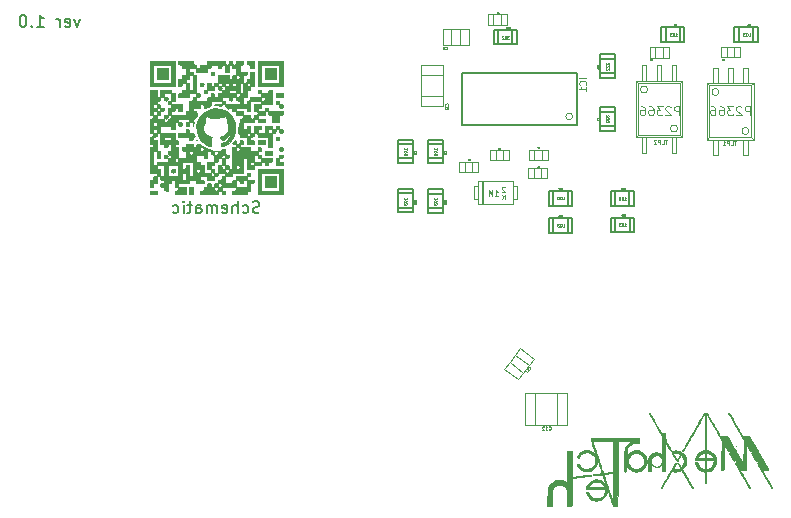
<source format=gbr>
%TF.GenerationSoftware,KiCad,Pcbnew,(5.1.10)-1*%
%TF.CreationDate,2022-07-03T09:29:23+09:00*%
%TF.ProjectId,DriveUnit_B-series(ver1.0),44726976-6555-46e6-9974-5f422d736572,rev?*%
%TF.SameCoordinates,Original*%
%TF.FileFunction,Legend,Bot*%
%TF.FilePolarity,Positive*%
%FSLAX46Y46*%
G04 Gerber Fmt 4.6, Leading zero omitted, Abs format (unit mm)*
G04 Created by KiCad (PCBNEW (5.1.10)-1) date 2022-07-03 09:29:23*
%MOMM*%
%LPD*%
G01*
G04 APERTURE LIST*
%ADD10C,0.127000*%
%ADD11C,0.200000*%
%ADD12C,0.010000*%
%ADD13C,0.152400*%
%ADD14C,0.076200*%
%ADD15C,0.050000*%
%ADD16C,0.046329*%
%ADD17C,0.009652*%
%ADD18C,0.020320*%
%ADD19C,0.032000*%
%ADD20C,0.040000*%
%ADD21C,0.038000*%
%ADD22C,0.064000*%
%ADD23C,0.007600*%
%ADD24C,0.022800*%
%ADD25C,0.015200*%
G04 APERTURE END LIST*
D10*
X121836300Y-80970845D02*
X121594396Y-81648179D01*
X121352491Y-80970845D01*
X120578396Y-81599798D02*
X120675158Y-81648179D01*
X120868681Y-81648179D01*
X120965443Y-81599798D01*
X121013824Y-81503036D01*
X121013824Y-81115988D01*
X120965443Y-81019226D01*
X120868681Y-80970845D01*
X120675158Y-80970845D01*
X120578396Y-81019226D01*
X120530015Y-81115988D01*
X120530015Y-81212750D01*
X121013824Y-81309512D01*
X120094586Y-81648179D02*
X120094586Y-80970845D01*
X120094586Y-81164369D02*
X120046205Y-81067607D01*
X119997824Y-81019226D01*
X119901062Y-80970845D01*
X119804300Y-80970845D01*
X118159348Y-81648179D02*
X118739920Y-81648179D01*
X118449634Y-81648179D02*
X118449634Y-80632179D01*
X118546396Y-80777321D01*
X118643158Y-80874083D01*
X118739920Y-80922464D01*
X117723920Y-81551417D02*
X117675539Y-81599798D01*
X117723920Y-81648179D01*
X117772300Y-81599798D01*
X117723920Y-81551417D01*
X117723920Y-81648179D01*
X117046586Y-80632179D02*
X116949824Y-80632179D01*
X116853062Y-80680560D01*
X116804681Y-80728940D01*
X116756300Y-80825702D01*
X116707920Y-81019226D01*
X116707920Y-81261131D01*
X116756300Y-81454655D01*
X116804681Y-81551417D01*
X116853062Y-81599798D01*
X116949824Y-81648179D01*
X117046586Y-81648179D01*
X117143348Y-81599798D01*
X117191729Y-81551417D01*
X117240110Y-81454655D01*
X117288491Y-81261131D01*
X117288491Y-81019226D01*
X117240110Y-80825702D01*
X117191729Y-80728940D01*
X117143348Y-80680560D01*
X117046586Y-80632179D01*
D11*
X137016666Y-97344761D02*
X136873809Y-97392380D01*
X136635714Y-97392380D01*
X136540476Y-97344761D01*
X136492857Y-97297142D01*
X136445238Y-97201904D01*
X136445238Y-97106666D01*
X136492857Y-97011428D01*
X136540476Y-96963809D01*
X136635714Y-96916190D01*
X136826190Y-96868571D01*
X136921428Y-96820952D01*
X136969047Y-96773333D01*
X137016666Y-96678095D01*
X137016666Y-96582857D01*
X136969047Y-96487619D01*
X136921428Y-96440000D01*
X136826190Y-96392380D01*
X136588095Y-96392380D01*
X136445238Y-96440000D01*
X135588095Y-97344761D02*
X135683333Y-97392380D01*
X135873809Y-97392380D01*
X135969047Y-97344761D01*
X136016666Y-97297142D01*
X136064285Y-97201904D01*
X136064285Y-96916190D01*
X136016666Y-96820952D01*
X135969047Y-96773333D01*
X135873809Y-96725714D01*
X135683333Y-96725714D01*
X135588095Y-96773333D01*
X135159523Y-97392380D02*
X135159523Y-96392380D01*
X134730952Y-97392380D02*
X134730952Y-96868571D01*
X134778571Y-96773333D01*
X134873809Y-96725714D01*
X135016666Y-96725714D01*
X135111904Y-96773333D01*
X135159523Y-96820952D01*
X133873809Y-97344761D02*
X133969047Y-97392380D01*
X134159523Y-97392380D01*
X134254761Y-97344761D01*
X134302380Y-97249523D01*
X134302380Y-96868571D01*
X134254761Y-96773333D01*
X134159523Y-96725714D01*
X133969047Y-96725714D01*
X133873809Y-96773333D01*
X133826190Y-96868571D01*
X133826190Y-96963809D01*
X134302380Y-97059047D01*
X133397619Y-97392380D02*
X133397619Y-96725714D01*
X133397619Y-96820952D02*
X133350000Y-96773333D01*
X133254761Y-96725714D01*
X133111904Y-96725714D01*
X133016666Y-96773333D01*
X132969047Y-96868571D01*
X132969047Y-97392380D01*
X132969047Y-96868571D02*
X132921428Y-96773333D01*
X132826190Y-96725714D01*
X132683333Y-96725714D01*
X132588095Y-96773333D01*
X132540476Y-96868571D01*
X132540476Y-97392380D01*
X131635714Y-97392380D02*
X131635714Y-96868571D01*
X131683333Y-96773333D01*
X131778571Y-96725714D01*
X131969047Y-96725714D01*
X132064285Y-96773333D01*
X131635714Y-97344761D02*
X131730952Y-97392380D01*
X131969047Y-97392380D01*
X132064285Y-97344761D01*
X132111904Y-97249523D01*
X132111904Y-97154285D01*
X132064285Y-97059047D01*
X131969047Y-97011428D01*
X131730952Y-97011428D01*
X131635714Y-96963809D01*
X131302380Y-96725714D02*
X130921428Y-96725714D01*
X131159523Y-96392380D02*
X131159523Y-97249523D01*
X131111904Y-97344761D01*
X131016666Y-97392380D01*
X130921428Y-97392380D01*
X130588095Y-97392380D02*
X130588095Y-96725714D01*
X130588095Y-96392380D02*
X130635714Y-96440000D01*
X130588095Y-96487619D01*
X130540476Y-96440000D01*
X130588095Y-96392380D01*
X130588095Y-96487619D01*
X129683333Y-97344761D02*
X129778571Y-97392380D01*
X129969047Y-97392380D01*
X130064285Y-97344761D01*
X130111904Y-97297142D01*
X130159523Y-97201904D01*
X130159523Y-96916190D01*
X130111904Y-96820952D01*
X130064285Y-96773333D01*
X129969047Y-96725714D01*
X129778571Y-96725714D01*
X129683333Y-96773333D01*
D12*
%TO.C,G\u002A\u002A\u002A*%
G36*
X167495183Y-116458734D02*
G01*
X167203626Y-116459304D01*
X166909580Y-116460341D01*
X166623005Y-116461822D01*
X166353860Y-116463722D01*
X166218024Y-116464926D01*
X165117357Y-116475510D01*
X165111105Y-116594018D01*
X165110784Y-116636527D01*
X165115295Y-116683265D01*
X165126152Y-116739970D01*
X165144870Y-116812380D01*
X165172963Y-116906233D01*
X165211945Y-117027266D01*
X165263330Y-117181219D01*
X165275895Y-117218435D01*
X165323372Y-117359616D01*
X165366678Y-117489823D01*
X165403822Y-117602957D01*
X165432815Y-117692923D01*
X165451668Y-117753623D01*
X165458027Y-117776602D01*
X165475634Y-117828483D01*
X165492044Y-117856489D01*
X165506464Y-117885522D01*
X165504191Y-117894897D01*
X165486929Y-117885265D01*
X165452721Y-117849426D01*
X165414763Y-117802550D01*
X165307774Y-117693299D01*
X165171478Y-117601397D01*
X165017162Y-117532197D01*
X164856116Y-117491054D01*
X164738363Y-117481823D01*
X164540018Y-117501823D01*
X164360224Y-117558168D01*
X164201757Y-117649684D01*
X164081363Y-117759259D01*
X164034580Y-117816561D01*
X163985957Y-117884537D01*
X163941022Y-117954177D01*
X163905302Y-118016471D01*
X163884324Y-118062412D01*
X163882976Y-118082628D01*
X163912655Y-118097354D01*
X163958756Y-118114926D01*
X164004317Y-118129531D01*
X164032378Y-118135357D01*
X164034769Y-118134650D01*
X164047885Y-118113179D01*
X164074970Y-118066792D01*
X164097046Y-118028418D01*
X164173321Y-117922798D01*
X164272317Y-117825237D01*
X164381291Y-117746692D01*
X164477562Y-117701254D01*
X164644382Y-117666374D01*
X164812237Y-117669308D01*
X164973503Y-117708240D01*
X165120558Y-117781351D01*
X165242950Y-117883779D01*
X165331531Y-117990924D01*
X165389345Y-118095306D01*
X165421513Y-118210255D01*
X165433155Y-118349104D01*
X165433470Y-118379780D01*
X165432319Y-118475047D01*
X165426371Y-118542988D01*
X165412316Y-118598589D01*
X165386848Y-118656831D01*
X165361688Y-118704910D01*
X165266210Y-118847148D01*
X165149276Y-118955384D01*
X165006402Y-119032888D01*
X164847482Y-119080011D01*
X164696570Y-119091069D01*
X164533707Y-119065055D01*
X164404260Y-119020272D01*
X164327349Y-118976208D01*
X164246684Y-118912141D01*
X164174485Y-118839527D01*
X164122968Y-118769822D01*
X164110802Y-118745103D01*
X164074387Y-118667871D01*
X164038310Y-118627834D01*
X163996749Y-118620306D01*
X163967033Y-118629326D01*
X163915833Y-118654354D01*
X163893510Y-118680390D01*
X163898302Y-118718059D01*
X163928447Y-118777985D01*
X163939251Y-118796847D01*
X164054919Y-118961607D01*
X164192186Y-119090775D01*
X164354457Y-119186977D01*
X164521644Y-119246727D01*
X164633052Y-119267806D01*
X164749112Y-119274633D01*
X164856066Y-119267455D01*
X164940155Y-119246515D01*
X164956308Y-119238990D01*
X165006799Y-119219416D01*
X165051670Y-119208222D01*
X165107587Y-119186757D01*
X165181133Y-119143636D01*
X165260208Y-119087342D01*
X165332712Y-119026359D01*
X165378581Y-118979035D01*
X165421191Y-118929764D01*
X165456636Y-118891004D01*
X165460757Y-118886800D01*
X165489103Y-118845743D01*
X165523908Y-118777893D01*
X165559149Y-118696906D01*
X165588802Y-118616440D01*
X165604721Y-118560426D01*
X165614231Y-118495031D01*
X165619746Y-118412161D01*
X165620355Y-118369926D01*
X165619409Y-118253510D01*
X165675460Y-118422843D01*
X165703181Y-118503868D01*
X165727680Y-118570636D01*
X165744764Y-118611868D01*
X165747904Y-118617710D01*
X165777253Y-118633184D01*
X165810869Y-118622576D01*
X165826440Y-118593582D01*
X165820023Y-118570486D01*
X165801850Y-118512137D01*
X165773536Y-118423451D01*
X165736699Y-118309340D01*
X165692955Y-118174720D01*
X165643921Y-118024502D01*
X165591214Y-117863602D01*
X165536449Y-117696933D01*
X165481244Y-117529409D01*
X165427215Y-117365943D01*
X165375980Y-117211450D01*
X165329153Y-117070843D01*
X165288352Y-116949036D01*
X165255194Y-116850942D01*
X165231295Y-116781477D01*
X165219423Y-116748490D01*
X165221857Y-116741035D01*
X165237772Y-116734909D01*
X165270688Y-116729990D01*
X165324126Y-116726154D01*
X165401607Y-116723279D01*
X165506653Y-116721242D01*
X165642785Y-116719920D01*
X165813523Y-116719191D01*
X166022391Y-116718932D01*
X166067593Y-116718926D01*
X166927107Y-116718926D01*
X166927107Y-119315102D01*
X166763065Y-119339666D01*
X166662222Y-119353839D01*
X166541748Y-119369419D01*
X166424130Y-119383523D01*
X166398802Y-119386370D01*
X166305945Y-119397307D01*
X166224852Y-119408066D01*
X166167713Y-119416977D01*
X166152166Y-119420159D01*
X166118872Y-119421460D01*
X166100114Y-119396773D01*
X166090684Y-119361243D01*
X166071041Y-119289062D01*
X166046907Y-119220803D01*
X166024423Y-119175636D01*
X166002302Y-119163624D01*
X165976415Y-119173292D01*
X165953837Y-119187403D01*
X165945292Y-119205526D01*
X165950730Y-119238889D01*
X165970100Y-119298720D01*
X165975786Y-119315270D01*
X165997615Y-119379501D01*
X166012537Y-119424911D01*
X166016940Y-119440008D01*
X165997593Y-119444259D01*
X165946530Y-119450748D01*
X165874221Y-119458169D01*
X165863482Y-119459163D01*
X165773943Y-119468309D01*
X165660609Y-119481244D01*
X165541606Y-119495854D01*
X165481754Y-119503645D01*
X165388305Y-119515996D01*
X165311451Y-119525939D01*
X165260202Y-119532323D01*
X165243629Y-119534093D01*
X165234623Y-119550851D01*
X165235073Y-119586350D01*
X165243525Y-119618426D01*
X165249649Y-119625898D01*
X165277783Y-119627979D01*
X165333501Y-119623161D01*
X165381940Y-119616150D01*
X165438263Y-119607838D01*
X165518899Y-119597305D01*
X165615341Y-119585506D01*
X165719080Y-119573397D01*
X165821608Y-119561934D01*
X165914416Y-119552071D01*
X165988997Y-119544765D01*
X166036841Y-119540972D01*
X166050145Y-119541098D01*
X166057022Y-119561297D01*
X166075237Y-119615395D01*
X166102693Y-119697146D01*
X166137293Y-119800305D01*
X166176939Y-119918626D01*
X166179300Y-119925676D01*
X166220295Y-120047532D01*
X166257558Y-120157256D01*
X166288683Y-120247850D01*
X166311267Y-120312313D01*
X166322904Y-120343648D01*
X166322934Y-120343718D01*
X166331115Y-120375656D01*
X166318669Y-120378460D01*
X166291997Y-120355575D01*
X166257505Y-120310444D01*
X166255570Y-120307481D01*
X166196145Y-120237266D01*
X166110151Y-120162165D01*
X166010703Y-120092025D01*
X165910919Y-120036690D01*
X165873748Y-120020869D01*
X165692802Y-119973463D01*
X165510906Y-119965282D01*
X165333393Y-119993686D01*
X165165596Y-120056036D01*
X165012850Y-120149691D01*
X164880487Y-120272013D01*
X164773842Y-120420361D01*
X164698247Y-120592097D01*
X164694363Y-120604571D01*
X164676085Y-120669557D01*
X164664548Y-120719664D01*
X164662503Y-120735301D01*
X164671148Y-120742422D01*
X164699397Y-120748233D01*
X164750522Y-120752846D01*
X164827791Y-120756369D01*
X164934476Y-120758912D01*
X165073847Y-120760585D01*
X165249175Y-120761498D01*
X165451790Y-120761760D01*
X165689395Y-120762368D01*
X165886504Y-120764188D01*
X166042759Y-120767210D01*
X166157800Y-120771423D01*
X166231269Y-120776818D01*
X166262807Y-120783385D01*
X166263479Y-120783932D01*
X166271284Y-120815559D01*
X166269542Y-120876383D01*
X166260006Y-120954804D01*
X166244428Y-121039221D01*
X166224559Y-121118035D01*
X166204492Y-121174510D01*
X166156829Y-121251741D01*
X166084037Y-121335462D01*
X165998791Y-121413107D01*
X165913762Y-121472110D01*
X165893782Y-121482592D01*
X165829505Y-121513608D01*
X165776809Y-121539006D01*
X165759190Y-121547481D01*
X165701062Y-121562152D01*
X165615546Y-121568175D01*
X165516629Y-121565856D01*
X165418300Y-121555501D01*
X165337411Y-121538273D01*
X165273034Y-121513378D01*
X165198947Y-121476055D01*
X165124943Y-121432457D01*
X165060818Y-121388735D01*
X165016364Y-121351043D01*
X165001262Y-121327111D01*
X164989220Y-121298982D01*
X164960832Y-121253765D01*
X164926871Y-121206881D01*
X164898108Y-121173747D01*
X164889684Y-121167410D01*
X164883052Y-121146881D01*
X164886216Y-121140021D01*
X164884810Y-121109571D01*
X164864694Y-121067745D01*
X164823697Y-121028130D01*
X164762798Y-121015811D01*
X164757036Y-121015760D01*
X164712321Y-121018942D01*
X164689743Y-121033738D01*
X164687423Y-121068017D01*
X164703483Y-121129650D01*
X164718782Y-121176031D01*
X164793050Y-121331860D01*
X164900297Y-121468097D01*
X165034371Y-121581297D01*
X165189119Y-121668016D01*
X165358388Y-121724807D01*
X165536024Y-121748226D01*
X165715875Y-121734827D01*
X165716574Y-121734698D01*
X165898461Y-121681201D01*
X166060496Y-121594162D01*
X166198659Y-121477991D01*
X166308934Y-121337097D01*
X166387302Y-121175889D01*
X166429747Y-120998776D01*
X166434664Y-120946666D01*
X166441719Y-120848578D01*
X166448499Y-120789080D01*
X166455811Y-120764444D01*
X166464466Y-120770941D01*
X166469704Y-120785188D01*
X166514893Y-120927170D01*
X166570436Y-121098620D01*
X166632868Y-121288996D01*
X166698722Y-121487752D01*
X166764534Y-121684343D01*
X166790704Y-121761885D01*
X166932165Y-122179926D01*
X167329114Y-122179926D01*
X167332197Y-120615694D01*
X166927107Y-120615694D01*
X166926968Y-120837446D01*
X166926567Y-121045787D01*
X166925930Y-121237010D01*
X166925083Y-121407405D01*
X166924050Y-121553261D01*
X166922857Y-121670870D01*
X166921529Y-121756523D01*
X166920092Y-121806508D01*
X166918885Y-121818329D01*
X166909984Y-121796352D01*
X166890219Y-121740597D01*
X166861810Y-121657549D01*
X166826974Y-121553691D01*
X166789108Y-121439093D01*
X166748514Y-121316411D01*
X166710584Y-121203660D01*
X166677991Y-121108642D01*
X166653410Y-121039163D01*
X166640456Y-121005176D01*
X166623938Y-120962423D01*
X166600233Y-120896355D01*
X166573430Y-120818992D01*
X166547621Y-120742353D01*
X166526899Y-120678457D01*
X166515353Y-120639324D01*
X166514370Y-120634760D01*
X166507283Y-120611755D01*
X166497222Y-120581163D01*
X166207440Y-120581163D01*
X166187122Y-120583940D01*
X166129561Y-120586469D01*
X166039845Y-120588661D01*
X165923066Y-120590430D01*
X165784311Y-120591688D01*
X165628672Y-120592348D01*
X165551274Y-120592426D01*
X165345844Y-120591852D01*
X165181068Y-120590091D01*
X165055280Y-120587084D01*
X164966815Y-120582773D01*
X164914008Y-120577101D01*
X164895194Y-120570007D01*
X164895107Y-120569428D01*
X164909431Y-120530958D01*
X164947109Y-120473798D01*
X165000198Y-120407767D01*
X165060757Y-120342686D01*
X165120845Y-120288372D01*
X165125217Y-120284924D01*
X165253445Y-120210118D01*
X165402274Y-120164380D01*
X165560528Y-120148812D01*
X165717028Y-120164514D01*
X165860408Y-120212497D01*
X165954253Y-120268052D01*
X166043113Y-120338576D01*
X166119522Y-120416132D01*
X166176009Y-120492788D01*
X166205108Y-120560609D01*
X166207440Y-120581163D01*
X166497222Y-120581163D01*
X166489219Y-120556834D01*
X166462883Y-120478143D01*
X166430984Y-120383826D01*
X166429942Y-120380760D01*
X166397535Y-120284834D01*
X166370270Y-120203040D01*
X166350989Y-120143986D01*
X166342538Y-120116278D01*
X166342515Y-120116176D01*
X166334335Y-120089420D01*
X166315081Y-120030416D01*
X166287340Y-119946985D01*
X166253702Y-119846946D01*
X166240947Y-119809260D01*
X166206382Y-119707110D01*
X166177255Y-119620663D01*
X166155984Y-119557126D01*
X166144988Y-119523708D01*
X166144007Y-119520404D01*
X166153086Y-119518051D01*
X166182939Y-119513307D01*
X166237402Y-119505653D01*
X166320312Y-119494573D01*
X166435506Y-119479550D01*
X166586822Y-119460066D01*
X166683690Y-119447663D01*
X166768300Y-119436107D01*
X166839736Y-119425019D01*
X166884980Y-119416451D01*
X166890065Y-119415126D01*
X166897928Y-119414680D01*
X166904595Y-119420455D01*
X166910165Y-119435631D01*
X166914735Y-119463390D01*
X166918404Y-119506911D01*
X166921271Y-119569376D01*
X166923432Y-119653965D01*
X166924987Y-119763858D01*
X166926033Y-119902238D01*
X166926669Y-120072284D01*
X166926992Y-120277177D01*
X166927101Y-120520098D01*
X166927107Y-120615694D01*
X167332197Y-120615694D01*
X167334486Y-119454718D01*
X167339857Y-116729510D01*
X167974857Y-116724432D01*
X168609857Y-116719355D01*
X168447688Y-116809099D01*
X168345651Y-116867511D01*
X168270498Y-116916794D01*
X168210889Y-116966013D01*
X168155484Y-117024229D01*
X168110188Y-117078850D01*
X168062342Y-117140190D01*
X168022269Y-117197561D01*
X167989316Y-117255270D01*
X167962829Y-117317622D01*
X167942157Y-117388923D01*
X167926647Y-117473480D01*
X167915645Y-117575598D01*
X167908500Y-117699583D01*
X167904559Y-117849741D01*
X167903169Y-118030379D01*
X167903677Y-118245803D01*
X167904914Y-118433141D01*
X167906603Y-118646335D01*
X167908292Y-118821053D01*
X167910181Y-118961152D01*
X167912473Y-119070489D01*
X167915368Y-119152922D01*
X167919068Y-119212307D01*
X167923775Y-119252502D01*
X167929689Y-119277362D01*
X167937014Y-119290746D01*
X167945949Y-119296510D01*
X167950073Y-119297557D01*
X168001333Y-119298378D01*
X168040031Y-119292147D01*
X168061837Y-119285171D01*
X168076401Y-119272247D01*
X168085224Y-119245864D01*
X168089803Y-119198510D01*
X168091640Y-119122674D01*
X168092161Y-119030981D01*
X168092747Y-118925889D01*
X168094315Y-118857872D01*
X168097924Y-118821673D01*
X168104635Y-118812032D01*
X168115505Y-118823693D01*
X168129203Y-118847130D01*
X168233131Y-118990996D01*
X168367605Y-119113073D01*
X168524388Y-119208550D01*
X168695247Y-119272616D01*
X168871945Y-119300460D01*
X168906534Y-119301260D01*
X169083199Y-119280805D01*
X169254094Y-119222282D01*
X169412826Y-119129949D01*
X169553000Y-119008067D01*
X169668224Y-118860895D01*
X169725983Y-118755268D01*
X169756935Y-118684488D01*
X169776324Y-118625033D01*
X169786792Y-118562667D01*
X169790980Y-118483151D01*
X169791307Y-118439243D01*
X169570491Y-118439243D01*
X169565580Y-118519360D01*
X169558539Y-118585167D01*
X169550851Y-118623003D01*
X169550471Y-118623926D01*
X169461916Y-118784245D01*
X169350957Y-118908925D01*
X169216686Y-118998798D01*
X169087775Y-119047314D01*
X168923314Y-119070341D01*
X168755188Y-119053467D01*
X168591337Y-118997505D01*
X168588690Y-118996247D01*
X168460833Y-118913723D01*
X168361359Y-118806015D01*
X168290380Y-118679450D01*
X168248010Y-118540355D01*
X168234363Y-118395058D01*
X168249550Y-118249886D01*
X168293687Y-118111166D01*
X168366886Y-117985225D01*
X168469259Y-117878391D01*
X168567524Y-117813403D01*
X168620596Y-117785882D01*
X168656187Y-117768484D01*
X168662774Y-117765805D01*
X168689579Y-117756620D01*
X168705107Y-117750771D01*
X168803604Y-117729338D01*
X168924471Y-117727759D01*
X169053528Y-117744528D01*
X169176593Y-117778138D01*
X169246554Y-117808252D01*
X169292670Y-117837220D01*
X169344745Y-117877064D01*
X169391162Y-117917910D01*
X169420304Y-117949882D01*
X169424774Y-117959737D01*
X169437617Y-117985549D01*
X169464456Y-118019312D01*
X169512312Y-118096459D01*
X169547731Y-118203191D01*
X169567764Y-118327835D01*
X169570491Y-118439243D01*
X169791307Y-118439243D01*
X169791588Y-118401676D01*
X169790082Y-118297406D01*
X169784150Y-118221597D01*
X169771412Y-118160428D01*
X169749490Y-118100078D01*
X169733458Y-118063968D01*
X169632299Y-117888900D01*
X169506718Y-117744854D01*
X169361192Y-117633232D01*
X169200194Y-117555438D01*
X169028198Y-117512872D01*
X168849681Y-117506937D01*
X168669116Y-117539036D01*
X168490978Y-117610571D01*
X168418984Y-117652065D01*
X168316869Y-117727238D01*
X168223819Y-117815190D01*
X168150292Y-117905030D01*
X168112351Y-117971416D01*
X168103876Y-117978332D01*
X168098640Y-117950343D01*
X168096524Y-117885307D01*
X168097410Y-117781085D01*
X168098668Y-117724343D01*
X168102018Y-117605870D01*
X168106279Y-117520367D01*
X168113139Y-117458478D01*
X168124285Y-117410848D01*
X168141406Y-117368120D01*
X168166189Y-117320938D01*
X168173940Y-117307065D01*
X168277842Y-117163970D01*
X168416053Y-117040941D01*
X168572640Y-116947723D01*
X168632087Y-116920094D01*
X168681014Y-116902159D01*
X168730869Y-116892204D01*
X168793101Y-116888516D01*
X168879159Y-116889379D01*
X168948665Y-116891422D01*
X169191940Y-116899145D01*
X169191940Y-116465784D01*
X168255315Y-116460064D01*
X168030988Y-116459090D01*
X167774290Y-116458654D01*
X167495183Y-116458734D01*
G37*
X167495183Y-116458734D02*
X167203626Y-116459304D01*
X166909580Y-116460341D01*
X166623005Y-116461822D01*
X166353860Y-116463722D01*
X166218024Y-116464926D01*
X165117357Y-116475510D01*
X165111105Y-116594018D01*
X165110784Y-116636527D01*
X165115295Y-116683265D01*
X165126152Y-116739970D01*
X165144870Y-116812380D01*
X165172963Y-116906233D01*
X165211945Y-117027266D01*
X165263330Y-117181219D01*
X165275895Y-117218435D01*
X165323372Y-117359616D01*
X165366678Y-117489823D01*
X165403822Y-117602957D01*
X165432815Y-117692923D01*
X165451668Y-117753623D01*
X165458027Y-117776602D01*
X165475634Y-117828483D01*
X165492044Y-117856489D01*
X165506464Y-117885522D01*
X165504191Y-117894897D01*
X165486929Y-117885265D01*
X165452721Y-117849426D01*
X165414763Y-117802550D01*
X165307774Y-117693299D01*
X165171478Y-117601397D01*
X165017162Y-117532197D01*
X164856116Y-117491054D01*
X164738363Y-117481823D01*
X164540018Y-117501823D01*
X164360224Y-117558168D01*
X164201757Y-117649684D01*
X164081363Y-117759259D01*
X164034580Y-117816561D01*
X163985957Y-117884537D01*
X163941022Y-117954177D01*
X163905302Y-118016471D01*
X163884324Y-118062412D01*
X163882976Y-118082628D01*
X163912655Y-118097354D01*
X163958756Y-118114926D01*
X164004317Y-118129531D01*
X164032378Y-118135357D01*
X164034769Y-118134650D01*
X164047885Y-118113179D01*
X164074970Y-118066792D01*
X164097046Y-118028418D01*
X164173321Y-117922798D01*
X164272317Y-117825237D01*
X164381291Y-117746692D01*
X164477562Y-117701254D01*
X164644382Y-117666374D01*
X164812237Y-117669308D01*
X164973503Y-117708240D01*
X165120558Y-117781351D01*
X165242950Y-117883779D01*
X165331531Y-117990924D01*
X165389345Y-118095306D01*
X165421513Y-118210255D01*
X165433155Y-118349104D01*
X165433470Y-118379780D01*
X165432319Y-118475047D01*
X165426371Y-118542988D01*
X165412316Y-118598589D01*
X165386848Y-118656831D01*
X165361688Y-118704910D01*
X165266210Y-118847148D01*
X165149276Y-118955384D01*
X165006402Y-119032888D01*
X164847482Y-119080011D01*
X164696570Y-119091069D01*
X164533707Y-119065055D01*
X164404260Y-119020272D01*
X164327349Y-118976208D01*
X164246684Y-118912141D01*
X164174485Y-118839527D01*
X164122968Y-118769822D01*
X164110802Y-118745103D01*
X164074387Y-118667871D01*
X164038310Y-118627834D01*
X163996749Y-118620306D01*
X163967033Y-118629326D01*
X163915833Y-118654354D01*
X163893510Y-118680390D01*
X163898302Y-118718059D01*
X163928447Y-118777985D01*
X163939251Y-118796847D01*
X164054919Y-118961607D01*
X164192186Y-119090775D01*
X164354457Y-119186977D01*
X164521644Y-119246727D01*
X164633052Y-119267806D01*
X164749112Y-119274633D01*
X164856066Y-119267455D01*
X164940155Y-119246515D01*
X164956308Y-119238990D01*
X165006799Y-119219416D01*
X165051670Y-119208222D01*
X165107587Y-119186757D01*
X165181133Y-119143636D01*
X165260208Y-119087342D01*
X165332712Y-119026359D01*
X165378581Y-118979035D01*
X165421191Y-118929764D01*
X165456636Y-118891004D01*
X165460757Y-118886800D01*
X165489103Y-118845743D01*
X165523908Y-118777893D01*
X165559149Y-118696906D01*
X165588802Y-118616440D01*
X165604721Y-118560426D01*
X165614231Y-118495031D01*
X165619746Y-118412161D01*
X165620355Y-118369926D01*
X165619409Y-118253510D01*
X165675460Y-118422843D01*
X165703181Y-118503868D01*
X165727680Y-118570636D01*
X165744764Y-118611868D01*
X165747904Y-118617710D01*
X165777253Y-118633184D01*
X165810869Y-118622576D01*
X165826440Y-118593582D01*
X165820023Y-118570486D01*
X165801850Y-118512137D01*
X165773536Y-118423451D01*
X165736699Y-118309340D01*
X165692955Y-118174720D01*
X165643921Y-118024502D01*
X165591214Y-117863602D01*
X165536449Y-117696933D01*
X165481244Y-117529409D01*
X165427215Y-117365943D01*
X165375980Y-117211450D01*
X165329153Y-117070843D01*
X165288352Y-116949036D01*
X165255194Y-116850942D01*
X165231295Y-116781477D01*
X165219423Y-116748490D01*
X165221857Y-116741035D01*
X165237772Y-116734909D01*
X165270688Y-116729990D01*
X165324126Y-116726154D01*
X165401607Y-116723279D01*
X165506653Y-116721242D01*
X165642785Y-116719920D01*
X165813523Y-116719191D01*
X166022391Y-116718932D01*
X166067593Y-116718926D01*
X166927107Y-116718926D01*
X166927107Y-119315102D01*
X166763065Y-119339666D01*
X166662222Y-119353839D01*
X166541748Y-119369419D01*
X166424130Y-119383523D01*
X166398802Y-119386370D01*
X166305945Y-119397307D01*
X166224852Y-119408066D01*
X166167713Y-119416977D01*
X166152166Y-119420159D01*
X166118872Y-119421460D01*
X166100114Y-119396773D01*
X166090684Y-119361243D01*
X166071041Y-119289062D01*
X166046907Y-119220803D01*
X166024423Y-119175636D01*
X166002302Y-119163624D01*
X165976415Y-119173292D01*
X165953837Y-119187403D01*
X165945292Y-119205526D01*
X165950730Y-119238889D01*
X165970100Y-119298720D01*
X165975786Y-119315270D01*
X165997615Y-119379501D01*
X166012537Y-119424911D01*
X166016940Y-119440008D01*
X165997593Y-119444259D01*
X165946530Y-119450748D01*
X165874221Y-119458169D01*
X165863482Y-119459163D01*
X165773943Y-119468309D01*
X165660609Y-119481244D01*
X165541606Y-119495854D01*
X165481754Y-119503645D01*
X165388305Y-119515996D01*
X165311451Y-119525939D01*
X165260202Y-119532323D01*
X165243629Y-119534093D01*
X165234623Y-119550851D01*
X165235073Y-119586350D01*
X165243525Y-119618426D01*
X165249649Y-119625898D01*
X165277783Y-119627979D01*
X165333501Y-119623161D01*
X165381940Y-119616150D01*
X165438263Y-119607838D01*
X165518899Y-119597305D01*
X165615341Y-119585506D01*
X165719080Y-119573397D01*
X165821608Y-119561934D01*
X165914416Y-119552071D01*
X165988997Y-119544765D01*
X166036841Y-119540972D01*
X166050145Y-119541098D01*
X166057022Y-119561297D01*
X166075237Y-119615395D01*
X166102693Y-119697146D01*
X166137293Y-119800305D01*
X166176939Y-119918626D01*
X166179300Y-119925676D01*
X166220295Y-120047532D01*
X166257558Y-120157256D01*
X166288683Y-120247850D01*
X166311267Y-120312313D01*
X166322904Y-120343648D01*
X166322934Y-120343718D01*
X166331115Y-120375656D01*
X166318669Y-120378460D01*
X166291997Y-120355575D01*
X166257505Y-120310444D01*
X166255570Y-120307481D01*
X166196145Y-120237266D01*
X166110151Y-120162165D01*
X166010703Y-120092025D01*
X165910919Y-120036690D01*
X165873748Y-120020869D01*
X165692802Y-119973463D01*
X165510906Y-119965282D01*
X165333393Y-119993686D01*
X165165596Y-120056036D01*
X165012850Y-120149691D01*
X164880487Y-120272013D01*
X164773842Y-120420361D01*
X164698247Y-120592097D01*
X164694363Y-120604571D01*
X164676085Y-120669557D01*
X164664548Y-120719664D01*
X164662503Y-120735301D01*
X164671148Y-120742422D01*
X164699397Y-120748233D01*
X164750522Y-120752846D01*
X164827791Y-120756369D01*
X164934476Y-120758912D01*
X165073847Y-120760585D01*
X165249175Y-120761498D01*
X165451790Y-120761760D01*
X165689395Y-120762368D01*
X165886504Y-120764188D01*
X166042759Y-120767210D01*
X166157800Y-120771423D01*
X166231269Y-120776818D01*
X166262807Y-120783385D01*
X166263479Y-120783932D01*
X166271284Y-120815559D01*
X166269542Y-120876383D01*
X166260006Y-120954804D01*
X166244428Y-121039221D01*
X166224559Y-121118035D01*
X166204492Y-121174510D01*
X166156829Y-121251741D01*
X166084037Y-121335462D01*
X165998791Y-121413107D01*
X165913762Y-121472110D01*
X165893782Y-121482592D01*
X165829505Y-121513608D01*
X165776809Y-121539006D01*
X165759190Y-121547481D01*
X165701062Y-121562152D01*
X165615546Y-121568175D01*
X165516629Y-121565856D01*
X165418300Y-121555501D01*
X165337411Y-121538273D01*
X165273034Y-121513378D01*
X165198947Y-121476055D01*
X165124943Y-121432457D01*
X165060818Y-121388735D01*
X165016364Y-121351043D01*
X165001262Y-121327111D01*
X164989220Y-121298982D01*
X164960832Y-121253765D01*
X164926871Y-121206881D01*
X164898108Y-121173747D01*
X164889684Y-121167410D01*
X164883052Y-121146881D01*
X164886216Y-121140021D01*
X164884810Y-121109571D01*
X164864694Y-121067745D01*
X164823697Y-121028130D01*
X164762798Y-121015811D01*
X164757036Y-121015760D01*
X164712321Y-121018942D01*
X164689743Y-121033738D01*
X164687423Y-121068017D01*
X164703483Y-121129650D01*
X164718782Y-121176031D01*
X164793050Y-121331860D01*
X164900297Y-121468097D01*
X165034371Y-121581297D01*
X165189119Y-121668016D01*
X165358388Y-121724807D01*
X165536024Y-121748226D01*
X165715875Y-121734827D01*
X165716574Y-121734698D01*
X165898461Y-121681201D01*
X166060496Y-121594162D01*
X166198659Y-121477991D01*
X166308934Y-121337097D01*
X166387302Y-121175889D01*
X166429747Y-120998776D01*
X166434664Y-120946666D01*
X166441719Y-120848578D01*
X166448499Y-120789080D01*
X166455811Y-120764444D01*
X166464466Y-120770941D01*
X166469704Y-120785188D01*
X166514893Y-120927170D01*
X166570436Y-121098620D01*
X166632868Y-121288996D01*
X166698722Y-121487752D01*
X166764534Y-121684343D01*
X166790704Y-121761885D01*
X166932165Y-122179926D01*
X167329114Y-122179926D01*
X167332197Y-120615694D01*
X166927107Y-120615694D01*
X166926968Y-120837446D01*
X166926567Y-121045787D01*
X166925930Y-121237010D01*
X166925083Y-121407405D01*
X166924050Y-121553261D01*
X166922857Y-121670870D01*
X166921529Y-121756523D01*
X166920092Y-121806508D01*
X166918885Y-121818329D01*
X166909984Y-121796352D01*
X166890219Y-121740597D01*
X166861810Y-121657549D01*
X166826974Y-121553691D01*
X166789108Y-121439093D01*
X166748514Y-121316411D01*
X166710584Y-121203660D01*
X166677991Y-121108642D01*
X166653410Y-121039163D01*
X166640456Y-121005176D01*
X166623938Y-120962423D01*
X166600233Y-120896355D01*
X166573430Y-120818992D01*
X166547621Y-120742353D01*
X166526899Y-120678457D01*
X166515353Y-120639324D01*
X166514370Y-120634760D01*
X166507283Y-120611755D01*
X166497222Y-120581163D01*
X166207440Y-120581163D01*
X166187122Y-120583940D01*
X166129561Y-120586469D01*
X166039845Y-120588661D01*
X165923066Y-120590430D01*
X165784311Y-120591688D01*
X165628672Y-120592348D01*
X165551274Y-120592426D01*
X165345844Y-120591852D01*
X165181068Y-120590091D01*
X165055280Y-120587084D01*
X164966815Y-120582773D01*
X164914008Y-120577101D01*
X164895194Y-120570007D01*
X164895107Y-120569428D01*
X164909431Y-120530958D01*
X164947109Y-120473798D01*
X165000198Y-120407767D01*
X165060757Y-120342686D01*
X165120845Y-120288372D01*
X165125217Y-120284924D01*
X165253445Y-120210118D01*
X165402274Y-120164380D01*
X165560528Y-120148812D01*
X165717028Y-120164514D01*
X165860408Y-120212497D01*
X165954253Y-120268052D01*
X166043113Y-120338576D01*
X166119522Y-120416132D01*
X166176009Y-120492788D01*
X166205108Y-120560609D01*
X166207440Y-120581163D01*
X166497222Y-120581163D01*
X166489219Y-120556834D01*
X166462883Y-120478143D01*
X166430984Y-120383826D01*
X166429942Y-120380760D01*
X166397535Y-120284834D01*
X166370270Y-120203040D01*
X166350989Y-120143986D01*
X166342538Y-120116278D01*
X166342515Y-120116176D01*
X166334335Y-120089420D01*
X166315081Y-120030416D01*
X166287340Y-119946985D01*
X166253702Y-119846946D01*
X166240947Y-119809260D01*
X166206382Y-119707110D01*
X166177255Y-119620663D01*
X166155984Y-119557126D01*
X166144988Y-119523708D01*
X166144007Y-119520404D01*
X166153086Y-119518051D01*
X166182939Y-119513307D01*
X166237402Y-119505653D01*
X166320312Y-119494573D01*
X166435506Y-119479550D01*
X166586822Y-119460066D01*
X166683690Y-119447663D01*
X166768300Y-119436107D01*
X166839736Y-119425019D01*
X166884980Y-119416451D01*
X166890065Y-119415126D01*
X166897928Y-119414680D01*
X166904595Y-119420455D01*
X166910165Y-119435631D01*
X166914735Y-119463390D01*
X166918404Y-119506911D01*
X166921271Y-119569376D01*
X166923432Y-119653965D01*
X166924987Y-119763858D01*
X166926033Y-119902238D01*
X166926669Y-120072284D01*
X166926992Y-120277177D01*
X166927101Y-120520098D01*
X166927107Y-120615694D01*
X167332197Y-120615694D01*
X167334486Y-119454718D01*
X167339857Y-116729510D01*
X167974857Y-116724432D01*
X168609857Y-116719355D01*
X168447688Y-116809099D01*
X168345651Y-116867511D01*
X168270498Y-116916794D01*
X168210889Y-116966013D01*
X168155484Y-117024229D01*
X168110188Y-117078850D01*
X168062342Y-117140190D01*
X168022269Y-117197561D01*
X167989316Y-117255270D01*
X167962829Y-117317622D01*
X167942157Y-117388923D01*
X167926647Y-117473480D01*
X167915645Y-117575598D01*
X167908500Y-117699583D01*
X167904559Y-117849741D01*
X167903169Y-118030379D01*
X167903677Y-118245803D01*
X167904914Y-118433141D01*
X167906603Y-118646335D01*
X167908292Y-118821053D01*
X167910181Y-118961152D01*
X167912473Y-119070489D01*
X167915368Y-119152922D01*
X167919068Y-119212307D01*
X167923775Y-119252502D01*
X167929689Y-119277362D01*
X167937014Y-119290746D01*
X167945949Y-119296510D01*
X167950073Y-119297557D01*
X168001333Y-119298378D01*
X168040031Y-119292147D01*
X168061837Y-119285171D01*
X168076401Y-119272247D01*
X168085224Y-119245864D01*
X168089803Y-119198510D01*
X168091640Y-119122674D01*
X168092161Y-119030981D01*
X168092747Y-118925889D01*
X168094315Y-118857872D01*
X168097924Y-118821673D01*
X168104635Y-118812032D01*
X168115505Y-118823693D01*
X168129203Y-118847130D01*
X168233131Y-118990996D01*
X168367605Y-119113073D01*
X168524388Y-119208550D01*
X168695247Y-119272616D01*
X168871945Y-119300460D01*
X168906534Y-119301260D01*
X169083199Y-119280805D01*
X169254094Y-119222282D01*
X169412826Y-119129949D01*
X169553000Y-119008067D01*
X169668224Y-118860895D01*
X169725983Y-118755268D01*
X169756935Y-118684488D01*
X169776324Y-118625033D01*
X169786792Y-118562667D01*
X169790980Y-118483151D01*
X169791307Y-118439243D01*
X169570491Y-118439243D01*
X169565580Y-118519360D01*
X169558539Y-118585167D01*
X169550851Y-118623003D01*
X169550471Y-118623926D01*
X169461916Y-118784245D01*
X169350957Y-118908925D01*
X169216686Y-118998798D01*
X169087775Y-119047314D01*
X168923314Y-119070341D01*
X168755188Y-119053467D01*
X168591337Y-118997505D01*
X168588690Y-118996247D01*
X168460833Y-118913723D01*
X168361359Y-118806015D01*
X168290380Y-118679450D01*
X168248010Y-118540355D01*
X168234363Y-118395058D01*
X168249550Y-118249886D01*
X168293687Y-118111166D01*
X168366886Y-117985225D01*
X168469259Y-117878391D01*
X168567524Y-117813403D01*
X168620596Y-117785882D01*
X168656187Y-117768484D01*
X168662774Y-117765805D01*
X168689579Y-117756620D01*
X168705107Y-117750771D01*
X168803604Y-117729338D01*
X168924471Y-117727759D01*
X169053528Y-117744528D01*
X169176593Y-117778138D01*
X169246554Y-117808252D01*
X169292670Y-117837220D01*
X169344745Y-117877064D01*
X169391162Y-117917910D01*
X169420304Y-117949882D01*
X169424774Y-117959737D01*
X169437617Y-117985549D01*
X169464456Y-118019312D01*
X169512312Y-118096459D01*
X169547731Y-118203191D01*
X169567764Y-118327835D01*
X169570491Y-118439243D01*
X169791307Y-118439243D01*
X169791588Y-118401676D01*
X169790082Y-118297406D01*
X169784150Y-118221597D01*
X169771412Y-118160428D01*
X169749490Y-118100078D01*
X169733458Y-118063968D01*
X169632299Y-117888900D01*
X169506718Y-117744854D01*
X169361192Y-117633232D01*
X169200194Y-117555438D01*
X169028198Y-117512872D01*
X168849681Y-117506937D01*
X168669116Y-117539036D01*
X168490978Y-117610571D01*
X168418984Y-117652065D01*
X168316869Y-117727238D01*
X168223819Y-117815190D01*
X168150292Y-117905030D01*
X168112351Y-117971416D01*
X168103876Y-117978332D01*
X168098640Y-117950343D01*
X168096524Y-117885307D01*
X168097410Y-117781085D01*
X168098668Y-117724343D01*
X168102018Y-117605870D01*
X168106279Y-117520367D01*
X168113139Y-117458478D01*
X168124285Y-117410848D01*
X168141406Y-117368120D01*
X168166189Y-117320938D01*
X168173940Y-117307065D01*
X168277842Y-117163970D01*
X168416053Y-117040941D01*
X168572640Y-116947723D01*
X168632087Y-116920094D01*
X168681014Y-116902159D01*
X168730869Y-116892204D01*
X168793101Y-116888516D01*
X168879159Y-116889379D01*
X168948665Y-116891422D01*
X169191940Y-116899145D01*
X169191940Y-116465784D01*
X168255315Y-116460064D01*
X168030988Y-116459090D01*
X167774290Y-116458654D01*
X167495183Y-116458734D01*
G36*
X163074774Y-120230294D02*
G01*
X162953065Y-120161782D01*
X162801955Y-120089589D01*
X162646069Y-120038096D01*
X162497084Y-120010351D01*
X162368487Y-120009198D01*
X162158560Y-120052094D01*
X161967627Y-120130406D01*
X161799125Y-120240921D01*
X161656493Y-120380427D01*
X161543170Y-120545710D01*
X161462594Y-120733559D01*
X161425201Y-120890493D01*
X161419107Y-120949457D01*
X161413635Y-121043415D01*
X161409019Y-121165027D01*
X161405489Y-121306958D01*
X161403278Y-121461867D01*
X161402607Y-121604868D01*
X161402607Y-122179926D01*
X161783607Y-122179926D01*
X161784033Y-121624301D01*
X161784682Y-121421362D01*
X161786744Y-121255478D01*
X161790903Y-121121375D01*
X161797842Y-121013781D01*
X161808245Y-120927425D01*
X161822796Y-120857032D01*
X161842179Y-120797331D01*
X161867078Y-120743049D01*
X161898177Y-120688913D01*
X161907236Y-120674412D01*
X161962720Y-120594173D01*
X162016117Y-120538638D01*
X162082282Y-120493714D01*
X162118283Y-120474187D01*
X162249652Y-120424565D01*
X162391010Y-120402911D01*
X162532097Y-120408508D01*
X162662653Y-120440641D01*
X162772418Y-120498593D01*
X162800765Y-120521823D01*
X162844296Y-120555420D01*
X162877982Y-120571107D01*
X162880140Y-120571260D01*
X162903902Y-120584180D01*
X162905440Y-120590914D01*
X162918893Y-120620877D01*
X162934738Y-120639866D01*
X162961700Y-120675462D01*
X162996677Y-120732332D01*
X163013600Y-120763086D01*
X163027468Y-120790616D01*
X163038546Y-120818224D01*
X163047216Y-120850925D01*
X163053858Y-120893734D01*
X163058853Y-120951667D01*
X163062583Y-121029738D01*
X163065429Y-121132963D01*
X163067771Y-121266357D01*
X163069991Y-121434936D01*
X163070991Y-121518468D01*
X163078817Y-122179926D01*
X163257377Y-122179926D01*
X163358158Y-122177229D01*
X163419873Y-122168862D01*
X163445459Y-122154413D01*
X163445864Y-122153468D01*
X163447836Y-122127838D01*
X163449871Y-122063851D01*
X163451918Y-121965483D01*
X163453923Y-121836710D01*
X163455836Y-121681510D01*
X163457605Y-121503857D01*
X163459179Y-121307728D01*
X163460504Y-121097100D01*
X163461075Y-120984010D01*
X163466357Y-119841010D01*
X163561607Y-119835434D01*
X163617427Y-119830579D01*
X163704476Y-119821131D01*
X163812055Y-119808328D01*
X163929464Y-119793408D01*
X163963774Y-119788869D01*
X164088306Y-119772730D01*
X164212180Y-119757532D01*
X164322500Y-119744805D01*
X164406369Y-119736076D01*
X164418857Y-119734942D01*
X164518907Y-119725008D01*
X164583908Y-119714525D01*
X164621103Y-119701041D01*
X164637732Y-119682104D01*
X164641107Y-119659666D01*
X164625503Y-119624988D01*
X164604065Y-119618555D01*
X164556621Y-119621167D01*
X164474934Y-119628717D01*
X164366693Y-119640319D01*
X164239588Y-119655087D01*
X164101306Y-119672134D01*
X163959537Y-119690574D01*
X163853310Y-119705099D01*
X163742647Y-119720066D01*
X163643151Y-119732553D01*
X163564312Y-119741435D01*
X163515623Y-119745590D01*
X163509541Y-119745760D01*
X163456151Y-119745760D01*
X163450671Y-118639801D01*
X163445190Y-117533843D01*
X163074774Y-117521611D01*
X163074774Y-120230294D01*
G37*
X163074774Y-120230294D02*
X162953065Y-120161782D01*
X162801955Y-120089589D01*
X162646069Y-120038096D01*
X162497084Y-120010351D01*
X162368487Y-120009198D01*
X162158560Y-120052094D01*
X161967627Y-120130406D01*
X161799125Y-120240921D01*
X161656493Y-120380427D01*
X161543170Y-120545710D01*
X161462594Y-120733559D01*
X161425201Y-120890493D01*
X161419107Y-120949457D01*
X161413635Y-121043415D01*
X161409019Y-121165027D01*
X161405489Y-121306958D01*
X161403278Y-121461867D01*
X161402607Y-121604868D01*
X161402607Y-122179926D01*
X161783607Y-122179926D01*
X161784033Y-121624301D01*
X161784682Y-121421362D01*
X161786744Y-121255478D01*
X161790903Y-121121375D01*
X161797842Y-121013781D01*
X161808245Y-120927425D01*
X161822796Y-120857032D01*
X161842179Y-120797331D01*
X161867078Y-120743049D01*
X161898177Y-120688913D01*
X161907236Y-120674412D01*
X161962720Y-120594173D01*
X162016117Y-120538638D01*
X162082282Y-120493714D01*
X162118283Y-120474187D01*
X162249652Y-120424565D01*
X162391010Y-120402911D01*
X162532097Y-120408508D01*
X162662653Y-120440641D01*
X162772418Y-120498593D01*
X162800765Y-120521823D01*
X162844296Y-120555420D01*
X162877982Y-120571107D01*
X162880140Y-120571260D01*
X162903902Y-120584180D01*
X162905440Y-120590914D01*
X162918893Y-120620877D01*
X162934738Y-120639866D01*
X162961700Y-120675462D01*
X162996677Y-120732332D01*
X163013600Y-120763086D01*
X163027468Y-120790616D01*
X163038546Y-120818224D01*
X163047216Y-120850925D01*
X163053858Y-120893734D01*
X163058853Y-120951667D01*
X163062583Y-121029738D01*
X163065429Y-121132963D01*
X163067771Y-121266357D01*
X163069991Y-121434936D01*
X163070991Y-121518468D01*
X163078817Y-122179926D01*
X163257377Y-122179926D01*
X163358158Y-122177229D01*
X163419873Y-122168862D01*
X163445459Y-122154413D01*
X163445864Y-122153468D01*
X163447836Y-122127838D01*
X163449871Y-122063851D01*
X163451918Y-121965483D01*
X163453923Y-121836710D01*
X163455836Y-121681510D01*
X163457605Y-121503857D01*
X163459179Y-121307728D01*
X163460504Y-121097100D01*
X163461075Y-120984010D01*
X163466357Y-119841010D01*
X163561607Y-119835434D01*
X163617427Y-119830579D01*
X163704476Y-119821131D01*
X163812055Y-119808328D01*
X163929464Y-119793408D01*
X163963774Y-119788869D01*
X164088306Y-119772730D01*
X164212180Y-119757532D01*
X164322500Y-119744805D01*
X164406369Y-119736076D01*
X164418857Y-119734942D01*
X164518907Y-119725008D01*
X164583908Y-119714525D01*
X164621103Y-119701041D01*
X164637732Y-119682104D01*
X164641107Y-119659666D01*
X164625503Y-119624988D01*
X164604065Y-119618555D01*
X164556621Y-119621167D01*
X164474934Y-119628717D01*
X164366693Y-119640319D01*
X164239588Y-119655087D01*
X164101306Y-119672134D01*
X163959537Y-119690574D01*
X163853310Y-119705099D01*
X163742647Y-119720066D01*
X163643151Y-119732553D01*
X163564312Y-119741435D01*
X163515623Y-119745590D01*
X163509541Y-119745760D01*
X163456151Y-119745760D01*
X163450671Y-118639801D01*
X163445190Y-117533843D01*
X163074774Y-117521611D01*
X163074774Y-120230294D01*
G36*
X179196154Y-118682135D02*
G01*
X179235027Y-118753568D01*
X179267551Y-118811175D01*
X179287516Y-118843999D01*
X179289097Y-118846176D01*
X179307073Y-118874617D01*
X179338174Y-118928565D01*
X179374572Y-118994343D01*
X179411085Y-119059763D01*
X179440482Y-119109190D01*
X179456397Y-119131926D01*
X179474229Y-119157219D01*
X179494491Y-119195426D01*
X179518730Y-119242264D01*
X179555480Y-119309076D01*
X179587201Y-119364760D01*
X179626879Y-119433444D01*
X179660935Y-119492725D01*
X179678457Y-119523510D01*
X179704052Y-119566437D01*
X179741465Y-119626443D01*
X179759941Y-119655381D01*
X179793045Y-119708865D01*
X179813901Y-119746569D01*
X179817607Y-119756343D01*
X179827912Y-119779644D01*
X179853862Y-119824891D01*
X179867344Y-119846722D01*
X179902443Y-119905048D01*
X179948033Y-119984284D01*
X179994671Y-120067996D01*
X179997863Y-120073843D01*
X180037799Y-120144816D01*
X180071386Y-120200387D01*
X180092626Y-120230737D01*
X180095239Y-120233190D01*
X180115625Y-120260258D01*
X180128761Y-120288104D01*
X180159197Y-120354361D01*
X180201375Y-120430512D01*
X180249323Y-120507574D01*
X180297073Y-120576571D01*
X180338654Y-120628522D01*
X180368097Y-120654447D01*
X180373232Y-120655820D01*
X180404711Y-120652431D01*
X180410274Y-120648595D01*
X180400171Y-120624357D01*
X180372548Y-120571222D01*
X180331433Y-120496731D01*
X180295488Y-120433676D01*
X180255709Y-120363606D01*
X180210005Y-120281541D01*
X180188949Y-120243176D01*
X180152361Y-120178702D01*
X180120099Y-120126317D01*
X180105525Y-120105593D01*
X180076269Y-120062232D01*
X180053278Y-120020926D01*
X180024683Y-119966824D01*
X179979378Y-119885532D01*
X179915962Y-119774588D01*
X179833032Y-119631533D01*
X179764690Y-119514509D01*
X179709779Y-119420497D01*
X179658304Y-119332023D01*
X179616592Y-119259981D01*
X179593664Y-119220020D01*
X179552305Y-119147591D01*
X179508900Y-119072120D01*
X179503705Y-119063135D01*
X179461313Y-118989227D01*
X179418124Y-118913003D01*
X179413285Y-118904385D01*
X179377553Y-118842106D01*
X179331442Y-118763646D01*
X179296868Y-118705824D01*
X179259892Y-118641162D01*
X179233935Y-118589289D01*
X179224940Y-118562949D01*
X179206852Y-118545112D01*
X179172311Y-118539260D01*
X179119681Y-118539260D01*
X179196154Y-118682135D01*
G37*
X179196154Y-118682135D02*
X179235027Y-118753568D01*
X179267551Y-118811175D01*
X179287516Y-118843999D01*
X179289097Y-118846176D01*
X179307073Y-118874617D01*
X179338174Y-118928565D01*
X179374572Y-118994343D01*
X179411085Y-119059763D01*
X179440482Y-119109190D01*
X179456397Y-119131926D01*
X179474229Y-119157219D01*
X179494491Y-119195426D01*
X179518730Y-119242264D01*
X179555480Y-119309076D01*
X179587201Y-119364760D01*
X179626879Y-119433444D01*
X179660935Y-119492725D01*
X179678457Y-119523510D01*
X179704052Y-119566437D01*
X179741465Y-119626443D01*
X179759941Y-119655381D01*
X179793045Y-119708865D01*
X179813901Y-119746569D01*
X179817607Y-119756343D01*
X179827912Y-119779644D01*
X179853862Y-119824891D01*
X179867344Y-119846722D01*
X179902443Y-119905048D01*
X179948033Y-119984284D01*
X179994671Y-120067996D01*
X179997863Y-120073843D01*
X180037799Y-120144816D01*
X180071386Y-120200387D01*
X180092626Y-120230737D01*
X180095239Y-120233190D01*
X180115625Y-120260258D01*
X180128761Y-120288104D01*
X180159197Y-120354361D01*
X180201375Y-120430512D01*
X180249323Y-120507574D01*
X180297073Y-120576571D01*
X180338654Y-120628522D01*
X180368097Y-120654447D01*
X180373232Y-120655820D01*
X180404711Y-120652431D01*
X180410274Y-120648595D01*
X180400171Y-120624357D01*
X180372548Y-120571222D01*
X180331433Y-120496731D01*
X180295488Y-120433676D01*
X180255709Y-120363606D01*
X180210005Y-120281541D01*
X180188949Y-120243176D01*
X180152361Y-120178702D01*
X180120099Y-120126317D01*
X180105525Y-120105593D01*
X180076269Y-120062232D01*
X180053278Y-120020926D01*
X180024683Y-119966824D01*
X179979378Y-119885532D01*
X179915962Y-119774588D01*
X179833032Y-119631533D01*
X179764690Y-119514509D01*
X179709779Y-119420497D01*
X179658304Y-119332023D01*
X179616592Y-119259981D01*
X179593664Y-119220020D01*
X179552305Y-119147591D01*
X179508900Y-119072120D01*
X179503705Y-119063135D01*
X179461313Y-118989227D01*
X179418124Y-118913003D01*
X179413285Y-118904385D01*
X179377553Y-118842106D01*
X179331442Y-118763646D01*
X179296868Y-118705824D01*
X179259892Y-118641162D01*
X179233935Y-118589289D01*
X179224940Y-118562949D01*
X179206852Y-118545112D01*
X179172311Y-118539260D01*
X179119681Y-118539260D01*
X179196154Y-118682135D01*
G36*
X177256440Y-118548539D02*
G01*
X177266518Y-118573221D01*
X177293307Y-118624950D01*
X177331638Y-118694530D01*
X177376346Y-118772766D01*
X177422264Y-118850462D01*
X177464223Y-118918423D01*
X177464795Y-118919320D01*
X177507159Y-118989458D01*
X177560114Y-119082498D01*
X177615260Y-119183506D01*
X177643364Y-119236820D01*
X177687539Y-119320379D01*
X177725410Y-119389191D01*
X177752335Y-119434992D01*
X177762755Y-119449426D01*
X177786592Y-119478885D01*
X177825909Y-119542035D01*
X177878035Y-119634325D01*
X177940296Y-119751203D01*
X177942969Y-119756343D01*
X177995713Y-119853677D01*
X178056614Y-119959986D01*
X178106223Y-120042093D01*
X178207021Y-120207910D01*
X178302412Y-120376500D01*
X178380856Y-120523635D01*
X178422353Y-120597076D01*
X178455160Y-120638327D01*
X178485799Y-120654702D01*
X178498762Y-120655926D01*
X178536593Y-120651702D01*
X178547607Y-120644486D01*
X178536746Y-120620937D01*
X178510359Y-120579211D01*
X178507941Y-120575694D01*
X178447986Y-120483468D01*
X178382633Y-120371368D01*
X178306462Y-120230075D01*
X178302237Y-120222010D01*
X178263921Y-120150871D01*
X178231995Y-120095401D01*
X178212206Y-120065488D01*
X178209971Y-120063260D01*
X178193523Y-120040528D01*
X178163855Y-119990432D01*
X178127044Y-119923286D01*
X178122710Y-119915093D01*
X178086053Y-119846756D01*
X178056694Y-119794247D01*
X178040396Y-119767838D01*
X178039607Y-119766926D01*
X178024039Y-119743271D01*
X177997109Y-119695942D01*
X177984006Y-119671676D01*
X177958890Y-119626552D01*
X177916433Y-119552571D01*
X177860992Y-119457228D01*
X177796924Y-119348016D01*
X177731748Y-119237760D01*
X177662565Y-119120492D01*
X177597036Y-119008176D01*
X177539772Y-118908810D01*
X177495385Y-118830393D01*
X177469849Y-118783554D01*
X177434872Y-118719970D01*
X177403903Y-118669688D01*
X177390119Y-118651137D01*
X177362408Y-118607674D01*
X177351651Y-118581468D01*
X177330841Y-118556374D01*
X177296903Y-118539397D01*
X177266668Y-118536355D01*
X177256440Y-118548539D01*
G37*
X177256440Y-118548539D02*
X177266518Y-118573221D01*
X177293307Y-118624950D01*
X177331638Y-118694530D01*
X177376346Y-118772766D01*
X177422264Y-118850462D01*
X177464223Y-118918423D01*
X177464795Y-118919320D01*
X177507159Y-118989458D01*
X177560114Y-119082498D01*
X177615260Y-119183506D01*
X177643364Y-119236820D01*
X177687539Y-119320379D01*
X177725410Y-119389191D01*
X177752335Y-119434992D01*
X177762755Y-119449426D01*
X177786592Y-119478885D01*
X177825909Y-119542035D01*
X177878035Y-119634325D01*
X177940296Y-119751203D01*
X177942969Y-119756343D01*
X177995713Y-119853677D01*
X178056614Y-119959986D01*
X178106223Y-120042093D01*
X178207021Y-120207910D01*
X178302412Y-120376500D01*
X178380856Y-120523635D01*
X178422353Y-120597076D01*
X178455160Y-120638327D01*
X178485799Y-120654702D01*
X178498762Y-120655926D01*
X178536593Y-120651702D01*
X178547607Y-120644486D01*
X178536746Y-120620937D01*
X178510359Y-120579211D01*
X178507941Y-120575694D01*
X178447986Y-120483468D01*
X178382633Y-120371368D01*
X178306462Y-120230075D01*
X178302237Y-120222010D01*
X178263921Y-120150871D01*
X178231995Y-120095401D01*
X178212206Y-120065488D01*
X178209971Y-120063260D01*
X178193523Y-120040528D01*
X178163855Y-119990432D01*
X178127044Y-119923286D01*
X178122710Y-119915093D01*
X178086053Y-119846756D01*
X178056694Y-119794247D01*
X178040396Y-119767838D01*
X178039607Y-119766926D01*
X178024039Y-119743271D01*
X177997109Y-119695942D01*
X177984006Y-119671676D01*
X177958890Y-119626552D01*
X177916433Y-119552571D01*
X177860992Y-119457228D01*
X177796924Y-119348016D01*
X177731748Y-119237760D01*
X177662565Y-119120492D01*
X177597036Y-119008176D01*
X177539772Y-118908810D01*
X177495385Y-118830393D01*
X177469849Y-118783554D01*
X177434872Y-118719970D01*
X177403903Y-118669688D01*
X177390119Y-118651137D01*
X177362408Y-118607674D01*
X177351651Y-118581468D01*
X177330841Y-118556374D01*
X177296903Y-118539397D01*
X177266668Y-118536355D01*
X177256440Y-118548539D01*
G36*
X172226439Y-117512094D02*
G01*
X172137940Y-117518943D01*
X172053300Y-117530849D01*
X171982577Y-117546119D01*
X171935829Y-117563059D01*
X171922440Y-117577055D01*
X171932323Y-117600997D01*
X171948899Y-117630026D01*
X171964573Y-117666228D01*
X171950637Y-117687985D01*
X171946799Y-117690494D01*
X171935459Y-117707729D01*
X171941083Y-117740843D01*
X171965831Y-117797621D01*
X171989132Y-117843196D01*
X172026578Y-117912871D01*
X172058026Y-117968536D01*
X172076972Y-117998697D01*
X172077531Y-117999398D01*
X172095020Y-118025768D01*
X172128308Y-118080023D01*
X172172060Y-118153370D01*
X172205949Y-118211176D01*
X172273290Y-118317975D01*
X172328113Y-118385075D01*
X172371127Y-118412993D01*
X172403037Y-118402245D01*
X172420513Y-118367860D01*
X172437493Y-118330140D01*
X172471099Y-118266714D01*
X172515727Y-118187906D01*
X172545927Y-118136761D01*
X172594102Y-118055281D01*
X172634541Y-117984679D01*
X172661811Y-117934561D01*
X172669789Y-117917811D01*
X172689788Y-117888241D01*
X172717807Y-117891933D01*
X172758390Y-117930665D01*
X172783851Y-117962468D01*
X172829862Y-118027393D01*
X172866158Y-118092465D01*
X172901581Y-118174477D01*
X172918118Y-118217462D01*
X172933382Y-118294178D01*
X172935326Y-118395460D01*
X172925268Y-118506154D01*
X172904528Y-118611104D01*
X172877023Y-118689814D01*
X172833904Y-118769156D01*
X172787665Y-118835482D01*
X172744868Y-118880783D01*
X172712076Y-118897050D01*
X172707851Y-118896313D01*
X172687135Y-118875660D01*
X172651426Y-118826901D01*
X172606808Y-118758642D01*
X172582593Y-118719110D01*
X172524008Y-118627522D01*
X172478318Y-118570889D01*
X172442058Y-118545121D01*
X172433321Y-118542908D01*
X172385502Y-118535974D01*
X172434430Y-118617794D01*
X172470812Y-118678348D01*
X172502063Y-118729894D01*
X172508962Y-118741145D01*
X172570512Y-118844334D01*
X172608616Y-118916684D01*
X172624860Y-118961493D01*
X172623530Y-118979212D01*
X172583611Y-119010825D01*
X172512371Y-119038927D01*
X172420789Y-119061721D01*
X172319842Y-119077413D01*
X172220508Y-119084206D01*
X172133765Y-119080306D01*
X172080233Y-119068062D01*
X172028385Y-119048350D01*
X172075006Y-118957846D01*
X172105640Y-118903298D01*
X172130615Y-118867313D01*
X172138450Y-118860287D01*
X172155232Y-118837106D01*
X172155274Y-118835862D01*
X172165025Y-118810024D01*
X172190673Y-118758440D01*
X172226809Y-118691944D01*
X172229357Y-118687426D01*
X172265796Y-118621846D01*
X172292239Y-118572133D01*
X172303371Y-118548305D01*
X172303440Y-118547809D01*
X172285765Y-118540671D01*
X172264277Y-118539260D01*
X172233315Y-118556200D01*
X172190669Y-118608364D01*
X172134736Y-118697765D01*
X172125459Y-118713885D01*
X172068406Y-118813794D01*
X172027405Y-118885281D01*
X171997548Y-118936701D01*
X171973926Y-118976411D01*
X171951630Y-119012767D01*
X171925753Y-119054127D01*
X171923418Y-119057843D01*
X171881225Y-119128659D01*
X171835041Y-119211454D01*
X171815508Y-119248343D01*
X171758319Y-119356669D01*
X171717511Y-119428528D01*
X171691901Y-119465970D01*
X171687260Y-119470593D01*
X171671692Y-119493029D01*
X171641957Y-119543080D01*
X171603796Y-119611001D01*
X171593768Y-119629343D01*
X171540532Y-119725125D01*
X171480911Y-119829223D01*
X171432073Y-119911964D01*
X171392784Y-119978942D01*
X171363967Y-120031628D01*
X171351145Y-120059859D01*
X171350940Y-120061253D01*
X171339441Y-120085645D01*
X171310183Y-120131065D01*
X171289943Y-120159631D01*
X171251866Y-120217786D01*
X171204030Y-120299278D01*
X171155024Y-120389290D01*
X171140595Y-120417282D01*
X171099661Y-120495173D01*
X171064007Y-120557997D01*
X171038994Y-120596530D01*
X171032260Y-120603739D01*
X171012492Y-120630247D01*
X171028573Y-120651522D01*
X171052881Y-120655926D01*
X171075819Y-120650591D01*
X171100406Y-120631192D01*
X171130182Y-120592641D01*
X171168684Y-120529851D01*
X171219451Y-120437734D01*
X171266307Y-120349010D01*
X171309012Y-120269477D01*
X171347298Y-120201984D01*
X171375032Y-120157205D01*
X171381895Y-120147926D01*
X171395805Y-120129808D01*
X171413985Y-120101930D01*
X171439519Y-120058937D01*
X171475494Y-119995473D01*
X171524993Y-119906185D01*
X171591102Y-119785716D01*
X171601383Y-119766926D01*
X171639396Y-119698803D01*
X171670076Y-119646325D01*
X171687454Y-119619661D01*
X171688418Y-119618628D01*
X171708255Y-119591233D01*
X171740243Y-119538009D01*
X171777600Y-119470993D01*
X171813545Y-119402220D01*
X171833385Y-119361319D01*
X171870144Y-119295465D01*
X171910700Y-119261688D01*
X171966553Y-119255234D01*
X172049201Y-119271352D01*
X172050343Y-119271648D01*
X172233166Y-119297658D01*
X172417932Y-119283068D01*
X172597837Y-119228699D01*
X172663602Y-119197732D01*
X172746879Y-119154326D01*
X172797768Y-119243668D01*
X172875064Y-119379137D01*
X172934184Y-119482102D01*
X172977732Y-119556938D01*
X173008314Y-119608024D01*
X173028533Y-119639734D01*
X173040995Y-119656448D01*
X173046432Y-119661524D01*
X173066283Y-119687677D01*
X173085016Y-119725024D01*
X173107096Y-119770224D01*
X173142933Y-119836716D01*
X173181535Y-119904510D01*
X173221160Y-119973064D01*
X173253177Y-120029940D01*
X173270428Y-120062383D01*
X173287948Y-120094169D01*
X173321436Y-120151010D01*
X173364461Y-120222038D01*
X173376316Y-120241326D01*
X173418776Y-120313363D01*
X173450721Y-120373593D01*
X173466723Y-120411582D01*
X173467607Y-120416828D01*
X173478822Y-120442127D01*
X173485858Y-120444260D01*
X173504222Y-120461806D01*
X173532322Y-120507031D01*
X173554355Y-120550093D01*
X173589533Y-120614918D01*
X173620762Y-120647414D01*
X173654074Y-120655926D01*
X173703547Y-120655926D01*
X173634695Y-120534218D01*
X173588456Y-120453765D01*
X173531994Y-120357327D01*
X173477117Y-120265065D01*
X173474391Y-120260532D01*
X173432333Y-120188084D01*
X173400482Y-120128356D01*
X173384074Y-120091347D01*
X173382940Y-120085907D01*
X173367706Y-120064170D01*
X173361774Y-120063260D01*
X173341215Y-120047834D01*
X173340607Y-120043024D01*
X173330497Y-120015282D01*
X173304230Y-119963658D01*
X173274150Y-119910733D01*
X173208051Y-119798703D01*
X173159474Y-119714841D01*
X173123894Y-119651174D01*
X173096787Y-119599731D01*
X173090387Y-119587010D01*
X173054528Y-119522553D01*
X173015361Y-119461145D01*
X172973685Y-119396494D01*
X172937777Y-119334145D01*
X172903422Y-119272072D01*
X172863112Y-119202928D01*
X172856506Y-119191973D01*
X172809429Y-119114437D01*
X172901444Y-119010833D01*
X172989729Y-118903793D01*
X173051696Y-118807877D01*
X173095263Y-118709313D01*
X173118542Y-118633294D01*
X173149214Y-118442039D01*
X173137890Y-118255859D01*
X173110262Y-118144358D01*
X173033435Y-117964154D01*
X172929528Y-117816917D01*
X172608704Y-117816917D01*
X172602984Y-117840055D01*
X172581197Y-117891312D01*
X172547834Y-117961948D01*
X172507384Y-118043222D01*
X172464336Y-118126393D01*
X172423181Y-118202721D01*
X172388407Y-118263466D01*
X172364505Y-118299886D01*
X172357262Y-118306426D01*
X172344045Y-118289671D01*
X172314837Y-118245175D01*
X172275268Y-118181597D01*
X172263536Y-118162279D01*
X172222484Y-118091468D01*
X172191847Y-118033159D01*
X172177038Y-117997812D01*
X172176440Y-117993997D01*
X172160751Y-117961927D01*
X172149982Y-117952936D01*
X172127650Y-117927478D01*
X172095654Y-117879530D01*
X172062662Y-117823695D01*
X172037342Y-117774572D01*
X172028274Y-117747923D01*
X172030293Y-117742585D01*
X172041363Y-117738676D01*
X172069001Y-117735454D01*
X172120723Y-117732177D01*
X172204049Y-117728101D01*
X172250524Y-117725961D01*
X172327390Y-117724264D01*
X172387988Y-117726275D01*
X172419514Y-117731556D01*
X172419857Y-117731748D01*
X172457733Y-117747144D01*
X172462190Y-117748104D01*
X172513190Y-117763215D01*
X172566539Y-117787103D01*
X172603536Y-117810984D01*
X172608704Y-117816917D01*
X172929528Y-117816917D01*
X172927005Y-117813342D01*
X172788661Y-117689284D01*
X172629831Y-117595847D01*
X172532248Y-117552929D01*
X172448652Y-117527892D01*
X172357773Y-117515181D01*
X172308737Y-117511997D01*
X172226439Y-117512094D01*
G37*
X172226439Y-117512094D02*
X172137940Y-117518943D01*
X172053300Y-117530849D01*
X171982577Y-117546119D01*
X171935829Y-117563059D01*
X171922440Y-117577055D01*
X171932323Y-117600997D01*
X171948899Y-117630026D01*
X171964573Y-117666228D01*
X171950637Y-117687985D01*
X171946799Y-117690494D01*
X171935459Y-117707729D01*
X171941083Y-117740843D01*
X171965831Y-117797621D01*
X171989132Y-117843196D01*
X172026578Y-117912871D01*
X172058026Y-117968536D01*
X172076972Y-117998697D01*
X172077531Y-117999398D01*
X172095020Y-118025768D01*
X172128308Y-118080023D01*
X172172060Y-118153370D01*
X172205949Y-118211176D01*
X172273290Y-118317975D01*
X172328113Y-118385075D01*
X172371127Y-118412993D01*
X172403037Y-118402245D01*
X172420513Y-118367860D01*
X172437493Y-118330140D01*
X172471099Y-118266714D01*
X172515727Y-118187906D01*
X172545927Y-118136761D01*
X172594102Y-118055281D01*
X172634541Y-117984679D01*
X172661811Y-117934561D01*
X172669789Y-117917811D01*
X172689788Y-117888241D01*
X172717807Y-117891933D01*
X172758390Y-117930665D01*
X172783851Y-117962468D01*
X172829862Y-118027393D01*
X172866158Y-118092465D01*
X172901581Y-118174477D01*
X172918118Y-118217462D01*
X172933382Y-118294178D01*
X172935326Y-118395460D01*
X172925268Y-118506154D01*
X172904528Y-118611104D01*
X172877023Y-118689814D01*
X172833904Y-118769156D01*
X172787665Y-118835482D01*
X172744868Y-118880783D01*
X172712076Y-118897050D01*
X172707851Y-118896313D01*
X172687135Y-118875660D01*
X172651426Y-118826901D01*
X172606808Y-118758642D01*
X172582593Y-118719110D01*
X172524008Y-118627522D01*
X172478318Y-118570889D01*
X172442058Y-118545121D01*
X172433321Y-118542908D01*
X172385502Y-118535974D01*
X172434430Y-118617794D01*
X172470812Y-118678348D01*
X172502063Y-118729894D01*
X172508962Y-118741145D01*
X172570512Y-118844334D01*
X172608616Y-118916684D01*
X172624860Y-118961493D01*
X172623530Y-118979212D01*
X172583611Y-119010825D01*
X172512371Y-119038927D01*
X172420789Y-119061721D01*
X172319842Y-119077413D01*
X172220508Y-119084206D01*
X172133765Y-119080306D01*
X172080233Y-119068062D01*
X172028385Y-119048350D01*
X172075006Y-118957846D01*
X172105640Y-118903298D01*
X172130615Y-118867313D01*
X172138450Y-118860287D01*
X172155232Y-118837106D01*
X172155274Y-118835862D01*
X172165025Y-118810024D01*
X172190673Y-118758440D01*
X172226809Y-118691944D01*
X172229357Y-118687426D01*
X172265796Y-118621846D01*
X172292239Y-118572133D01*
X172303371Y-118548305D01*
X172303440Y-118547809D01*
X172285765Y-118540671D01*
X172264277Y-118539260D01*
X172233315Y-118556200D01*
X172190669Y-118608364D01*
X172134736Y-118697765D01*
X172125459Y-118713885D01*
X172068406Y-118813794D01*
X172027405Y-118885281D01*
X171997548Y-118936701D01*
X171973926Y-118976411D01*
X171951630Y-119012767D01*
X171925753Y-119054127D01*
X171923418Y-119057843D01*
X171881225Y-119128659D01*
X171835041Y-119211454D01*
X171815508Y-119248343D01*
X171758319Y-119356669D01*
X171717511Y-119428528D01*
X171691901Y-119465970D01*
X171687260Y-119470593D01*
X171671692Y-119493029D01*
X171641957Y-119543080D01*
X171603796Y-119611001D01*
X171593768Y-119629343D01*
X171540532Y-119725125D01*
X171480911Y-119829223D01*
X171432073Y-119911964D01*
X171392784Y-119978942D01*
X171363967Y-120031628D01*
X171351145Y-120059859D01*
X171350940Y-120061253D01*
X171339441Y-120085645D01*
X171310183Y-120131065D01*
X171289943Y-120159631D01*
X171251866Y-120217786D01*
X171204030Y-120299278D01*
X171155024Y-120389290D01*
X171140595Y-120417282D01*
X171099661Y-120495173D01*
X171064007Y-120557997D01*
X171038994Y-120596530D01*
X171032260Y-120603739D01*
X171012492Y-120630247D01*
X171028573Y-120651522D01*
X171052881Y-120655926D01*
X171075819Y-120650591D01*
X171100406Y-120631192D01*
X171130182Y-120592641D01*
X171168684Y-120529851D01*
X171219451Y-120437734D01*
X171266307Y-120349010D01*
X171309012Y-120269477D01*
X171347298Y-120201984D01*
X171375032Y-120157205D01*
X171381895Y-120147926D01*
X171395805Y-120129808D01*
X171413985Y-120101930D01*
X171439519Y-120058937D01*
X171475494Y-119995473D01*
X171524993Y-119906185D01*
X171591102Y-119785716D01*
X171601383Y-119766926D01*
X171639396Y-119698803D01*
X171670076Y-119646325D01*
X171687454Y-119619661D01*
X171688418Y-119618628D01*
X171708255Y-119591233D01*
X171740243Y-119538009D01*
X171777600Y-119470993D01*
X171813545Y-119402220D01*
X171833385Y-119361319D01*
X171870144Y-119295465D01*
X171910700Y-119261688D01*
X171966553Y-119255234D01*
X172049201Y-119271352D01*
X172050343Y-119271648D01*
X172233166Y-119297658D01*
X172417932Y-119283068D01*
X172597837Y-119228699D01*
X172663602Y-119197732D01*
X172746879Y-119154326D01*
X172797768Y-119243668D01*
X172875064Y-119379137D01*
X172934184Y-119482102D01*
X172977732Y-119556938D01*
X173008314Y-119608024D01*
X173028533Y-119639734D01*
X173040995Y-119656448D01*
X173046432Y-119661524D01*
X173066283Y-119687677D01*
X173085016Y-119725024D01*
X173107096Y-119770224D01*
X173142933Y-119836716D01*
X173181535Y-119904510D01*
X173221160Y-119973064D01*
X173253177Y-120029940D01*
X173270428Y-120062383D01*
X173287948Y-120094169D01*
X173321436Y-120151010D01*
X173364461Y-120222038D01*
X173376316Y-120241326D01*
X173418776Y-120313363D01*
X173450721Y-120373593D01*
X173466723Y-120411582D01*
X173467607Y-120416828D01*
X173478822Y-120442127D01*
X173485858Y-120444260D01*
X173504222Y-120461806D01*
X173532322Y-120507031D01*
X173554355Y-120550093D01*
X173589533Y-120614918D01*
X173620762Y-120647414D01*
X173654074Y-120655926D01*
X173703547Y-120655926D01*
X173634695Y-120534218D01*
X173588456Y-120453765D01*
X173531994Y-120357327D01*
X173477117Y-120265065D01*
X173474391Y-120260532D01*
X173432333Y-120188084D01*
X173400482Y-120128356D01*
X173384074Y-120091347D01*
X173382940Y-120085907D01*
X173367706Y-120064170D01*
X173361774Y-120063260D01*
X173341215Y-120047834D01*
X173340607Y-120043024D01*
X173330497Y-120015282D01*
X173304230Y-119963658D01*
X173274150Y-119910733D01*
X173208051Y-119798703D01*
X173159474Y-119714841D01*
X173123894Y-119651174D01*
X173096787Y-119599731D01*
X173090387Y-119587010D01*
X173054528Y-119522553D01*
X173015361Y-119461145D01*
X172973685Y-119396494D01*
X172937777Y-119334145D01*
X172903422Y-119272072D01*
X172863112Y-119202928D01*
X172856506Y-119191973D01*
X172809429Y-119114437D01*
X172901444Y-119010833D01*
X172989729Y-118903793D01*
X173051696Y-118807877D01*
X173095263Y-118709313D01*
X173118542Y-118633294D01*
X173149214Y-118442039D01*
X173137890Y-118255859D01*
X173110262Y-118144358D01*
X173033435Y-117964154D01*
X172929528Y-117816917D01*
X172608704Y-117816917D01*
X172602984Y-117840055D01*
X172581197Y-117891312D01*
X172547834Y-117961948D01*
X172507384Y-118043222D01*
X172464336Y-118126393D01*
X172423181Y-118202721D01*
X172388407Y-118263466D01*
X172364505Y-118299886D01*
X172357262Y-118306426D01*
X172344045Y-118289671D01*
X172314837Y-118245175D01*
X172275268Y-118181597D01*
X172263536Y-118162279D01*
X172222484Y-118091468D01*
X172191847Y-118033159D01*
X172177038Y-117997812D01*
X172176440Y-117993997D01*
X172160751Y-117961927D01*
X172149982Y-117952936D01*
X172127650Y-117927478D01*
X172095654Y-117879530D01*
X172062662Y-117823695D01*
X172037342Y-117774572D01*
X172028274Y-117747923D01*
X172030293Y-117742585D01*
X172041363Y-117738676D01*
X172069001Y-117735454D01*
X172120723Y-117732177D01*
X172204049Y-117728101D01*
X172250524Y-117725961D01*
X172327390Y-117724264D01*
X172387988Y-117726275D01*
X172419514Y-117731556D01*
X172419857Y-117731748D01*
X172457733Y-117747144D01*
X172462190Y-117748104D01*
X172513190Y-117763215D01*
X172566539Y-117787103D01*
X172603536Y-117810984D01*
X172608704Y-117816917D01*
X172929528Y-117816917D01*
X172927005Y-117813342D01*
X172788661Y-117689284D01*
X172629831Y-117595847D01*
X172532248Y-117552929D01*
X172448652Y-117527892D01*
X172357773Y-117515181D01*
X172308737Y-117511997D01*
X172226439Y-117512094D01*
G36*
X174766382Y-116529931D02*
G01*
X174756077Y-116537848D01*
X174748580Y-116557278D01*
X174743445Y-116593323D01*
X174740226Y-116651085D01*
X174738477Y-116735667D01*
X174737753Y-116852170D01*
X174737607Y-117005696D01*
X174737607Y-117497215D01*
X174616851Y-117512303D01*
X174452460Y-117553392D01*
X174298254Y-117631189D01*
X174159642Y-117740339D01*
X174042037Y-117875486D01*
X173950849Y-118031274D01*
X173891491Y-118202349D01*
X173883970Y-118237635D01*
X173870832Y-118306426D01*
X174737607Y-118306426D01*
X174737607Y-119093314D01*
X174647649Y-119078309D01*
X174566133Y-119056717D01*
X174478539Y-119020755D01*
X174394039Y-118975900D01*
X174321804Y-118927631D01*
X174271005Y-118881425D01*
X174250816Y-118842760D01*
X174250774Y-118841262D01*
X174235027Y-118808717D01*
X174224106Y-118799603D01*
X174194757Y-118765415D01*
X174158087Y-118699353D01*
X174118677Y-118610169D01*
X174101599Y-118565718D01*
X174082840Y-118524012D01*
X174057558Y-118503806D01*
X174011547Y-118497382D01*
X173974948Y-118496926D01*
X173873592Y-118496926D01*
X173900123Y-118611058D01*
X173960916Y-118784061D01*
X174056635Y-118941803D01*
X174181378Y-119076200D01*
X174304772Y-119165429D01*
X174360864Y-119194250D01*
X174433706Y-119226390D01*
X174511313Y-119257229D01*
X174581698Y-119282150D01*
X174632874Y-119296534D01*
X174649332Y-119298192D01*
X174677166Y-119294769D01*
X174698435Y-119296380D01*
X174714021Y-119307920D01*
X174724807Y-119334290D01*
X174731676Y-119380387D01*
X174735509Y-119451109D01*
X174737191Y-119551355D01*
X174737602Y-119686022D01*
X174737607Y-119788093D01*
X174737738Y-119943676D01*
X174738424Y-120062015D01*
X174740108Y-120148200D01*
X174743234Y-120207319D01*
X174748243Y-120244461D01*
X174755577Y-120264717D01*
X174765681Y-120273175D01*
X174778995Y-120274923D01*
X174779940Y-120274926D01*
X174793521Y-120273417D01*
X174803837Y-120265482D01*
X174811336Y-120246009D01*
X174816467Y-120209887D01*
X174819678Y-120152006D01*
X174821417Y-120067253D01*
X174822133Y-119950517D01*
X174822274Y-119796686D01*
X174822274Y-119309729D01*
X174943982Y-119284258D01*
X175126552Y-119225526D01*
X175293603Y-119131474D01*
X175438496Y-119007208D01*
X175554591Y-118857833D01*
X175596213Y-118782676D01*
X175622835Y-118725470D01*
X175640542Y-118675959D01*
X175651138Y-118623068D01*
X175656427Y-118555722D01*
X175658213Y-118462847D01*
X175658309Y-118421650D01*
X175476491Y-118421650D01*
X175475843Y-118482920D01*
X175463753Y-118522735D01*
X175458198Y-118528105D01*
X175446667Y-118555640D01*
X175449880Y-118571687D01*
X175447995Y-118598424D01*
X175437123Y-118602760D01*
X175422765Y-118615759D01*
X175426279Y-118625148D01*
X175423452Y-118656359D01*
X175397418Y-118709373D01*
X175353846Y-118775036D01*
X175298404Y-118844194D01*
X175274114Y-118870849D01*
X175150638Y-118975728D01*
X175006841Y-119047699D01*
X174991607Y-119053154D01*
X174933240Y-119073757D01*
X174890052Y-119086022D01*
X174859769Y-119085173D01*
X174840115Y-119066439D01*
X174828814Y-119025047D01*
X174823589Y-118956223D01*
X174822165Y-118855194D01*
X174822267Y-118717187D01*
X174822274Y-118698010D01*
X174822274Y-118306426D01*
X175137305Y-118306426D01*
X175258763Y-118306652D01*
X175344483Y-118307967D01*
X175401062Y-118311332D01*
X175435097Y-118317703D01*
X175453183Y-118328039D01*
X175461916Y-118343298D01*
X175465099Y-118354051D01*
X175476491Y-118421650D01*
X175658309Y-118421650D01*
X175658357Y-118401231D01*
X175657796Y-118291940D01*
X175654771Y-118213630D01*
X175650401Y-118179426D01*
X175435200Y-118179426D01*
X174822274Y-118179426D01*
X174822274Y-117947842D01*
X174737607Y-117947842D01*
X174737607Y-118179426D01*
X174430690Y-118179426D01*
X174322176Y-118178684D01*
X174230511Y-118176644D01*
X174163136Y-118173581D01*
X174127492Y-118169773D01*
X174123774Y-118168000D01*
X174136900Y-118125317D01*
X174171155Y-118063195D01*
X174218858Y-117993208D01*
X174272326Y-117926933D01*
X174308845Y-117889154D01*
X174367819Y-117843381D01*
X174443446Y-117797239D01*
X174525690Y-117755327D01*
X174604510Y-117722240D01*
X174669869Y-117702575D01*
X174711727Y-117700928D01*
X174715839Y-117702805D01*
X174725399Y-117729234D01*
X174732603Y-117790634D01*
X174736800Y-117879674D01*
X174737607Y-117947842D01*
X174822274Y-117947842D01*
X174822274Y-117698794D01*
X174926469Y-117725822D01*
X174998316Y-117747334D01*
X175060314Y-117770693D01*
X175079927Y-117780135D01*
X175120671Y-117799398D01*
X175141195Y-117804213D01*
X175164070Y-117815780D01*
X175205162Y-117849882D01*
X175254851Y-117897157D01*
X175303520Y-117948243D01*
X175341550Y-117993779D01*
X175352708Y-118010093D01*
X175386508Y-118071920D01*
X175409974Y-118121218D01*
X175435200Y-118179426D01*
X175650401Y-118179426D01*
X175647273Y-118154955D01*
X175633290Y-118104564D01*
X175610812Y-118051110D01*
X175587930Y-118003729D01*
X175493028Y-117851873D01*
X175371214Y-117721001D01*
X175229771Y-117616627D01*
X175075983Y-117544268D01*
X174938247Y-117511705D01*
X174822274Y-117497215D01*
X174822274Y-117012821D01*
X174822142Y-116857676D01*
X174821450Y-116739762D01*
X174819752Y-116653977D01*
X174816602Y-116595220D01*
X174811554Y-116558389D01*
X174804162Y-116538381D01*
X174793980Y-116530094D01*
X174780563Y-116528427D01*
X174779940Y-116528426D01*
X174766382Y-116529931D01*
G37*
X174766382Y-116529931D02*
X174756077Y-116537848D01*
X174748580Y-116557278D01*
X174743445Y-116593323D01*
X174740226Y-116651085D01*
X174738477Y-116735667D01*
X174737753Y-116852170D01*
X174737607Y-117005696D01*
X174737607Y-117497215D01*
X174616851Y-117512303D01*
X174452460Y-117553392D01*
X174298254Y-117631189D01*
X174159642Y-117740339D01*
X174042037Y-117875486D01*
X173950849Y-118031274D01*
X173891491Y-118202349D01*
X173883970Y-118237635D01*
X173870832Y-118306426D01*
X174737607Y-118306426D01*
X174737607Y-119093314D01*
X174647649Y-119078309D01*
X174566133Y-119056717D01*
X174478539Y-119020755D01*
X174394039Y-118975900D01*
X174321804Y-118927631D01*
X174271005Y-118881425D01*
X174250816Y-118842760D01*
X174250774Y-118841262D01*
X174235027Y-118808717D01*
X174224106Y-118799603D01*
X174194757Y-118765415D01*
X174158087Y-118699353D01*
X174118677Y-118610169D01*
X174101599Y-118565718D01*
X174082840Y-118524012D01*
X174057558Y-118503806D01*
X174011547Y-118497382D01*
X173974948Y-118496926D01*
X173873592Y-118496926D01*
X173900123Y-118611058D01*
X173960916Y-118784061D01*
X174056635Y-118941803D01*
X174181378Y-119076200D01*
X174304772Y-119165429D01*
X174360864Y-119194250D01*
X174433706Y-119226390D01*
X174511313Y-119257229D01*
X174581698Y-119282150D01*
X174632874Y-119296534D01*
X174649332Y-119298192D01*
X174677166Y-119294769D01*
X174698435Y-119296380D01*
X174714021Y-119307920D01*
X174724807Y-119334290D01*
X174731676Y-119380387D01*
X174735509Y-119451109D01*
X174737191Y-119551355D01*
X174737602Y-119686022D01*
X174737607Y-119788093D01*
X174737738Y-119943676D01*
X174738424Y-120062015D01*
X174740108Y-120148200D01*
X174743234Y-120207319D01*
X174748243Y-120244461D01*
X174755577Y-120264717D01*
X174765681Y-120273175D01*
X174778995Y-120274923D01*
X174779940Y-120274926D01*
X174793521Y-120273417D01*
X174803837Y-120265482D01*
X174811336Y-120246009D01*
X174816467Y-120209887D01*
X174819678Y-120152006D01*
X174821417Y-120067253D01*
X174822133Y-119950517D01*
X174822274Y-119796686D01*
X174822274Y-119309729D01*
X174943982Y-119284258D01*
X175126552Y-119225526D01*
X175293603Y-119131474D01*
X175438496Y-119007208D01*
X175554591Y-118857833D01*
X175596213Y-118782676D01*
X175622835Y-118725470D01*
X175640542Y-118675959D01*
X175651138Y-118623068D01*
X175656427Y-118555722D01*
X175658213Y-118462847D01*
X175658309Y-118421650D01*
X175476491Y-118421650D01*
X175475843Y-118482920D01*
X175463753Y-118522735D01*
X175458198Y-118528105D01*
X175446667Y-118555640D01*
X175449880Y-118571687D01*
X175447995Y-118598424D01*
X175437123Y-118602760D01*
X175422765Y-118615759D01*
X175426279Y-118625148D01*
X175423452Y-118656359D01*
X175397418Y-118709373D01*
X175353846Y-118775036D01*
X175298404Y-118844194D01*
X175274114Y-118870849D01*
X175150638Y-118975728D01*
X175006841Y-119047699D01*
X174991607Y-119053154D01*
X174933240Y-119073757D01*
X174890052Y-119086022D01*
X174859769Y-119085173D01*
X174840115Y-119066439D01*
X174828814Y-119025047D01*
X174823589Y-118956223D01*
X174822165Y-118855194D01*
X174822267Y-118717187D01*
X174822274Y-118698010D01*
X174822274Y-118306426D01*
X175137305Y-118306426D01*
X175258763Y-118306652D01*
X175344483Y-118307967D01*
X175401062Y-118311332D01*
X175435097Y-118317703D01*
X175453183Y-118328039D01*
X175461916Y-118343298D01*
X175465099Y-118354051D01*
X175476491Y-118421650D01*
X175658309Y-118421650D01*
X175658357Y-118401231D01*
X175657796Y-118291940D01*
X175654771Y-118213630D01*
X175650401Y-118179426D01*
X175435200Y-118179426D01*
X174822274Y-118179426D01*
X174822274Y-117947842D01*
X174737607Y-117947842D01*
X174737607Y-118179426D01*
X174430690Y-118179426D01*
X174322176Y-118178684D01*
X174230511Y-118176644D01*
X174163136Y-118173581D01*
X174127492Y-118169773D01*
X174123774Y-118168000D01*
X174136900Y-118125317D01*
X174171155Y-118063195D01*
X174218858Y-117993208D01*
X174272326Y-117926933D01*
X174308845Y-117889154D01*
X174367819Y-117843381D01*
X174443446Y-117797239D01*
X174525690Y-117755327D01*
X174604510Y-117722240D01*
X174669869Y-117702575D01*
X174711727Y-117700928D01*
X174715839Y-117702805D01*
X174725399Y-117729234D01*
X174732603Y-117790634D01*
X174736800Y-117879674D01*
X174737607Y-117947842D01*
X174822274Y-117947842D01*
X174822274Y-117698794D01*
X174926469Y-117725822D01*
X174998316Y-117747334D01*
X175060314Y-117770693D01*
X175079927Y-117780135D01*
X175120671Y-117799398D01*
X175141195Y-117804213D01*
X175164070Y-117815780D01*
X175205162Y-117849882D01*
X175254851Y-117897157D01*
X175303520Y-117948243D01*
X175341550Y-117993779D01*
X175352708Y-118010093D01*
X175386508Y-118071920D01*
X175409974Y-118121218D01*
X175435200Y-118179426D01*
X175650401Y-118179426D01*
X175647273Y-118154955D01*
X175633290Y-118104564D01*
X175610812Y-118051110D01*
X175587930Y-118003729D01*
X175493028Y-117851873D01*
X175371214Y-117721001D01*
X175229771Y-117616627D01*
X175075983Y-117544268D01*
X174938247Y-117511705D01*
X174822274Y-117497215D01*
X174822274Y-117012821D01*
X174822142Y-116857676D01*
X174821450Y-116739762D01*
X174819752Y-116653977D01*
X174816602Y-116595220D01*
X174811554Y-116558389D01*
X174804162Y-116538381D01*
X174793980Y-116530094D01*
X174780563Y-116528427D01*
X174779940Y-116528426D01*
X174766382Y-116529931D01*
G36*
X165024894Y-119560248D02*
G01*
X164971538Y-119564121D01*
X164868179Y-119573721D01*
X164801006Y-119585196D01*
X164763874Y-119600590D01*
X164750636Y-119621944D01*
X164751374Y-119637298D01*
X164774015Y-119662232D01*
X164817383Y-119679045D01*
X164859908Y-119681308D01*
X164875007Y-119674137D01*
X164899988Y-119667610D01*
X164954112Y-119661187D01*
X165006507Y-119657413D01*
X165075209Y-119652085D01*
X165111634Y-119642689D01*
X165125831Y-119624600D01*
X165127940Y-119601521D01*
X165125969Y-119576517D01*
X165114097Y-119562728D01*
X165083385Y-119558018D01*
X165024894Y-119560248D01*
G37*
X165024894Y-119560248D02*
X164971538Y-119564121D01*
X164868179Y-119573721D01*
X164801006Y-119585196D01*
X164763874Y-119600590D01*
X164750636Y-119621944D01*
X164751374Y-119637298D01*
X164774015Y-119662232D01*
X164817383Y-119679045D01*
X164859908Y-119681308D01*
X164875007Y-119674137D01*
X164899988Y-119667610D01*
X164954112Y-119661187D01*
X165006507Y-119657413D01*
X165075209Y-119652085D01*
X165111634Y-119642689D01*
X165125831Y-119624600D01*
X165127940Y-119601521D01*
X165125969Y-119576517D01*
X165114097Y-119562728D01*
X165083385Y-119558018D01*
X165024894Y-119560248D01*
G36*
X169983966Y-114331104D02*
G01*
X169979000Y-114348038D01*
X169993735Y-114385240D01*
X170029688Y-114450058D01*
X170034013Y-114457490D01*
X170067780Y-114515489D01*
X170116104Y-114598592D01*
X170172295Y-114695291D01*
X170224727Y-114785574D01*
X170277426Y-114876125D01*
X170323705Y-114955240D01*
X170358712Y-115014651D01*
X170377596Y-115046092D01*
X170378016Y-115046760D01*
X170396595Y-115077867D01*
X170430613Y-115136325D01*
X170474589Y-115212679D01*
X170506821Y-115269010D01*
X170557852Y-115358281D01*
X170605908Y-115442093D01*
X170644004Y-115508278D01*
X170658668Y-115533593D01*
X170686581Y-115582169D01*
X170729021Y-115656778D01*
X170779810Y-115746527D01*
X170823785Y-115824552D01*
X170876601Y-115917059D01*
X170926356Y-116001740D01*
X170966935Y-116068331D01*
X170989607Y-116102986D01*
X171019083Y-116150957D01*
X171033226Y-116186896D01*
X171033440Y-116189688D01*
X171045614Y-116222766D01*
X171074978Y-116267634D01*
X171075774Y-116268650D01*
X171086975Y-116284571D01*
X171096006Y-116303839D01*
X171103101Y-116330871D01*
X171108492Y-116370078D01*
X171112413Y-116425874D01*
X171115096Y-116502674D01*
X171116774Y-116604891D01*
X171117679Y-116736938D01*
X171118046Y-116903228D01*
X171118107Y-117071031D01*
X171117612Y-117244286D01*
X171116204Y-117403369D01*
X171113998Y-117543515D01*
X171111111Y-117659958D01*
X171107659Y-117747933D01*
X171103757Y-117802675D01*
X171099914Y-117819593D01*
X171073262Y-117810503D01*
X171020368Y-117786601D01*
X170952376Y-117752940D01*
X170948216Y-117750801D01*
X170879062Y-117717185D01*
X170821615Y-117696710D01*
X170760723Y-117686175D01*
X170681236Y-117682382D01*
X170622452Y-117682010D01*
X170524391Y-117683574D01*
X170453692Y-117690239D01*
X170395437Y-117704962D01*
X170334707Y-117730700D01*
X170306618Y-117744622D01*
X170176554Y-117825664D01*
X170073420Y-117926680D01*
X169987729Y-118057487D01*
X169968802Y-118094209D01*
X169901024Y-118231242D01*
X169894663Y-118721242D01*
X169893018Y-118884296D01*
X169892972Y-119009432D01*
X169894710Y-119101045D01*
X169898419Y-119163528D01*
X169904284Y-119201273D01*
X169912492Y-119218673D01*
X169915830Y-119220729D01*
X169952296Y-119224612D01*
X170012796Y-119223498D01*
X170043899Y-119221272D01*
X170144440Y-119212330D01*
X170144520Y-118902253D01*
X170144688Y-118782280D01*
X170145655Y-118699566D01*
X170148218Y-118649035D01*
X170153176Y-118625612D01*
X170161328Y-118624222D01*
X170173473Y-118639790D01*
X170183324Y-118655677D01*
X170267240Y-118757164D01*
X170379198Y-118840325D01*
X170492661Y-118890969D01*
X170558039Y-118908570D01*
X170606410Y-118916038D01*
X170623961Y-118913461D01*
X170628946Y-118891101D01*
X170597894Y-118876445D01*
X170553648Y-118872635D01*
X170479562Y-118857683D01*
X170394783Y-118818585D01*
X170315401Y-118763979D01*
X170271826Y-118721349D01*
X170210775Y-118638783D01*
X170175142Y-118559310D01*
X170158027Y-118464751D01*
X170154520Y-118412260D01*
X170153936Y-118326833D01*
X170164097Y-118263987D01*
X170188984Y-118204516D01*
X170202775Y-118179426D01*
X170235786Y-118128007D01*
X170275006Y-118075546D01*
X170313037Y-118030694D01*
X170342475Y-118002107D01*
X170355920Y-117998435D01*
X170356107Y-118000159D01*
X170372331Y-117996768D01*
X170412947Y-117977181D01*
X170430597Y-117967531D01*
X170502934Y-117938476D01*
X170583331Y-117921726D01*
X170594639Y-117920839D01*
X170668911Y-117923573D01*
X170749163Y-117936815D01*
X170822907Y-117957215D01*
X170877654Y-117981421D01*
X170900049Y-118002800D01*
X170924425Y-118028755D01*
X170935364Y-118031260D01*
X170961627Y-118048833D01*
X170997378Y-118093921D01*
X171035548Y-118155077D01*
X171069068Y-118220856D01*
X171090869Y-118279810D01*
X171092219Y-118285260D01*
X171110608Y-118386642D01*
X171109719Y-118466869D01*
X171087440Y-118543482D01*
X171052618Y-118614285D01*
X171011612Y-118683177D01*
X170972248Y-118739065D01*
X170945113Y-118768001D01*
X170914189Y-118799797D01*
X170906440Y-118819779D01*
X170918443Y-118822762D01*
X170948844Y-118801294D01*
X170989236Y-118763689D01*
X171031212Y-118718260D01*
X171066362Y-118673320D01*
X171083116Y-118645093D01*
X171092760Y-118631014D01*
X171100248Y-118639085D01*
X171106168Y-118673760D01*
X171111108Y-118739496D01*
X171115656Y-118840747D01*
X171118107Y-118910302D01*
X171128690Y-119228428D01*
X171253044Y-119227802D01*
X171320963Y-119224101D01*
X171369459Y-119215153D01*
X171385691Y-119205693D01*
X171387135Y-119181080D01*
X171388301Y-119118023D01*
X171389181Y-119020410D01*
X171389764Y-118892130D01*
X171390043Y-118737072D01*
X171390010Y-118559122D01*
X171389655Y-118362171D01*
X171388971Y-118150107D01*
X171388338Y-118004480D01*
X171387565Y-117785414D01*
X171387375Y-117579551D01*
X171387733Y-117390686D01*
X171388607Y-117222615D01*
X171389965Y-117079134D01*
X171391772Y-116964039D01*
X171393997Y-116881125D01*
X171396606Y-116834187D01*
X171398565Y-116824755D01*
X171413957Y-116841064D01*
X171414440Y-116846347D01*
X171425141Y-116875450D01*
X171452414Y-116925591D01*
X171472106Y-116957472D01*
X171510996Y-117019136D01*
X171543201Y-117072381D01*
X171552866Y-117089343D01*
X171638525Y-117241802D01*
X171713498Y-117365951D01*
X171776120Y-117459334D01*
X171824729Y-117519496D01*
X171857662Y-117543982D01*
X171861194Y-117544426D01*
X171882777Y-117541622D01*
X171887371Y-117527629D01*
X171873336Y-117494071D01*
X171839452Y-117433301D01*
X171791072Y-117348439D01*
X171737892Y-117254180D01*
X171710819Y-117205760D01*
X171661961Y-117120158D01*
X171608213Y-117029204D01*
X171580347Y-116983510D01*
X171512015Y-116872661D01*
X171462750Y-116787272D01*
X171429434Y-116716748D01*
X171408947Y-116650493D01*
X171398170Y-116577914D01*
X171393986Y-116488416D01*
X171393274Y-116371404D01*
X171393274Y-116041593D01*
X171255690Y-116041593D01*
X171181776Y-116042383D01*
X171140576Y-116047458D01*
X171122474Y-116060873D01*
X171117853Y-116086681D01*
X171117637Y-116099801D01*
X171117166Y-116158010D01*
X171075240Y-116105093D01*
X171040587Y-116051363D01*
X171020500Y-116004551D01*
X171005265Y-115967580D01*
X170993453Y-115956926D01*
X170975956Y-115939692D01*
X170954183Y-115898718D01*
X170923433Y-115836060D01*
X170888990Y-115778027D01*
X170864107Y-115745260D01*
X170848746Y-115721920D01*
X170821157Y-115673949D01*
X170802254Y-115639426D01*
X170769550Y-115580956D01*
X170721999Y-115498794D01*
X170666847Y-115405362D01*
X170627629Y-115339962D01*
X170578247Y-115256524D01*
X170538279Y-115185782D01*
X170512194Y-115135864D01*
X170504274Y-115115702D01*
X170492132Y-115085450D01*
X170455810Y-115020818D01*
X170395460Y-114922067D01*
X170319254Y-114801937D01*
X170294641Y-114760334D01*
X170259969Y-114697971D01*
X170236984Y-114655176D01*
X170173060Y-114540315D01*
X170113880Y-114445205D01*
X170063035Y-114374969D01*
X170024113Y-114334733D01*
X170007120Y-114327093D01*
X169983966Y-114331104D01*
G37*
X169983966Y-114331104D02*
X169979000Y-114348038D01*
X169993735Y-114385240D01*
X170029688Y-114450058D01*
X170034013Y-114457490D01*
X170067780Y-114515489D01*
X170116104Y-114598592D01*
X170172295Y-114695291D01*
X170224727Y-114785574D01*
X170277426Y-114876125D01*
X170323705Y-114955240D01*
X170358712Y-115014651D01*
X170377596Y-115046092D01*
X170378016Y-115046760D01*
X170396595Y-115077867D01*
X170430613Y-115136325D01*
X170474589Y-115212679D01*
X170506821Y-115269010D01*
X170557852Y-115358281D01*
X170605908Y-115442093D01*
X170644004Y-115508278D01*
X170658668Y-115533593D01*
X170686581Y-115582169D01*
X170729021Y-115656778D01*
X170779810Y-115746527D01*
X170823785Y-115824552D01*
X170876601Y-115917059D01*
X170926356Y-116001740D01*
X170966935Y-116068331D01*
X170989607Y-116102986D01*
X171019083Y-116150957D01*
X171033226Y-116186896D01*
X171033440Y-116189688D01*
X171045614Y-116222766D01*
X171074978Y-116267634D01*
X171075774Y-116268650D01*
X171086975Y-116284571D01*
X171096006Y-116303839D01*
X171103101Y-116330871D01*
X171108492Y-116370078D01*
X171112413Y-116425874D01*
X171115096Y-116502674D01*
X171116774Y-116604891D01*
X171117679Y-116736938D01*
X171118046Y-116903228D01*
X171118107Y-117071031D01*
X171117612Y-117244286D01*
X171116204Y-117403369D01*
X171113998Y-117543515D01*
X171111111Y-117659958D01*
X171107659Y-117747933D01*
X171103757Y-117802675D01*
X171099914Y-117819593D01*
X171073262Y-117810503D01*
X171020368Y-117786601D01*
X170952376Y-117752940D01*
X170948216Y-117750801D01*
X170879062Y-117717185D01*
X170821615Y-117696710D01*
X170760723Y-117686175D01*
X170681236Y-117682382D01*
X170622452Y-117682010D01*
X170524391Y-117683574D01*
X170453692Y-117690239D01*
X170395437Y-117704962D01*
X170334707Y-117730700D01*
X170306618Y-117744622D01*
X170176554Y-117825664D01*
X170073420Y-117926680D01*
X169987729Y-118057487D01*
X169968802Y-118094209D01*
X169901024Y-118231242D01*
X169894663Y-118721242D01*
X169893018Y-118884296D01*
X169892972Y-119009432D01*
X169894710Y-119101045D01*
X169898419Y-119163528D01*
X169904284Y-119201273D01*
X169912492Y-119218673D01*
X169915830Y-119220729D01*
X169952296Y-119224612D01*
X170012796Y-119223498D01*
X170043899Y-119221272D01*
X170144440Y-119212330D01*
X170144520Y-118902253D01*
X170144688Y-118782280D01*
X170145655Y-118699566D01*
X170148218Y-118649035D01*
X170153176Y-118625612D01*
X170161328Y-118624222D01*
X170173473Y-118639790D01*
X170183324Y-118655677D01*
X170267240Y-118757164D01*
X170379198Y-118840325D01*
X170492661Y-118890969D01*
X170558039Y-118908570D01*
X170606410Y-118916038D01*
X170623961Y-118913461D01*
X170628946Y-118891101D01*
X170597894Y-118876445D01*
X170553648Y-118872635D01*
X170479562Y-118857683D01*
X170394783Y-118818585D01*
X170315401Y-118763979D01*
X170271826Y-118721349D01*
X170210775Y-118638783D01*
X170175142Y-118559310D01*
X170158027Y-118464751D01*
X170154520Y-118412260D01*
X170153936Y-118326833D01*
X170164097Y-118263987D01*
X170188984Y-118204516D01*
X170202775Y-118179426D01*
X170235786Y-118128007D01*
X170275006Y-118075546D01*
X170313037Y-118030694D01*
X170342475Y-118002107D01*
X170355920Y-117998435D01*
X170356107Y-118000159D01*
X170372331Y-117996768D01*
X170412947Y-117977181D01*
X170430597Y-117967531D01*
X170502934Y-117938476D01*
X170583331Y-117921726D01*
X170594639Y-117920839D01*
X170668911Y-117923573D01*
X170749163Y-117936815D01*
X170822907Y-117957215D01*
X170877654Y-117981421D01*
X170900049Y-118002800D01*
X170924425Y-118028755D01*
X170935364Y-118031260D01*
X170961627Y-118048833D01*
X170997378Y-118093921D01*
X171035548Y-118155077D01*
X171069068Y-118220856D01*
X171090869Y-118279810D01*
X171092219Y-118285260D01*
X171110608Y-118386642D01*
X171109719Y-118466869D01*
X171087440Y-118543482D01*
X171052618Y-118614285D01*
X171011612Y-118683177D01*
X170972248Y-118739065D01*
X170945113Y-118768001D01*
X170914189Y-118799797D01*
X170906440Y-118819779D01*
X170918443Y-118822762D01*
X170948844Y-118801294D01*
X170989236Y-118763689D01*
X171031212Y-118718260D01*
X171066362Y-118673320D01*
X171083116Y-118645093D01*
X171092760Y-118631014D01*
X171100248Y-118639085D01*
X171106168Y-118673760D01*
X171111108Y-118739496D01*
X171115656Y-118840747D01*
X171118107Y-118910302D01*
X171128690Y-119228428D01*
X171253044Y-119227802D01*
X171320963Y-119224101D01*
X171369459Y-119215153D01*
X171385691Y-119205693D01*
X171387135Y-119181080D01*
X171388301Y-119118023D01*
X171389181Y-119020410D01*
X171389764Y-118892130D01*
X171390043Y-118737072D01*
X171390010Y-118559122D01*
X171389655Y-118362171D01*
X171388971Y-118150107D01*
X171388338Y-118004480D01*
X171387565Y-117785414D01*
X171387375Y-117579551D01*
X171387733Y-117390686D01*
X171388607Y-117222615D01*
X171389965Y-117079134D01*
X171391772Y-116964039D01*
X171393997Y-116881125D01*
X171396606Y-116834187D01*
X171398565Y-116824755D01*
X171413957Y-116841064D01*
X171414440Y-116846347D01*
X171425141Y-116875450D01*
X171452414Y-116925591D01*
X171472106Y-116957472D01*
X171510996Y-117019136D01*
X171543201Y-117072381D01*
X171552866Y-117089343D01*
X171638525Y-117241802D01*
X171713498Y-117365951D01*
X171776120Y-117459334D01*
X171824729Y-117519496D01*
X171857662Y-117543982D01*
X171861194Y-117544426D01*
X171882777Y-117541622D01*
X171887371Y-117527629D01*
X171873336Y-117494071D01*
X171839452Y-117433301D01*
X171791072Y-117348439D01*
X171737892Y-117254180D01*
X171710819Y-117205760D01*
X171661961Y-117120158D01*
X171608213Y-117029204D01*
X171580347Y-116983510D01*
X171512015Y-116872661D01*
X171462750Y-116787272D01*
X171429434Y-116716748D01*
X171408947Y-116650493D01*
X171398170Y-116577914D01*
X171393986Y-116488416D01*
X171393274Y-116371404D01*
X171393274Y-116041593D01*
X171255690Y-116041593D01*
X171181776Y-116042383D01*
X171140576Y-116047458D01*
X171122474Y-116060873D01*
X171117853Y-116086681D01*
X171117637Y-116099801D01*
X171117166Y-116158010D01*
X171075240Y-116105093D01*
X171040587Y-116051363D01*
X171020500Y-116004551D01*
X171005265Y-115967580D01*
X170993453Y-115956926D01*
X170975956Y-115939692D01*
X170954183Y-115898718D01*
X170923433Y-115836060D01*
X170888990Y-115778027D01*
X170864107Y-115745260D01*
X170848746Y-115721920D01*
X170821157Y-115673949D01*
X170802254Y-115639426D01*
X170769550Y-115580956D01*
X170721999Y-115498794D01*
X170666847Y-115405362D01*
X170627629Y-115339962D01*
X170578247Y-115256524D01*
X170538279Y-115185782D01*
X170512194Y-115135864D01*
X170504274Y-115115702D01*
X170492132Y-115085450D01*
X170455810Y-115020818D01*
X170395460Y-114922067D01*
X170319254Y-114801937D01*
X170294641Y-114760334D01*
X170259969Y-114697971D01*
X170236984Y-114655176D01*
X170173060Y-114540315D01*
X170113880Y-114445205D01*
X170063035Y-114374969D01*
X170024113Y-114334733D01*
X170007120Y-114327093D01*
X169983966Y-114331104D01*
G36*
X178136693Y-116317362D02*
G01*
X178060309Y-116321306D01*
X178016897Y-116331795D01*
X178001780Y-116352032D01*
X178010275Y-116385222D01*
X178037703Y-116434567D01*
X178049745Y-116454343D01*
X178086504Y-116517282D01*
X178116571Y-116573538D01*
X178123506Y-116588081D01*
X178150986Y-116637391D01*
X178190494Y-116695939D01*
X178198383Y-116706496D01*
X178231460Y-116752560D01*
X178249899Y-116783481D01*
X178251274Y-116788046D01*
X178261218Y-116810417D01*
X178288014Y-116860892D01*
X178327103Y-116931052D01*
X178357107Y-116983510D01*
X178401743Y-117061825D01*
X178437077Y-117125774D01*
X178458559Y-117167008D01*
X178462940Y-117177703D01*
X178474038Y-117200542D01*
X178501296Y-117242420D01*
X178506774Y-117250200D01*
X178534808Y-117293386D01*
X178577256Y-117363343D01*
X178627996Y-117449823D01*
X178673055Y-117528634D01*
X178740386Y-117647542D01*
X178809609Y-117769188D01*
X178876478Y-117886164D01*
X178936745Y-117991065D01*
X178986162Y-118076484D01*
X179020481Y-118135016D01*
X179028078Y-118147676D01*
X179058073Y-118202342D01*
X179075950Y-118239236D01*
X179101185Y-118286179D01*
X179139499Y-118348235D01*
X179158517Y-118376819D01*
X179200047Y-118441828D01*
X179249847Y-118525818D01*
X179295043Y-118606782D01*
X179349076Y-118706932D01*
X179386838Y-118775808D01*
X179411850Y-118819558D01*
X179427637Y-118844329D01*
X179437719Y-118856269D01*
X179438275Y-118856760D01*
X179453899Y-118879207D01*
X179483811Y-118928666D01*
X179521929Y-118995037D01*
X179527257Y-119004536D01*
X179603988Y-119141730D01*
X179849891Y-119142946D01*
X179947573Y-119141991D01*
X180028844Y-119138482D01*
X180084892Y-119132983D01*
X180106713Y-119126497D01*
X180101726Y-119101254D01*
X180078692Y-119050224D01*
X180042241Y-118983368D01*
X180032519Y-118966920D01*
X179987639Y-118890180D01*
X179948560Y-118819985D01*
X179923054Y-118770336D01*
X179921442Y-118766801D01*
X179897794Y-118725569D01*
X179877710Y-118708593D01*
X179860622Y-118692216D01*
X179859940Y-118686040D01*
X179849739Y-118659136D01*
X179822297Y-118605094D01*
X179782356Y-118532954D01*
X179754107Y-118484307D01*
X179709138Y-118407185D01*
X179673661Y-118344464D01*
X179652340Y-118304494D01*
X179648274Y-118294773D01*
X179637712Y-118272574D01*
X179610735Y-118227282D01*
X179590134Y-118194881D01*
X179519842Y-118081786D01*
X179458387Y-117973791D01*
X179413589Y-117884701D01*
X179410518Y-117877801D01*
X179387537Y-117836554D01*
X179368467Y-117819593D01*
X179353449Y-117802569D01*
X179351940Y-117790435D01*
X179337054Y-117751995D01*
X179325092Y-117738994D01*
X179301192Y-117708355D01*
X179268431Y-117653393D01*
X179245717Y-117609731D01*
X179214480Y-117551326D01*
X179188723Y-117512331D01*
X179177315Y-117502422D01*
X179162635Y-117485196D01*
X179161440Y-117474824D01*
X179150964Y-117446544D01*
X179122584Y-117390940D01*
X179080870Y-117316561D01*
X179039732Y-117247241D01*
X178987329Y-117160140D01*
X178940928Y-117081465D01*
X178906392Y-117021242D01*
X178891719Y-116994052D01*
X178864500Y-116942315D01*
X178845468Y-116909426D01*
X178812873Y-116856127D01*
X178767381Y-116779923D01*
X178714588Y-116690396D01*
X178660088Y-116597128D01*
X178609476Y-116509702D01*
X178568347Y-116437701D01*
X178542296Y-116390706D01*
X178539594Y-116385551D01*
X178504187Y-116316760D01*
X178250730Y-116316760D01*
X178136693Y-116317362D01*
G37*
X178136693Y-116317362D02*
X178060309Y-116321306D01*
X178016897Y-116331795D01*
X178001780Y-116352032D01*
X178010275Y-116385222D01*
X178037703Y-116434567D01*
X178049745Y-116454343D01*
X178086504Y-116517282D01*
X178116571Y-116573538D01*
X178123506Y-116588081D01*
X178150986Y-116637391D01*
X178190494Y-116695939D01*
X178198383Y-116706496D01*
X178231460Y-116752560D01*
X178249899Y-116783481D01*
X178251274Y-116788046D01*
X178261218Y-116810417D01*
X178288014Y-116860892D01*
X178327103Y-116931052D01*
X178357107Y-116983510D01*
X178401743Y-117061825D01*
X178437077Y-117125774D01*
X178458559Y-117167008D01*
X178462940Y-117177703D01*
X178474038Y-117200542D01*
X178501296Y-117242420D01*
X178506774Y-117250200D01*
X178534808Y-117293386D01*
X178577256Y-117363343D01*
X178627996Y-117449823D01*
X178673055Y-117528634D01*
X178740386Y-117647542D01*
X178809609Y-117769188D01*
X178876478Y-117886164D01*
X178936745Y-117991065D01*
X178986162Y-118076484D01*
X179020481Y-118135016D01*
X179028078Y-118147676D01*
X179058073Y-118202342D01*
X179075950Y-118239236D01*
X179101185Y-118286179D01*
X179139499Y-118348235D01*
X179158517Y-118376819D01*
X179200047Y-118441828D01*
X179249847Y-118525818D01*
X179295043Y-118606782D01*
X179349076Y-118706932D01*
X179386838Y-118775808D01*
X179411850Y-118819558D01*
X179427637Y-118844329D01*
X179437719Y-118856269D01*
X179438275Y-118856760D01*
X179453899Y-118879207D01*
X179483811Y-118928666D01*
X179521929Y-118995037D01*
X179527257Y-119004536D01*
X179603988Y-119141730D01*
X179849891Y-119142946D01*
X179947573Y-119141991D01*
X180028844Y-119138482D01*
X180084892Y-119132983D01*
X180106713Y-119126497D01*
X180101726Y-119101254D01*
X180078692Y-119050224D01*
X180042241Y-118983368D01*
X180032519Y-118966920D01*
X179987639Y-118890180D01*
X179948560Y-118819985D01*
X179923054Y-118770336D01*
X179921442Y-118766801D01*
X179897794Y-118725569D01*
X179877710Y-118708593D01*
X179860622Y-118692216D01*
X179859940Y-118686040D01*
X179849739Y-118659136D01*
X179822297Y-118605094D01*
X179782356Y-118532954D01*
X179754107Y-118484307D01*
X179709138Y-118407185D01*
X179673661Y-118344464D01*
X179652340Y-118304494D01*
X179648274Y-118294773D01*
X179637712Y-118272574D01*
X179610735Y-118227282D01*
X179590134Y-118194881D01*
X179519842Y-118081786D01*
X179458387Y-117973791D01*
X179413589Y-117884701D01*
X179410518Y-117877801D01*
X179387537Y-117836554D01*
X179368467Y-117819593D01*
X179353449Y-117802569D01*
X179351940Y-117790435D01*
X179337054Y-117751995D01*
X179325092Y-117738994D01*
X179301192Y-117708355D01*
X179268431Y-117653393D01*
X179245717Y-117609731D01*
X179214480Y-117551326D01*
X179188723Y-117512331D01*
X179177315Y-117502422D01*
X179162635Y-117485196D01*
X179161440Y-117474824D01*
X179150964Y-117446544D01*
X179122584Y-117390940D01*
X179080870Y-117316561D01*
X179039732Y-117247241D01*
X178987329Y-117160140D01*
X178940928Y-117081465D01*
X178906392Y-117021242D01*
X178891719Y-116994052D01*
X178864500Y-116942315D01*
X178845468Y-116909426D01*
X178812873Y-116856127D01*
X178767381Y-116779923D01*
X178714588Y-116690396D01*
X178660088Y-116597128D01*
X178609476Y-116509702D01*
X178568347Y-116437701D01*
X178542296Y-116390706D01*
X178539594Y-116385551D01*
X178504187Y-116316760D01*
X178250730Y-116316760D01*
X178136693Y-116317362D01*
G36*
X178040599Y-116803593D02*
G01*
X178038245Y-116850646D01*
X178034360Y-116924519D01*
X178029757Y-117009760D01*
X178029456Y-117015260D01*
X178022872Y-117139344D01*
X178016761Y-117263742D01*
X178010952Y-117393187D01*
X178005277Y-117532412D01*
X177999567Y-117686151D01*
X177993651Y-117859138D01*
X177987360Y-118056107D01*
X177980526Y-118281792D01*
X177972978Y-118540926D01*
X177965664Y-118798551D01*
X177955688Y-119153093D01*
X178002939Y-119149705D01*
X178058585Y-119144592D01*
X178118982Y-119137781D01*
X178187774Y-119129244D01*
X178189202Y-118955960D01*
X178190808Y-118865463D01*
X178193757Y-118783691D01*
X178197466Y-118726017D01*
X178198193Y-118719176D01*
X178201519Y-118676490D01*
X178205726Y-118600451D01*
X178210385Y-118500022D01*
X178215064Y-118384163D01*
X178217495Y-118317010D01*
X178226277Y-118064538D01*
X178233693Y-117850922D01*
X178239745Y-117672705D01*
X178244432Y-117526432D01*
X178247755Y-117408647D01*
X178249714Y-117315893D01*
X178250310Y-117244715D01*
X178249544Y-117191657D01*
X178247415Y-117153263D01*
X178243925Y-117126077D01*
X178239073Y-117106643D01*
X178232861Y-117091505D01*
X178225288Y-117077207D01*
X178217664Y-117062902D01*
X178179845Y-116993739D01*
X178139966Y-116928285D01*
X178134947Y-116920734D01*
X178097757Y-116860708D01*
X178067827Y-116804410D01*
X178067785Y-116804317D01*
X178043045Y-116750676D01*
X178040599Y-116803593D01*
G37*
X178040599Y-116803593D02*
X178038245Y-116850646D01*
X178034360Y-116924519D01*
X178029757Y-117009760D01*
X178029456Y-117015260D01*
X178022872Y-117139344D01*
X178016761Y-117263742D01*
X178010952Y-117393187D01*
X178005277Y-117532412D01*
X177999567Y-117686151D01*
X177993651Y-117859138D01*
X177987360Y-118056107D01*
X177980526Y-118281792D01*
X177972978Y-118540926D01*
X177965664Y-118798551D01*
X177955688Y-119153093D01*
X178002939Y-119149705D01*
X178058585Y-119144592D01*
X178118982Y-119137781D01*
X178187774Y-119129244D01*
X178189202Y-118955960D01*
X178190808Y-118865463D01*
X178193757Y-118783691D01*
X178197466Y-118726017D01*
X178198193Y-118719176D01*
X178201519Y-118676490D01*
X178205726Y-118600451D01*
X178210385Y-118500022D01*
X178215064Y-118384163D01*
X178217495Y-118317010D01*
X178226277Y-118064538D01*
X178233693Y-117850922D01*
X178239745Y-117672705D01*
X178244432Y-117526432D01*
X178247755Y-117408647D01*
X178249714Y-117315893D01*
X178250310Y-117244715D01*
X178249544Y-117191657D01*
X178247415Y-117153263D01*
X178243925Y-117126077D01*
X178239073Y-117106643D01*
X178232861Y-117091505D01*
X178225288Y-117077207D01*
X178217664Y-117062902D01*
X178179845Y-116993739D01*
X178139966Y-116928285D01*
X178134947Y-116920734D01*
X178097757Y-116860708D01*
X178067827Y-116804410D01*
X178067785Y-116804317D01*
X178043045Y-116750676D01*
X178040599Y-116803593D01*
G36*
X176273705Y-116317605D02*
G01*
X176192023Y-116319911D01*
X176135937Y-116323333D01*
X176113538Y-116327525D01*
X176113440Y-116327829D01*
X176123866Y-116351363D01*
X176153523Y-116406972D01*
X176199983Y-116490360D01*
X176260818Y-116597230D01*
X176333599Y-116723285D01*
X176415897Y-116864229D01*
X176434839Y-116896468D01*
X176483659Y-116980851D01*
X176523319Y-117052029D01*
X176549492Y-117102056D01*
X176557940Y-117122498D01*
X176571085Y-117150238D01*
X176585274Y-117167206D01*
X176612940Y-117203493D01*
X176646790Y-117257861D01*
X176654065Y-117270832D01*
X176693112Y-117341518D01*
X176741487Y-117428261D01*
X176794126Y-117522080D01*
X176845967Y-117613999D01*
X176891948Y-117695039D01*
X176927006Y-117756220D01*
X176945132Y-117787041D01*
X177005401Y-117885159D01*
X177049724Y-117958126D01*
X177084420Y-118016798D01*
X177115806Y-118072031D01*
X177150200Y-118134679D01*
X177185833Y-118200593D01*
X177225399Y-118271499D01*
X177264804Y-118338345D01*
X177277893Y-118359343D01*
X177325726Y-118438407D01*
X177383318Y-118542244D01*
X177437631Y-118645093D01*
X177469852Y-118700748D01*
X177499608Y-118742477D01*
X177503890Y-118747146D01*
X177527881Y-118786499D01*
X177531607Y-118805355D01*
X177542743Y-118832550D01*
X177551347Y-118835593D01*
X177572171Y-118853223D01*
X177585997Y-118883218D01*
X177606858Y-118928724D01*
X177642929Y-118990468D01*
X177685314Y-119054890D01*
X177725115Y-119108433D01*
X177752460Y-119136894D01*
X177778348Y-119149890D01*
X177807794Y-119144705D01*
X177829860Y-119135730D01*
X177844373Y-119122823D01*
X177854552Y-119094107D01*
X177861329Y-119042810D01*
X177865633Y-118962161D01*
X177868200Y-118856760D01*
X177870911Y-118750870D01*
X177874866Y-118656863D01*
X177879538Y-118584808D01*
X177884402Y-118544770D01*
X177884519Y-118544276D01*
X177885444Y-118495716D01*
X177875140Y-118470193D01*
X177854300Y-118438376D01*
X177821579Y-118382402D01*
X177791255Y-118327593D01*
X177746535Y-118246330D01*
X177692880Y-118151026D01*
X177648429Y-118073593D01*
X177601656Y-117992975D01*
X177556553Y-117914998D01*
X177523576Y-117857746D01*
X177465985Y-117757734D01*
X177401248Y-117645975D01*
X177333320Y-117529228D01*
X177266158Y-117414249D01*
X177203717Y-117307793D01*
X177149954Y-117216619D01*
X177108823Y-117147482D01*
X177084282Y-117107139D01*
X177082130Y-117103761D01*
X177049110Y-117048447D01*
X177026121Y-117003793D01*
X177007869Y-116969004D01*
X176972819Y-116907070D01*
X176926162Y-116827023D01*
X176877641Y-116745465D01*
X176827292Y-116660788D01*
X176786116Y-116589921D01*
X176758404Y-116540360D01*
X176748440Y-116519669D01*
X176738385Y-116497031D01*
X176712578Y-116450428D01*
X176690386Y-116412872D01*
X176632332Y-116316760D01*
X176372886Y-116316760D01*
X176273705Y-116317605D01*
G37*
X176273705Y-116317605D02*
X176192023Y-116319911D01*
X176135937Y-116323333D01*
X176113538Y-116327525D01*
X176113440Y-116327829D01*
X176123866Y-116351363D01*
X176153523Y-116406972D01*
X176199983Y-116490360D01*
X176260818Y-116597230D01*
X176333599Y-116723285D01*
X176415897Y-116864229D01*
X176434839Y-116896468D01*
X176483659Y-116980851D01*
X176523319Y-117052029D01*
X176549492Y-117102056D01*
X176557940Y-117122498D01*
X176571085Y-117150238D01*
X176585274Y-117167206D01*
X176612940Y-117203493D01*
X176646790Y-117257861D01*
X176654065Y-117270832D01*
X176693112Y-117341518D01*
X176741487Y-117428261D01*
X176794126Y-117522080D01*
X176845967Y-117613999D01*
X176891948Y-117695039D01*
X176927006Y-117756220D01*
X176945132Y-117787041D01*
X177005401Y-117885159D01*
X177049724Y-117958126D01*
X177084420Y-118016798D01*
X177115806Y-118072031D01*
X177150200Y-118134679D01*
X177185833Y-118200593D01*
X177225399Y-118271499D01*
X177264804Y-118338345D01*
X177277893Y-118359343D01*
X177325726Y-118438407D01*
X177383318Y-118542244D01*
X177437631Y-118645093D01*
X177469852Y-118700748D01*
X177499608Y-118742477D01*
X177503890Y-118747146D01*
X177527881Y-118786499D01*
X177531607Y-118805355D01*
X177542743Y-118832550D01*
X177551347Y-118835593D01*
X177572171Y-118853223D01*
X177585997Y-118883218D01*
X177606858Y-118928724D01*
X177642929Y-118990468D01*
X177685314Y-119054890D01*
X177725115Y-119108433D01*
X177752460Y-119136894D01*
X177778348Y-119149890D01*
X177807794Y-119144705D01*
X177829860Y-119135730D01*
X177844373Y-119122823D01*
X177854552Y-119094107D01*
X177861329Y-119042810D01*
X177865633Y-118962161D01*
X177868200Y-118856760D01*
X177870911Y-118750870D01*
X177874866Y-118656863D01*
X177879538Y-118584808D01*
X177884402Y-118544770D01*
X177884519Y-118544276D01*
X177885444Y-118495716D01*
X177875140Y-118470193D01*
X177854300Y-118438376D01*
X177821579Y-118382402D01*
X177791255Y-118327593D01*
X177746535Y-118246330D01*
X177692880Y-118151026D01*
X177648429Y-118073593D01*
X177601656Y-117992975D01*
X177556553Y-117914998D01*
X177523576Y-117857746D01*
X177465985Y-117757734D01*
X177401248Y-117645975D01*
X177333320Y-117529228D01*
X177266158Y-117414249D01*
X177203717Y-117307793D01*
X177149954Y-117216619D01*
X177108823Y-117147482D01*
X177084282Y-117107139D01*
X177082130Y-117103761D01*
X177049110Y-117048447D01*
X177026121Y-117003793D01*
X177007869Y-116969004D01*
X176972819Y-116907070D01*
X176926162Y-116827023D01*
X176877641Y-116745465D01*
X176827292Y-116660788D01*
X176786116Y-116589921D01*
X176758404Y-116540360D01*
X176748440Y-116519669D01*
X176738385Y-116497031D01*
X176712578Y-116450428D01*
X176690386Y-116412872D01*
X176632332Y-116316760D01*
X176372886Y-116316760D01*
X176273705Y-116317605D01*
G36*
X176172874Y-116767665D02*
G01*
X176165386Y-116814513D01*
X176160507Y-116884400D01*
X176160126Y-116895129D01*
X176157815Y-116961437D01*
X176154052Y-117061417D01*
X176149173Y-117186448D01*
X176143517Y-117327904D01*
X176137423Y-117477165D01*
X176135075Y-117533843D01*
X176127937Y-117714327D01*
X176120461Y-117918808D01*
X176113226Y-118130427D01*
X176106808Y-118332326D01*
X176102071Y-118496926D01*
X176097956Y-118640578D01*
X176093599Y-118775186D01*
X176089283Y-118893179D01*
X176085294Y-118986986D01*
X176081915Y-119049035D01*
X176080811Y-119063135D01*
X176078802Y-119117039D01*
X176083730Y-119147244D01*
X176087578Y-119149767D01*
X176115923Y-119145533D01*
X176171242Y-119138426D01*
X176208690Y-119133892D01*
X176271270Y-119124930D01*
X176302823Y-119111524D01*
X176314424Y-119084798D01*
X176316800Y-119047260D01*
X176318579Y-118998914D01*
X176321850Y-118918577D01*
X176326182Y-118816548D01*
X176331144Y-118703125D01*
X176332314Y-118676843D01*
X176342300Y-118440960D01*
X176352835Y-118168818D01*
X176363696Y-117866484D01*
X176374660Y-117540025D01*
X176378119Y-117432513D01*
X176387415Y-117140684D01*
X176292761Y-116969563D01*
X176251241Y-116892732D01*
X176218987Y-116829680D01*
X176200628Y-116789628D01*
X176198107Y-116781099D01*
X176183166Y-116754610D01*
X176181514Y-116753503D01*
X176172874Y-116767665D01*
G37*
X176172874Y-116767665D02*
X176165386Y-116814513D01*
X176160507Y-116884400D01*
X176160126Y-116895129D01*
X176157815Y-116961437D01*
X176154052Y-117061417D01*
X176149173Y-117186448D01*
X176143517Y-117327904D01*
X176137423Y-117477165D01*
X176135075Y-117533843D01*
X176127937Y-117714327D01*
X176120461Y-117918808D01*
X176113226Y-118130427D01*
X176106808Y-118332326D01*
X176102071Y-118496926D01*
X176097956Y-118640578D01*
X176093599Y-118775186D01*
X176089283Y-118893179D01*
X176085294Y-118986986D01*
X176081915Y-119049035D01*
X176080811Y-119063135D01*
X176078802Y-119117039D01*
X176083730Y-119147244D01*
X176087578Y-119149767D01*
X176115923Y-119145533D01*
X176171242Y-119138426D01*
X176208690Y-119133892D01*
X176271270Y-119124930D01*
X176302823Y-119111524D01*
X176314424Y-119084798D01*
X176316800Y-119047260D01*
X176318579Y-118998914D01*
X176321850Y-118918577D01*
X176326182Y-118816548D01*
X176331144Y-118703125D01*
X176332314Y-118676843D01*
X176342300Y-118440960D01*
X176352835Y-118168818D01*
X176363696Y-117866484D01*
X176374660Y-117540025D01*
X176378119Y-117432513D01*
X176387415Y-117140684D01*
X176292761Y-116969563D01*
X176251241Y-116892732D01*
X176218987Y-116829680D01*
X176200628Y-116789628D01*
X176198107Y-116781099D01*
X176183166Y-116754610D01*
X176181514Y-116753503D01*
X176172874Y-116767665D01*
G36*
X165812515Y-118713447D02*
G01*
X165797371Y-118734960D01*
X165794776Y-118764571D01*
X165805686Y-118813190D01*
X165827092Y-118879993D01*
X165856945Y-118966182D01*
X165878786Y-119019168D01*
X165897239Y-119046149D01*
X165916928Y-119054327D01*
X165937565Y-119051983D01*
X165962272Y-119043354D01*
X165971775Y-119025207D01*
X165965778Y-118988728D01*
X165943988Y-118925105D01*
X165932285Y-118894028D01*
X165908683Y-118825814D01*
X165893315Y-118769659D01*
X165889951Y-118746884D01*
X165875982Y-118705104D01*
X165842861Y-118695418D01*
X165812515Y-118713447D01*
G37*
X165812515Y-118713447D02*
X165797371Y-118734960D01*
X165794776Y-118764571D01*
X165805686Y-118813190D01*
X165827092Y-118879993D01*
X165856945Y-118966182D01*
X165878786Y-119019168D01*
X165897239Y-119046149D01*
X165916928Y-119054327D01*
X165937565Y-119051983D01*
X165962272Y-119043354D01*
X165971775Y-119025207D01*
X165965778Y-118988728D01*
X165943988Y-118925105D01*
X165932285Y-118894028D01*
X165908683Y-118825814D01*
X165893315Y-118769659D01*
X165889951Y-118746884D01*
X165875982Y-118705104D01*
X165842861Y-118695418D01*
X165812515Y-118713447D01*
G36*
X170830391Y-118844002D02*
G01*
X170782942Y-118859492D01*
X170745724Y-118869728D01*
X170707034Y-118886065D01*
X170694774Y-118901387D01*
X170698886Y-118914776D01*
X170717934Y-118916023D01*
X170761985Y-118904375D01*
X170795315Y-118893870D01*
X170841601Y-118873689D01*
X170863777Y-118853535D01*
X170864107Y-118851433D01*
X170848443Y-118840262D01*
X170830391Y-118844002D01*
G37*
X170830391Y-118844002D02*
X170782942Y-118859492D01*
X170745724Y-118869728D01*
X170707034Y-118886065D01*
X170694774Y-118901387D01*
X170698886Y-118914776D01*
X170717934Y-118916023D01*
X170761985Y-118904375D01*
X170795315Y-118893870D01*
X170841601Y-118873689D01*
X170863777Y-118853535D01*
X170864107Y-118851433D01*
X170848443Y-118840262D01*
X170830391Y-118844002D01*
G36*
X178649732Y-117696231D02*
G01*
X178644939Y-117711001D01*
X178655437Y-117742685D01*
X178683381Y-117797063D01*
X178730925Y-117879917D01*
X178748690Y-117910105D01*
X178794110Y-117987405D01*
X178835157Y-118057884D01*
X178863677Y-118107533D01*
X178865737Y-118111188D01*
X178890201Y-118154247D01*
X178924285Y-118213653D01*
X178961385Y-118277974D01*
X178994898Y-118335779D01*
X179018220Y-118375636D01*
X179024760Y-118386465D01*
X179045942Y-118394728D01*
X179072689Y-118400889D01*
X179104366Y-118400248D01*
X179104638Y-118375362D01*
X179104086Y-118373767D01*
X179079418Y-118325970D01*
X179065386Y-118306426D01*
X179040995Y-118270526D01*
X179006332Y-118212332D01*
X178982161Y-118168843D01*
X178935997Y-118084793D01*
X178884855Y-117993820D01*
X178863855Y-117957176D01*
X178826151Y-117890937D01*
X178794722Y-117833918D01*
X178781688Y-117809010D01*
X178736114Y-117736522D01*
X178689609Y-117697696D01*
X178667664Y-117692593D01*
X178649732Y-117696231D01*
G37*
X178649732Y-117696231D02*
X178644939Y-117711001D01*
X178655437Y-117742685D01*
X178683381Y-117797063D01*
X178730925Y-117879917D01*
X178748690Y-117910105D01*
X178794110Y-117987405D01*
X178835157Y-118057884D01*
X178863677Y-118107533D01*
X178865737Y-118111188D01*
X178890201Y-118154247D01*
X178924285Y-118213653D01*
X178961385Y-118277974D01*
X178994898Y-118335779D01*
X179018220Y-118375636D01*
X179024760Y-118386465D01*
X179045942Y-118394728D01*
X179072689Y-118400889D01*
X179104366Y-118400248D01*
X179104638Y-118375362D01*
X179104086Y-118373767D01*
X179079418Y-118325970D01*
X179065386Y-118306426D01*
X179040995Y-118270526D01*
X179006332Y-118212332D01*
X178982161Y-118168843D01*
X178935997Y-118084793D01*
X178884855Y-117993820D01*
X178863855Y-117957176D01*
X178826151Y-117890937D01*
X178794722Y-117833918D01*
X178781688Y-117809010D01*
X178736114Y-117736522D01*
X178689609Y-117697696D01*
X178667664Y-117692593D01*
X178649732Y-117696231D01*
G36*
X176801092Y-117776839D02*
G01*
X176832775Y-117831306D01*
X176851808Y-117872282D01*
X176854274Y-117882672D01*
X176869093Y-117903576D01*
X176874014Y-117904260D01*
X176894866Y-117921883D01*
X176908750Y-117951885D01*
X176924611Y-117986339D01*
X176956703Y-118046100D01*
X176999335Y-118121482D01*
X177046815Y-118202798D01*
X177093454Y-118280364D01*
X177133559Y-118344494D01*
X177161440Y-118385503D01*
X177168382Y-118393739D01*
X177198362Y-118400010D01*
X177207626Y-118397663D01*
X177222365Y-118373486D01*
X177210571Y-118329554D01*
X177181853Y-118285260D01*
X177158682Y-118251017D01*
X177123331Y-118192516D01*
X177085745Y-118126510D01*
X177040653Y-118045511D01*
X176995564Y-117965275D01*
X176966907Y-117914843D01*
X176927443Y-117844603D01*
X176890012Y-117775807D01*
X176882396Y-117761385D01*
X176841855Y-117708045D01*
X176797171Y-117692593D01*
X176747909Y-117692593D01*
X176801092Y-117776839D01*
G37*
X176801092Y-117776839D02*
X176832775Y-117831306D01*
X176851808Y-117872282D01*
X176854274Y-117882672D01*
X176869093Y-117903576D01*
X176874014Y-117904260D01*
X176894866Y-117921883D01*
X176908750Y-117951885D01*
X176924611Y-117986339D01*
X176956703Y-118046100D01*
X176999335Y-118121482D01*
X177046815Y-118202798D01*
X177093454Y-118280364D01*
X177133559Y-118344494D01*
X177161440Y-118385503D01*
X177168382Y-118393739D01*
X177198362Y-118400010D01*
X177207626Y-118397663D01*
X177222365Y-118373486D01*
X177210571Y-118329554D01*
X177181853Y-118285260D01*
X177158682Y-118251017D01*
X177123331Y-118192516D01*
X177085745Y-118126510D01*
X177040653Y-118045511D01*
X176995564Y-117965275D01*
X176966907Y-117914843D01*
X176927443Y-117844603D01*
X176890012Y-117775807D01*
X176882396Y-117761385D01*
X176841855Y-117708045D01*
X176797171Y-117692593D01*
X176747909Y-117692593D01*
X176801092Y-117776839D01*
G36*
X176727541Y-114404575D02*
G01*
X176771244Y-114478748D01*
X176816088Y-114557324D01*
X176823430Y-114570510D01*
X176859735Y-114634605D01*
X176906660Y-114715516D01*
X176946002Y-114782176D01*
X176995658Y-114867289D01*
X177046203Y-114956763D01*
X177077984Y-115015010D01*
X177115373Y-115081071D01*
X177150404Y-115136057D01*
X177166884Y-115157885D01*
X177185614Y-115185958D01*
X177182357Y-115194926D01*
X177180772Y-115207862D01*
X177197872Y-115231968D01*
X177216943Y-115259921D01*
X177252213Y-115317125D01*
X177299228Y-115395875D01*
X177353532Y-115488468D01*
X177410672Y-115587202D01*
X177466192Y-115684371D01*
X177515639Y-115772274D01*
X177554559Y-115843206D01*
X177578496Y-115889464D01*
X177580350Y-115893426D01*
X177598310Y-115926177D01*
X177632142Y-115982928D01*
X177674886Y-116052034D01*
X177679646Y-116059593D01*
X177720319Y-116124972D01*
X177750339Y-116174949D01*
X177764116Y-116200178D01*
X177764440Y-116201334D01*
X177775046Y-116222808D01*
X177805188Y-116276098D01*
X177852359Y-116356881D01*
X177914048Y-116460834D01*
X177948169Y-116517843D01*
X177976343Y-116567389D01*
X178006544Y-116623676D01*
X178042903Y-116688709D01*
X178080953Y-116750676D01*
X178120063Y-116815212D01*
X178158214Y-116884822D01*
X178159967Y-116888260D01*
X178184248Y-116932806D01*
X178225434Y-117004869D01*
X178278482Y-117095765D01*
X178338354Y-117196811D01*
X178361994Y-117236310D01*
X178419326Y-117332901D01*
X178467955Y-117416883D01*
X178504070Y-117481510D01*
X178523859Y-117520037D01*
X178526440Y-117527351D01*
X178544295Y-117540993D01*
X178571038Y-117544426D01*
X178603407Y-117535330D01*
X178603166Y-117511929D01*
X178587445Y-117480422D01*
X178555383Y-117422301D01*
X178512400Y-117347264D01*
X178484485Y-117299613D01*
X178439269Y-117221266D01*
X178403629Y-117156095D01*
X178382275Y-117112905D01*
X178378274Y-117101041D01*
X178363815Y-117075936D01*
X178362399Y-117075232D01*
X178344836Y-117054130D01*
X178315045Y-117006292D01*
X178284714Y-116951760D01*
X178240367Y-116871340D01*
X178185940Y-116776934D01*
X178138543Y-116697760D01*
X178088170Y-116612598D01*
X178029413Y-116508785D01*
X177973034Y-116405423D01*
X177959713Y-116380260D01*
X177917607Y-116301658D01*
X177881984Y-116238091D01*
X177857861Y-116198360D01*
X177851187Y-116189760D01*
X177833915Y-116166760D01*
X177801022Y-116115086D01*
X177757439Y-116043069D01*
X177708101Y-115959043D01*
X177657940Y-115871339D01*
X177611890Y-115788291D01*
X177595816Y-115758411D01*
X177521649Y-115621418D01*
X177465078Y-115522391D01*
X177425859Y-115460906D01*
X177416800Y-115448926D01*
X177392920Y-115413804D01*
X177356942Y-115354248D01*
X177313991Y-115279550D01*
X177269191Y-115199001D01*
X177227666Y-115121894D01*
X177194539Y-115057521D01*
X177174935Y-115015174D01*
X177171774Y-115004593D01*
X177158306Y-114983881D01*
X177154068Y-114983260D01*
X177135706Y-114965929D01*
X177106218Y-114921002D01*
X177079317Y-114872135D01*
X176994263Y-114711608D01*
X176916471Y-114574979D01*
X176848026Y-114465462D01*
X176791015Y-114386270D01*
X176747521Y-114340615D01*
X176727814Y-114330492D01*
X176678526Y-114323308D01*
X176727541Y-114404575D01*
G37*
X176727541Y-114404575D02*
X176771244Y-114478748D01*
X176816088Y-114557324D01*
X176823430Y-114570510D01*
X176859735Y-114634605D01*
X176906660Y-114715516D01*
X176946002Y-114782176D01*
X176995658Y-114867289D01*
X177046203Y-114956763D01*
X177077984Y-115015010D01*
X177115373Y-115081071D01*
X177150404Y-115136057D01*
X177166884Y-115157885D01*
X177185614Y-115185958D01*
X177182357Y-115194926D01*
X177180772Y-115207862D01*
X177197872Y-115231968D01*
X177216943Y-115259921D01*
X177252213Y-115317125D01*
X177299228Y-115395875D01*
X177353532Y-115488468D01*
X177410672Y-115587202D01*
X177466192Y-115684371D01*
X177515639Y-115772274D01*
X177554559Y-115843206D01*
X177578496Y-115889464D01*
X177580350Y-115893426D01*
X177598310Y-115926177D01*
X177632142Y-115982928D01*
X177674886Y-116052034D01*
X177679646Y-116059593D01*
X177720319Y-116124972D01*
X177750339Y-116174949D01*
X177764116Y-116200178D01*
X177764440Y-116201334D01*
X177775046Y-116222808D01*
X177805188Y-116276098D01*
X177852359Y-116356881D01*
X177914048Y-116460834D01*
X177948169Y-116517843D01*
X177976343Y-116567389D01*
X178006544Y-116623676D01*
X178042903Y-116688709D01*
X178080953Y-116750676D01*
X178120063Y-116815212D01*
X178158214Y-116884822D01*
X178159967Y-116888260D01*
X178184248Y-116932806D01*
X178225434Y-117004869D01*
X178278482Y-117095765D01*
X178338354Y-117196811D01*
X178361994Y-117236310D01*
X178419326Y-117332901D01*
X178467955Y-117416883D01*
X178504070Y-117481510D01*
X178523859Y-117520037D01*
X178526440Y-117527351D01*
X178544295Y-117540993D01*
X178571038Y-117544426D01*
X178603407Y-117535330D01*
X178603166Y-117511929D01*
X178587445Y-117480422D01*
X178555383Y-117422301D01*
X178512400Y-117347264D01*
X178484485Y-117299613D01*
X178439269Y-117221266D01*
X178403629Y-117156095D01*
X178382275Y-117112905D01*
X178378274Y-117101041D01*
X178363815Y-117075936D01*
X178362399Y-117075232D01*
X178344836Y-117054130D01*
X178315045Y-117006292D01*
X178284714Y-116951760D01*
X178240367Y-116871340D01*
X178185940Y-116776934D01*
X178138543Y-116697760D01*
X178088170Y-116612598D01*
X178029413Y-116508785D01*
X177973034Y-116405423D01*
X177959713Y-116380260D01*
X177917607Y-116301658D01*
X177881984Y-116238091D01*
X177857861Y-116198360D01*
X177851187Y-116189760D01*
X177833915Y-116166760D01*
X177801022Y-116115086D01*
X177757439Y-116043069D01*
X177708101Y-115959043D01*
X177657940Y-115871339D01*
X177611890Y-115788291D01*
X177595816Y-115758411D01*
X177521649Y-115621418D01*
X177465078Y-115522391D01*
X177425859Y-115460906D01*
X177416800Y-115448926D01*
X177392920Y-115413804D01*
X177356942Y-115354248D01*
X177313991Y-115279550D01*
X177269191Y-115199001D01*
X177227666Y-115121894D01*
X177194539Y-115057521D01*
X177174935Y-115015174D01*
X177171774Y-115004593D01*
X177158306Y-114983881D01*
X177154068Y-114983260D01*
X177135706Y-114965929D01*
X177106218Y-114921002D01*
X177079317Y-114872135D01*
X176994263Y-114711608D01*
X176916471Y-114574979D01*
X176848026Y-114465462D01*
X176791015Y-114386270D01*
X176747521Y-114340615D01*
X176727814Y-114330492D01*
X176678526Y-114323308D01*
X176727541Y-114404575D01*
G36*
X174700343Y-114333486D02*
G01*
X174644089Y-114357119D01*
X174604876Y-114404668D01*
X174589169Y-114436624D01*
X174581340Y-114454069D01*
X174572130Y-114473022D01*
X174559100Y-114497749D01*
X174539813Y-114532521D01*
X174511829Y-114581607D01*
X174472711Y-114649275D01*
X174420019Y-114739794D01*
X174351316Y-114857433D01*
X174264163Y-115006462D01*
X174243803Y-115041267D01*
X174176749Y-115156469D01*
X174117610Y-115259182D01*
X174069525Y-115343863D01*
X174035631Y-115404970D01*
X174019068Y-115436958D01*
X174017940Y-115440166D01*
X174006630Y-115464022D01*
X173978614Y-115506991D01*
X173970315Y-115518627D01*
X173918131Y-115598257D01*
X173857071Y-115706334D01*
X173787103Y-115842156D01*
X173750818Y-115908523D01*
X173713572Y-115967397D01*
X173704571Y-115979739D01*
X173665534Y-116037764D01*
X173633691Y-116094510D01*
X173603925Y-116151371D01*
X173560388Y-116230626D01*
X173509299Y-116321381D01*
X173456878Y-116412743D01*
X173409343Y-116493817D01*
X173372914Y-116553711D01*
X173361423Y-116571409D01*
X173327651Y-116624822D01*
X173288728Y-116691313D01*
X173278876Y-116708992D01*
X173240459Y-116777777D01*
X173194401Y-116858711D01*
X173171241Y-116898843D01*
X173123364Y-116982816D01*
X173072836Y-117073725D01*
X173052837Y-117110510D01*
X173013177Y-117181736D01*
X172961692Y-117270856D01*
X172908850Y-117359773D01*
X172903674Y-117368320D01*
X172861519Y-117439123D01*
X172829481Y-117495489D01*
X172812733Y-117528219D01*
X172811440Y-117532362D01*
X172828986Y-117542463D01*
X172848482Y-117544121D01*
X172868688Y-117537494D01*
X172893296Y-117514571D01*
X172925935Y-117470313D01*
X172970234Y-117399685D01*
X173029823Y-117297646D01*
X173044365Y-117272201D01*
X173068796Y-117229514D01*
X173107784Y-117161581D01*
X173154761Y-117079839D01*
X173179733Y-117036426D01*
X173229959Y-116949132D01*
X173277227Y-116866971D01*
X173314179Y-116802728D01*
X173325853Y-116782426D01*
X173350408Y-116739910D01*
X173391796Y-116668457D01*
X173445574Y-116575729D01*
X173507298Y-116469388D01*
X173559067Y-116380260D01*
X173632283Y-116254060D01*
X173719157Y-116104022D01*
X173812251Y-115943010D01*
X173904127Y-115783888D01*
X173981307Y-115650010D01*
X174058363Y-115516429D01*
X174136834Y-115380774D01*
X174211269Y-115252439D01*
X174276219Y-115140821D01*
X174326231Y-115055317D01*
X174331263Y-115046760D01*
X174385088Y-114954554D01*
X174435766Y-114866433D01*
X174476396Y-114794463D01*
X174494708Y-114761010D01*
X174526399Y-114703315D01*
X174571464Y-114623490D01*
X174621782Y-114535873D01*
X174638555Y-114507010D01*
X174737292Y-114337676D01*
X174737450Y-115155903D01*
X174737540Y-115363326D01*
X174737858Y-115532292D01*
X174738606Y-115666675D01*
X174739988Y-115770353D01*
X174742207Y-115847199D01*
X174745464Y-115901091D01*
X174749963Y-115935904D01*
X174755906Y-115955512D01*
X174763497Y-115963793D01*
X174772938Y-115964622D01*
X174779688Y-115963125D01*
X174790503Y-115959023D01*
X174799326Y-115950245D01*
X174806396Y-115932754D01*
X174811952Y-115902512D01*
X174816231Y-115855483D01*
X174819472Y-115787630D01*
X174821912Y-115694917D01*
X174823790Y-115573305D01*
X174825343Y-115418759D01*
X174826810Y-115227242D01*
X174827313Y-115155671D01*
X174832857Y-114359222D01*
X174917524Y-114513622D01*
X174974945Y-114618091D01*
X175017005Y-114693674D01*
X175048569Y-114748674D01*
X175074505Y-114791394D01*
X175099679Y-114830136D01*
X175124334Y-114866465D01*
X175158171Y-114918596D01*
X175178966Y-114955957D01*
X175182107Y-114965241D01*
X175192292Y-114987960D01*
X175220123Y-115039647D01*
X175261509Y-115112942D01*
X175312363Y-115200483D01*
X175319690Y-115212924D01*
X175371443Y-115301449D01*
X175414305Y-115376302D01*
X175444204Y-115430257D01*
X175457065Y-115456087D01*
X175457274Y-115457045D01*
X175468149Y-115479301D01*
X175496045Y-115524598D01*
X175519705Y-115560476D01*
X175564423Y-115630590D01*
X175615771Y-115716647D01*
X175651997Y-115780791D01*
X175717568Y-115899611D01*
X175788694Y-116026651D01*
X175855030Y-116143489D01*
X175881680Y-116189760D01*
X175907496Y-116231630D01*
X175923371Y-116253260D01*
X175940127Y-116278326D01*
X175960855Y-116316760D01*
X175986537Y-116364973D01*
X176023827Y-116431493D01*
X176049244Y-116475510D01*
X176089940Y-116546951D01*
X176126499Y-116614259D01*
X176142130Y-116644843D01*
X176178038Y-116708782D01*
X176213452Y-116761260D01*
X176243528Y-116807045D01*
X176283360Y-116875906D01*
X176323715Y-116951760D01*
X176361927Y-117024372D01*
X176396061Y-117084738D01*
X176418986Y-117120270D01*
X176419647Y-117121093D01*
X176449677Y-117165295D01*
X176459706Y-117184593D01*
X176480649Y-117223425D01*
X176512744Y-117275235D01*
X176515778Y-117279843D01*
X176552351Y-117341864D01*
X176581115Y-117401551D01*
X176602682Y-117442991D01*
X176621042Y-117459760D01*
X176639111Y-117477346D01*
X176648740Y-117502093D01*
X176668930Y-117527674D01*
X176703474Y-117544367D01*
X176735556Y-117547049D01*
X176748440Y-117532451D01*
X176738146Y-117502254D01*
X176715190Y-117458996D01*
X176691460Y-117424104D01*
X176684615Y-117417426D01*
X176666220Y-117393680D01*
X176637554Y-117346179D01*
X176624402Y-117322176D01*
X176582777Y-117247029D01*
X176536776Y-117168185D01*
X176527473Y-117152843D01*
X176494986Y-117097866D01*
X176449390Y-117018195D01*
X176397794Y-116926331D01*
X176365303Y-116867634D01*
X176311255Y-116771025D01*
X176256234Y-116675444D01*
X176208395Y-116594942D01*
X176187165Y-116560717D01*
X176147394Y-116494347D01*
X176116365Y-116435361D01*
X176104374Y-116406718D01*
X176085476Y-116369797D01*
X176069681Y-116359093D01*
X176051076Y-116342504D01*
X176049940Y-116334202D01*
X176039552Y-116309095D01*
X176010589Y-116253690D01*
X175966357Y-116173928D01*
X175910161Y-116075752D01*
X175845306Y-115965104D01*
X175835102Y-115947910D01*
X175750265Y-115804411D01*
X175667661Y-115663229D01*
X175590034Y-115529191D01*
X175520129Y-115407125D01*
X175460692Y-115301859D01*
X175414469Y-115218220D01*
X175384205Y-115161035D01*
X175372646Y-115135133D01*
X175372607Y-115134679D01*
X175360372Y-115112193D01*
X175343319Y-115090760D01*
X175321326Y-115059561D01*
X175283989Y-115000400D01*
X175236796Y-114922169D01*
X175192083Y-114845676D01*
X175135932Y-114748247D01*
X175080598Y-114652294D01*
X175033545Y-114570754D01*
X175008950Y-114528176D01*
X174970544Y-114460632D01*
X174937772Y-114401087D01*
X174923955Y-114374718D01*
X174903428Y-114346412D01*
X174870123Y-114332064D01*
X174811342Y-114327305D01*
X174785614Y-114327093D01*
X174700343Y-114333486D01*
G37*
X174700343Y-114333486D02*
X174644089Y-114357119D01*
X174604876Y-114404668D01*
X174589169Y-114436624D01*
X174581340Y-114454069D01*
X174572130Y-114473022D01*
X174559100Y-114497749D01*
X174539813Y-114532521D01*
X174511829Y-114581607D01*
X174472711Y-114649275D01*
X174420019Y-114739794D01*
X174351316Y-114857433D01*
X174264163Y-115006462D01*
X174243803Y-115041267D01*
X174176749Y-115156469D01*
X174117610Y-115259182D01*
X174069525Y-115343863D01*
X174035631Y-115404970D01*
X174019068Y-115436958D01*
X174017940Y-115440166D01*
X174006630Y-115464022D01*
X173978614Y-115506991D01*
X173970315Y-115518627D01*
X173918131Y-115598257D01*
X173857071Y-115706334D01*
X173787103Y-115842156D01*
X173750818Y-115908523D01*
X173713572Y-115967397D01*
X173704571Y-115979739D01*
X173665534Y-116037764D01*
X173633691Y-116094510D01*
X173603925Y-116151371D01*
X173560388Y-116230626D01*
X173509299Y-116321381D01*
X173456878Y-116412743D01*
X173409343Y-116493817D01*
X173372914Y-116553711D01*
X173361423Y-116571409D01*
X173327651Y-116624822D01*
X173288728Y-116691313D01*
X173278876Y-116708992D01*
X173240459Y-116777777D01*
X173194401Y-116858711D01*
X173171241Y-116898843D01*
X173123364Y-116982816D01*
X173072836Y-117073725D01*
X173052837Y-117110510D01*
X173013177Y-117181736D01*
X172961692Y-117270856D01*
X172908850Y-117359773D01*
X172903674Y-117368320D01*
X172861519Y-117439123D01*
X172829481Y-117495489D01*
X172812733Y-117528219D01*
X172811440Y-117532362D01*
X172828986Y-117542463D01*
X172848482Y-117544121D01*
X172868688Y-117537494D01*
X172893296Y-117514571D01*
X172925935Y-117470313D01*
X172970234Y-117399685D01*
X173029823Y-117297646D01*
X173044365Y-117272201D01*
X173068796Y-117229514D01*
X173107784Y-117161581D01*
X173154761Y-117079839D01*
X173179733Y-117036426D01*
X173229959Y-116949132D01*
X173277227Y-116866971D01*
X173314179Y-116802728D01*
X173325853Y-116782426D01*
X173350408Y-116739910D01*
X173391796Y-116668457D01*
X173445574Y-116575729D01*
X173507298Y-116469388D01*
X173559067Y-116380260D01*
X173632283Y-116254060D01*
X173719157Y-116104022D01*
X173812251Y-115943010D01*
X173904127Y-115783888D01*
X173981307Y-115650010D01*
X174058363Y-115516429D01*
X174136834Y-115380774D01*
X174211269Y-115252439D01*
X174276219Y-115140821D01*
X174326231Y-115055317D01*
X174331263Y-115046760D01*
X174385088Y-114954554D01*
X174435766Y-114866433D01*
X174476396Y-114794463D01*
X174494708Y-114761010D01*
X174526399Y-114703315D01*
X174571464Y-114623490D01*
X174621782Y-114535873D01*
X174638555Y-114507010D01*
X174737292Y-114337676D01*
X174737450Y-115155903D01*
X174737540Y-115363326D01*
X174737858Y-115532292D01*
X174738606Y-115666675D01*
X174739988Y-115770353D01*
X174742207Y-115847199D01*
X174745464Y-115901091D01*
X174749963Y-115935904D01*
X174755906Y-115955512D01*
X174763497Y-115963793D01*
X174772938Y-115964622D01*
X174779688Y-115963125D01*
X174790503Y-115959023D01*
X174799326Y-115950245D01*
X174806396Y-115932754D01*
X174811952Y-115902512D01*
X174816231Y-115855483D01*
X174819472Y-115787630D01*
X174821912Y-115694917D01*
X174823790Y-115573305D01*
X174825343Y-115418759D01*
X174826810Y-115227242D01*
X174827313Y-115155671D01*
X174832857Y-114359222D01*
X174917524Y-114513622D01*
X174974945Y-114618091D01*
X175017005Y-114693674D01*
X175048569Y-114748674D01*
X175074505Y-114791394D01*
X175099679Y-114830136D01*
X175124334Y-114866465D01*
X175158171Y-114918596D01*
X175178966Y-114955957D01*
X175182107Y-114965241D01*
X175192292Y-114987960D01*
X175220123Y-115039647D01*
X175261509Y-115112942D01*
X175312363Y-115200483D01*
X175319690Y-115212924D01*
X175371443Y-115301449D01*
X175414305Y-115376302D01*
X175444204Y-115430257D01*
X175457065Y-115456087D01*
X175457274Y-115457045D01*
X175468149Y-115479301D01*
X175496045Y-115524598D01*
X175519705Y-115560476D01*
X175564423Y-115630590D01*
X175615771Y-115716647D01*
X175651997Y-115780791D01*
X175717568Y-115899611D01*
X175788694Y-116026651D01*
X175855030Y-116143489D01*
X175881680Y-116189760D01*
X175907496Y-116231630D01*
X175923371Y-116253260D01*
X175940127Y-116278326D01*
X175960855Y-116316760D01*
X175986537Y-116364973D01*
X176023827Y-116431493D01*
X176049244Y-116475510D01*
X176089940Y-116546951D01*
X176126499Y-116614259D01*
X176142130Y-116644843D01*
X176178038Y-116708782D01*
X176213452Y-116761260D01*
X176243528Y-116807045D01*
X176283360Y-116875906D01*
X176323715Y-116951760D01*
X176361927Y-117024372D01*
X176396061Y-117084738D01*
X176418986Y-117120270D01*
X176419647Y-117121093D01*
X176449677Y-117165295D01*
X176459706Y-117184593D01*
X176480649Y-117223425D01*
X176512744Y-117275235D01*
X176515778Y-117279843D01*
X176552351Y-117341864D01*
X176581115Y-117401551D01*
X176602682Y-117442991D01*
X176621042Y-117459760D01*
X176639111Y-117477346D01*
X176648740Y-117502093D01*
X176668930Y-117527674D01*
X176703474Y-117544367D01*
X176735556Y-117547049D01*
X176748440Y-117532451D01*
X176738146Y-117502254D01*
X176715190Y-117458996D01*
X176691460Y-117424104D01*
X176684615Y-117417426D01*
X176666220Y-117393680D01*
X176637554Y-117346179D01*
X176624402Y-117322176D01*
X176582777Y-117247029D01*
X176536776Y-117168185D01*
X176527473Y-117152843D01*
X176494986Y-117097866D01*
X176449390Y-117018195D01*
X176397794Y-116926331D01*
X176365303Y-116867634D01*
X176311255Y-116771025D01*
X176256234Y-116675444D01*
X176208395Y-116594942D01*
X176187165Y-116560717D01*
X176147394Y-116494347D01*
X176116365Y-116435361D01*
X176104374Y-116406718D01*
X176085476Y-116369797D01*
X176069681Y-116359093D01*
X176051076Y-116342504D01*
X176049940Y-116334202D01*
X176039552Y-116309095D01*
X176010589Y-116253690D01*
X175966357Y-116173928D01*
X175910161Y-116075752D01*
X175845306Y-115965104D01*
X175835102Y-115947910D01*
X175750265Y-115804411D01*
X175667661Y-115663229D01*
X175590034Y-115529191D01*
X175520129Y-115407125D01*
X175460692Y-115301859D01*
X175414469Y-115218220D01*
X175384205Y-115161035D01*
X175372646Y-115135133D01*
X175372607Y-115134679D01*
X175360372Y-115112193D01*
X175343319Y-115090760D01*
X175321326Y-115059561D01*
X175283989Y-115000400D01*
X175236796Y-114922169D01*
X175192083Y-114845676D01*
X175135932Y-114748247D01*
X175080598Y-114652294D01*
X175033545Y-114570754D01*
X175008950Y-114528176D01*
X174970544Y-114460632D01*
X174937772Y-114401087D01*
X174923955Y-114374718D01*
X174903428Y-114346412D01*
X174870123Y-114332064D01*
X174811342Y-114327305D01*
X174785614Y-114327093D01*
X174700343Y-114333486D01*
G36*
X177326996Y-117106982D02*
G01*
X177324463Y-117132102D01*
X177326996Y-117135204D01*
X177339580Y-117132298D01*
X177341107Y-117121093D01*
X177333363Y-117103670D01*
X177326996Y-117106982D01*
G37*
X177326996Y-117106982D02*
X177324463Y-117132102D01*
X177326996Y-117135204D01*
X177339580Y-117132298D01*
X177341107Y-117121093D01*
X177333363Y-117103670D01*
X177326996Y-117106982D01*
G36*
X174759394Y-116044157D02*
G01*
X174747183Y-116057055D01*
X174741127Y-116088097D01*
X174739813Y-116145092D01*
X174741827Y-116235848D01*
X174742132Y-116246252D01*
X174748228Y-116356721D01*
X174759248Y-116427397D01*
X174775939Y-116460614D01*
X174799049Y-116458705D01*
X174807722Y-116451256D01*
X174814073Y-116424973D01*
X174819019Y-116366570D01*
X174821861Y-116286252D01*
X174822274Y-116239148D01*
X174821637Y-116146718D01*
X174818574Y-116088681D01*
X174811353Y-116057105D01*
X174798243Y-116044056D01*
X174779174Y-116041593D01*
X174759394Y-116044157D01*
G37*
X174759394Y-116044157D02*
X174747183Y-116057055D01*
X174741127Y-116088097D01*
X174739813Y-116145092D01*
X174741827Y-116235848D01*
X174742132Y-116246252D01*
X174748228Y-116356721D01*
X174759248Y-116427397D01*
X174775939Y-116460614D01*
X174799049Y-116458705D01*
X174807722Y-116451256D01*
X174814073Y-116424973D01*
X174819019Y-116366570D01*
X174821861Y-116286252D01*
X174822274Y-116239148D01*
X174821637Y-116146718D01*
X174818574Y-116088681D01*
X174811353Y-116057105D01*
X174798243Y-116044056D01*
X174779174Y-116041593D01*
X174759394Y-116044157D01*
G36*
X128320800Y-86055200D02*
G01*
X129235200Y-86055200D01*
X129235200Y-85140800D01*
X128320800Y-85140800D01*
X128320800Y-86055200D01*
G37*
X128320800Y-86055200D02*
X129235200Y-86055200D01*
X129235200Y-85140800D01*
X128320800Y-85140800D01*
X128320800Y-86055200D01*
G36*
X137464800Y-86055200D02*
G01*
X138379200Y-86055200D01*
X138379200Y-85140800D01*
X137464800Y-85140800D01*
X137464800Y-86055200D01*
G37*
X137464800Y-86055200D02*
X138379200Y-86055200D01*
X138379200Y-85140800D01*
X137464800Y-85140800D01*
X137464800Y-86055200D01*
G36*
X132937256Y-85458187D02*
G01*
X132897469Y-85517563D01*
X132892800Y-85598000D01*
X132905388Y-85705944D01*
X132964764Y-85745731D01*
X133045200Y-85750400D01*
X133153145Y-85737812D01*
X133192932Y-85678436D01*
X133197600Y-85598000D01*
X133185013Y-85490055D01*
X133125637Y-85450268D01*
X133045200Y-85445600D01*
X132937256Y-85458187D01*
G37*
X132937256Y-85458187D02*
X132897469Y-85517563D01*
X132892800Y-85598000D01*
X132905388Y-85705944D01*
X132964764Y-85745731D01*
X133045200Y-85750400D01*
X133153145Y-85737812D01*
X133192932Y-85678436D01*
X133197600Y-85598000D01*
X133185013Y-85490055D01*
X133125637Y-85450268D01*
X133045200Y-85445600D01*
X132937256Y-85458187D01*
G36*
X132022856Y-86372587D02*
G01*
X131983069Y-86431963D01*
X131978400Y-86512400D01*
X131990988Y-86620344D01*
X132050364Y-86660131D01*
X132130800Y-86664800D01*
X132238745Y-86652212D01*
X132278532Y-86592836D01*
X132283200Y-86512400D01*
X132270613Y-86404455D01*
X132211237Y-86364668D01*
X132130800Y-86360000D01*
X132022856Y-86372587D01*
G37*
X132022856Y-86372587D02*
X131983069Y-86431963D01*
X131978400Y-86512400D01*
X131990988Y-86620344D01*
X132050364Y-86660131D01*
X132130800Y-86664800D01*
X132238745Y-86652212D01*
X132278532Y-86592836D01*
X132283200Y-86512400D01*
X132270613Y-86404455D01*
X132211237Y-86364668D01*
X132130800Y-86360000D01*
X132022856Y-86372587D01*
G36*
X132588000Y-86969600D02*
G01*
X133197600Y-86969600D01*
X133197600Y-86817200D01*
X133210188Y-86709255D01*
X133269564Y-86669468D01*
X133350000Y-86664800D01*
X133457945Y-86677387D01*
X133497732Y-86736763D01*
X133502400Y-86817200D01*
X133514988Y-86925144D01*
X133574364Y-86964931D01*
X133654800Y-86969600D01*
X133762745Y-86957012D01*
X133802532Y-86897636D01*
X133807200Y-86817200D01*
X133794613Y-86709255D01*
X133735237Y-86669468D01*
X133654800Y-86664800D01*
X133546856Y-86652212D01*
X133507069Y-86592836D01*
X133502400Y-86512400D01*
X133489813Y-86404455D01*
X133430437Y-86364668D01*
X133350000Y-86360000D01*
X133242056Y-86372587D01*
X133202269Y-86431963D01*
X133197600Y-86512400D01*
X133185013Y-86620344D01*
X133125637Y-86660131D01*
X133045200Y-86664800D01*
X132937256Y-86652212D01*
X132897469Y-86592836D01*
X132892800Y-86512400D01*
X132880213Y-86404455D01*
X132820837Y-86364668D01*
X132740400Y-86360000D01*
X132588000Y-86360000D01*
X132588000Y-86969600D01*
G37*
X132588000Y-86969600D02*
X133197600Y-86969600D01*
X133197600Y-86817200D01*
X133210188Y-86709255D01*
X133269564Y-86669468D01*
X133350000Y-86664800D01*
X133457945Y-86677387D01*
X133497732Y-86736763D01*
X133502400Y-86817200D01*
X133514988Y-86925144D01*
X133574364Y-86964931D01*
X133654800Y-86969600D01*
X133762745Y-86957012D01*
X133802532Y-86897636D01*
X133807200Y-86817200D01*
X133794613Y-86709255D01*
X133735237Y-86669468D01*
X133654800Y-86664800D01*
X133546856Y-86652212D01*
X133507069Y-86592836D01*
X133502400Y-86512400D01*
X133489813Y-86404455D01*
X133430437Y-86364668D01*
X133350000Y-86360000D01*
X133242056Y-86372587D01*
X133202269Y-86431963D01*
X133197600Y-86512400D01*
X133185013Y-86620344D01*
X133125637Y-86660131D01*
X133045200Y-86664800D01*
X132937256Y-86652212D01*
X132897469Y-86592836D01*
X132892800Y-86512400D01*
X132880213Y-86404455D01*
X132820837Y-86364668D01*
X132740400Y-86360000D01*
X132588000Y-86360000D01*
X132588000Y-86969600D01*
G36*
X132327656Y-86982187D02*
G01*
X132287869Y-87041563D01*
X132283200Y-87122000D01*
X132295788Y-87229944D01*
X132355164Y-87269731D01*
X132435600Y-87274400D01*
X132543545Y-87261812D01*
X132583332Y-87202436D01*
X132588000Y-87122000D01*
X132588000Y-86969600D01*
X132435600Y-86969600D01*
X132327656Y-86982187D01*
G37*
X132327656Y-86982187D02*
X132287869Y-87041563D01*
X132283200Y-87122000D01*
X132295788Y-87229944D01*
X132355164Y-87269731D01*
X132435600Y-87274400D01*
X132543545Y-87261812D01*
X132583332Y-87202436D01*
X132588000Y-87122000D01*
X132588000Y-86969600D01*
X132435600Y-86969600D01*
X132327656Y-86982187D01*
G36*
X128974856Y-87591787D02*
G01*
X128935069Y-87651163D01*
X128930400Y-87731600D01*
X128942988Y-87839544D01*
X129002364Y-87879331D01*
X129082800Y-87884000D01*
X129190745Y-87871412D01*
X129230532Y-87812036D01*
X129235200Y-87731600D01*
X129222613Y-87623655D01*
X129163237Y-87583868D01*
X129082800Y-87579200D01*
X128974856Y-87591787D01*
G37*
X128974856Y-87591787D02*
X128935069Y-87651163D01*
X128930400Y-87731600D01*
X128942988Y-87839544D01*
X129002364Y-87879331D01*
X129082800Y-87884000D01*
X129190745Y-87871412D01*
X129230532Y-87812036D01*
X129235200Y-87731600D01*
X129222613Y-87623655D01*
X129163237Y-87583868D01*
X129082800Y-87579200D01*
X128974856Y-87591787D01*
G36*
X128365256Y-88201387D02*
G01*
X128325469Y-88260763D01*
X128320800Y-88341200D01*
X128333388Y-88449144D01*
X128392764Y-88488931D01*
X128473200Y-88493600D01*
X128581145Y-88506187D01*
X128620932Y-88565563D01*
X128625600Y-88646000D01*
X128613013Y-88753944D01*
X128553637Y-88793731D01*
X128473200Y-88798400D01*
X128365256Y-88810987D01*
X128325469Y-88870363D01*
X128320800Y-88950800D01*
X128333388Y-89058744D01*
X128392764Y-89098531D01*
X128473200Y-89103200D01*
X128581145Y-89090612D01*
X128620932Y-89031236D01*
X128625600Y-88950800D01*
X128638188Y-88842855D01*
X128697564Y-88803068D01*
X128778000Y-88798400D01*
X128885945Y-88785812D01*
X128925732Y-88726436D01*
X128930400Y-88646000D01*
X128917813Y-88538055D01*
X128858437Y-88498268D01*
X128778000Y-88493600D01*
X128670056Y-88481012D01*
X128630269Y-88421636D01*
X128625600Y-88341200D01*
X128613013Y-88233255D01*
X128553637Y-88193468D01*
X128473200Y-88188800D01*
X128365256Y-88201387D01*
G37*
X128365256Y-88201387D02*
X128325469Y-88260763D01*
X128320800Y-88341200D01*
X128333388Y-88449144D01*
X128392764Y-88488931D01*
X128473200Y-88493600D01*
X128581145Y-88506187D01*
X128620932Y-88565563D01*
X128625600Y-88646000D01*
X128613013Y-88753944D01*
X128553637Y-88793731D01*
X128473200Y-88798400D01*
X128365256Y-88810987D01*
X128325469Y-88870363D01*
X128320800Y-88950800D01*
X128333388Y-89058744D01*
X128392764Y-89098531D01*
X128473200Y-89103200D01*
X128581145Y-89090612D01*
X128620932Y-89031236D01*
X128625600Y-88950800D01*
X128638188Y-88842855D01*
X128697564Y-88803068D01*
X128778000Y-88798400D01*
X128885945Y-88785812D01*
X128925732Y-88726436D01*
X128930400Y-88646000D01*
X128917813Y-88538055D01*
X128858437Y-88498268D01*
X128778000Y-88493600D01*
X128670056Y-88481012D01*
X128630269Y-88421636D01*
X128625600Y-88341200D01*
X128613013Y-88233255D01*
X128553637Y-88193468D01*
X128473200Y-88188800D01*
X128365256Y-88201387D01*
G36*
X128974856Y-89115787D02*
G01*
X128935069Y-89175163D01*
X128930400Y-89255600D01*
X128942988Y-89363544D01*
X129002364Y-89403331D01*
X129082800Y-89408000D01*
X129190745Y-89395412D01*
X129230532Y-89336036D01*
X129235200Y-89255600D01*
X129222613Y-89147655D01*
X129163237Y-89107868D01*
X129082800Y-89103200D01*
X128974856Y-89115787D01*
G37*
X128974856Y-89115787D02*
X128935069Y-89175163D01*
X128930400Y-89255600D01*
X128942988Y-89363544D01*
X129002364Y-89403331D01*
X129082800Y-89408000D01*
X129190745Y-89395412D01*
X129230532Y-89336036D01*
X129235200Y-89255600D01*
X129222613Y-89147655D01*
X129163237Y-89107868D01*
X129082800Y-89103200D01*
X128974856Y-89115787D01*
G36*
X128320800Y-92760800D02*
G01*
X128625600Y-92760800D01*
X128625600Y-92151200D01*
X128320800Y-92151200D01*
X128320800Y-92760800D01*
G37*
X128320800Y-92760800D02*
X128625600Y-92760800D01*
X128625600Y-92151200D01*
X128320800Y-92151200D01*
X128320800Y-92760800D01*
G36*
X128974856Y-92468587D02*
G01*
X128935069Y-92527963D01*
X128930400Y-92608400D01*
X128942988Y-92716344D01*
X129002364Y-92756131D01*
X129082800Y-92760800D01*
X129190745Y-92748212D01*
X129230532Y-92688836D01*
X129235200Y-92608400D01*
X129222613Y-92500455D01*
X129163237Y-92460668D01*
X129082800Y-92456000D01*
X128974856Y-92468587D01*
G37*
X128974856Y-92468587D02*
X128935069Y-92527963D01*
X128930400Y-92608400D01*
X128942988Y-92716344D01*
X129002364Y-92756131D01*
X129082800Y-92760800D01*
X129190745Y-92748212D01*
X129230532Y-92688836D01*
X129235200Y-92608400D01*
X129222613Y-92500455D01*
X129163237Y-92460668D01*
X129082800Y-92456000D01*
X128974856Y-92468587D01*
G36*
X129584456Y-93687787D02*
G01*
X129544669Y-93747163D01*
X129540000Y-93827600D01*
X129552588Y-93935544D01*
X129611964Y-93975331D01*
X129692400Y-93980000D01*
X129800345Y-93967412D01*
X129840132Y-93908036D01*
X129844800Y-93827600D01*
X129832213Y-93719655D01*
X129772837Y-93679868D01*
X129692400Y-93675200D01*
X129584456Y-93687787D01*
G37*
X129584456Y-93687787D02*
X129544669Y-93747163D01*
X129540000Y-93827600D01*
X129552588Y-93935544D01*
X129611964Y-93975331D01*
X129692400Y-93980000D01*
X129800345Y-93967412D01*
X129840132Y-93908036D01*
X129844800Y-93827600D01*
X129832213Y-93719655D01*
X129772837Y-93679868D01*
X129692400Y-93675200D01*
X129584456Y-93687787D01*
G36*
X132588000Y-93675200D02*
G01*
X132740400Y-93675200D01*
X132848345Y-93687787D01*
X132888132Y-93747163D01*
X132892800Y-93827600D01*
X132905388Y-93935544D01*
X132964764Y-93975331D01*
X133045200Y-93980000D01*
X133153145Y-93967412D01*
X133192932Y-93908036D01*
X133197600Y-93827600D01*
X133185013Y-93719655D01*
X133125637Y-93679868D01*
X133045200Y-93675200D01*
X132937256Y-93662612D01*
X132897469Y-93603236D01*
X132892800Y-93522800D01*
X132905388Y-93414855D01*
X132964764Y-93375068D01*
X133045200Y-93370400D01*
X133153145Y-93357812D01*
X133192932Y-93298436D01*
X133197600Y-93218000D01*
X133197600Y-93065600D01*
X132588000Y-93065600D01*
X132588000Y-93675200D01*
G37*
X132588000Y-93675200D02*
X132740400Y-93675200D01*
X132848345Y-93687787D01*
X132888132Y-93747163D01*
X132892800Y-93827600D01*
X132905388Y-93935544D01*
X132964764Y-93975331D01*
X133045200Y-93980000D01*
X133153145Y-93967412D01*
X133192932Y-93908036D01*
X133197600Y-93827600D01*
X133185013Y-93719655D01*
X133125637Y-93679868D01*
X133045200Y-93675200D01*
X132937256Y-93662612D01*
X132897469Y-93603236D01*
X132892800Y-93522800D01*
X132905388Y-93414855D01*
X132964764Y-93375068D01*
X133045200Y-93370400D01*
X133153145Y-93357812D01*
X133192932Y-93298436D01*
X133197600Y-93218000D01*
X133197600Y-93065600D01*
X132588000Y-93065600D01*
X132588000Y-93675200D01*
G36*
X137464800Y-95199200D02*
G01*
X138379200Y-95199200D01*
X138379200Y-94284800D01*
X137464800Y-94284800D01*
X137464800Y-95199200D01*
G37*
X137464800Y-95199200D02*
X138379200Y-95199200D01*
X138379200Y-94284800D01*
X137464800Y-94284800D01*
X137464800Y-95199200D01*
G36*
X135940800Y-84683600D02*
G01*
X135953388Y-84791544D01*
X136012764Y-84831331D01*
X136093200Y-84836000D01*
X136201145Y-84848587D01*
X136240932Y-84907963D01*
X136245600Y-84988400D01*
X136258188Y-85096344D01*
X136317564Y-85136131D01*
X136398000Y-85140800D01*
X136550400Y-85140800D01*
X136550400Y-84531200D01*
X135940800Y-84531200D01*
X135940800Y-84683600D01*
G37*
X135940800Y-84683600D02*
X135953388Y-84791544D01*
X136012764Y-84831331D01*
X136093200Y-84836000D01*
X136201145Y-84848587D01*
X136240932Y-84907963D01*
X136245600Y-84988400D01*
X136258188Y-85096344D01*
X136317564Y-85136131D01*
X136398000Y-85140800D01*
X136550400Y-85140800D01*
X136550400Y-84531200D01*
X135940800Y-84531200D01*
X135940800Y-84683600D01*
G36*
X127711200Y-86664800D02*
G01*
X129844800Y-86664800D01*
X129844800Y-84836000D01*
X129540000Y-84836000D01*
X129540000Y-86360000D01*
X128016000Y-86360000D01*
X128016000Y-84836000D01*
X129540000Y-84836000D01*
X129844800Y-84836000D01*
X129844800Y-84531200D01*
X127711200Y-84531200D01*
X127711200Y-86664800D01*
G37*
X127711200Y-86664800D02*
X129844800Y-86664800D01*
X129844800Y-84836000D01*
X129540000Y-84836000D01*
X129540000Y-86360000D01*
X128016000Y-86360000D01*
X128016000Y-84836000D01*
X129540000Y-84836000D01*
X129844800Y-84836000D01*
X129844800Y-84531200D01*
X127711200Y-84531200D01*
X127711200Y-86664800D01*
G36*
X136855200Y-86664800D02*
G01*
X138988800Y-86664800D01*
X138988800Y-84836000D01*
X138684000Y-84836000D01*
X138684000Y-86360000D01*
X137160000Y-86360000D01*
X137160000Y-84836000D01*
X138684000Y-84836000D01*
X138988800Y-84836000D01*
X138988800Y-84531200D01*
X136855200Y-84531200D01*
X136855200Y-86664800D01*
G37*
X136855200Y-86664800D02*
X138988800Y-86664800D01*
X138988800Y-84836000D01*
X138684000Y-84836000D01*
X138684000Y-86360000D01*
X137160000Y-86360000D01*
X137160000Y-84836000D01*
X138684000Y-84836000D01*
X138988800Y-84836000D01*
X138988800Y-84531200D01*
X136855200Y-84531200D01*
X136855200Y-86664800D01*
G36*
X138379200Y-87579200D02*
G01*
X138988800Y-87579200D01*
X138988800Y-87274400D01*
X138379200Y-87274400D01*
X138379200Y-87579200D01*
G37*
X138379200Y-87579200D02*
X138988800Y-87579200D01*
X138988800Y-87274400D01*
X138379200Y-87274400D01*
X138379200Y-87579200D01*
G36*
X138423656Y-87896587D02*
G01*
X138383869Y-87955963D01*
X138379200Y-88036400D01*
X138391788Y-88144344D01*
X138451164Y-88184131D01*
X138531600Y-88188800D01*
X138639545Y-88201387D01*
X138679332Y-88260763D01*
X138684000Y-88341200D01*
X138696588Y-88449144D01*
X138755964Y-88488931D01*
X138836400Y-88493600D01*
X138944345Y-88481012D01*
X138984132Y-88421636D01*
X138988800Y-88341200D01*
X138976213Y-88233255D01*
X138916837Y-88193468D01*
X138836400Y-88188800D01*
X138728456Y-88176212D01*
X138688669Y-88116836D01*
X138684000Y-88036400D01*
X138671413Y-87928455D01*
X138612037Y-87888668D01*
X138531600Y-87884000D01*
X138423656Y-87896587D01*
G37*
X138423656Y-87896587D02*
X138383869Y-87955963D01*
X138379200Y-88036400D01*
X138391788Y-88144344D01*
X138451164Y-88184131D01*
X138531600Y-88188800D01*
X138639545Y-88201387D01*
X138679332Y-88260763D01*
X138684000Y-88341200D01*
X138696588Y-88449144D01*
X138755964Y-88488931D01*
X138836400Y-88493600D01*
X138944345Y-88481012D01*
X138984132Y-88421636D01*
X138988800Y-88341200D01*
X138976213Y-88233255D01*
X138916837Y-88193468D01*
X138836400Y-88188800D01*
X138728456Y-88176212D01*
X138688669Y-88116836D01*
X138684000Y-88036400D01*
X138671413Y-87928455D01*
X138612037Y-87888668D01*
X138531600Y-87884000D01*
X138423656Y-87896587D01*
G36*
X130803656Y-90334987D02*
G01*
X130763869Y-90394363D01*
X130759200Y-90474800D01*
X130759200Y-90627200D01*
X130149600Y-90627200D01*
X130149600Y-90932000D01*
X131064000Y-90932000D01*
X131064000Y-91084400D01*
X131076588Y-91192344D01*
X131135964Y-91232131D01*
X131216400Y-91236800D01*
X131324345Y-91224212D01*
X131364132Y-91164836D01*
X131368800Y-91084400D01*
X131385150Y-90972359D01*
X131444974Y-90933285D01*
X131467758Y-90932000D01*
X131532095Y-90920511D01*
X131540083Y-90866863D01*
X131513588Y-90779600D01*
X131465207Y-90678918D01*
X131390185Y-90635879D01*
X131262231Y-90627200D01*
X131134011Y-90620782D01*
X131077815Y-90586440D01*
X131064204Y-90501542D01*
X131064000Y-90474800D01*
X131051413Y-90366855D01*
X130992037Y-90327068D01*
X130911600Y-90322400D01*
X130803656Y-90334987D01*
G37*
X130803656Y-90334987D02*
X130763869Y-90394363D01*
X130759200Y-90474800D01*
X130759200Y-90627200D01*
X130149600Y-90627200D01*
X130149600Y-90932000D01*
X131064000Y-90932000D01*
X131064000Y-91084400D01*
X131076588Y-91192344D01*
X131135964Y-91232131D01*
X131216400Y-91236800D01*
X131324345Y-91224212D01*
X131364132Y-91164836D01*
X131368800Y-91084400D01*
X131385150Y-90972359D01*
X131444974Y-90933285D01*
X131467758Y-90932000D01*
X131532095Y-90920511D01*
X131540083Y-90866863D01*
X131513588Y-90779600D01*
X131465207Y-90678918D01*
X131390185Y-90635879D01*
X131262231Y-90627200D01*
X131134011Y-90620782D01*
X131077815Y-90586440D01*
X131064204Y-90501542D01*
X131064000Y-90474800D01*
X131051413Y-90366855D01*
X130992037Y-90327068D01*
X130911600Y-90322400D01*
X130803656Y-90334987D01*
G36*
X131673600Y-91211400D02*
G01*
X131699000Y-91236800D01*
X131724400Y-91211400D01*
X131699000Y-91186000D01*
X131673600Y-91211400D01*
G37*
X131673600Y-91211400D02*
X131699000Y-91236800D01*
X131724400Y-91211400D01*
X131699000Y-91186000D01*
X131673600Y-91211400D01*
G36*
X138423656Y-90944587D02*
G01*
X138383869Y-91003963D01*
X138379200Y-91084400D01*
X138391788Y-91192344D01*
X138451164Y-91232131D01*
X138531600Y-91236800D01*
X138639545Y-91224212D01*
X138679332Y-91164836D01*
X138684000Y-91084400D01*
X138671413Y-90976455D01*
X138612037Y-90936668D01*
X138531600Y-90932000D01*
X138423656Y-90944587D01*
G37*
X138423656Y-90944587D02*
X138383869Y-91003963D01*
X138379200Y-91084400D01*
X138391788Y-91192344D01*
X138451164Y-91232131D01*
X138531600Y-91236800D01*
X138639545Y-91224212D01*
X138679332Y-91164836D01*
X138684000Y-91084400D01*
X138671413Y-90976455D01*
X138612037Y-90936668D01*
X138531600Y-90932000D01*
X138423656Y-90944587D01*
G36*
X136855200Y-91541600D02*
G01*
X137464800Y-91541600D01*
X137464800Y-91236800D01*
X136855200Y-91236800D01*
X136855200Y-91541600D01*
G37*
X136855200Y-91541600D02*
X137464800Y-91541600D01*
X137464800Y-91236800D01*
X136855200Y-91236800D01*
X136855200Y-91541600D01*
G36*
X132895306Y-88594241D02*
G01*
X132705781Y-88653812D01*
X132369721Y-88829764D01*
X132095581Y-89073862D01*
X131886890Y-89371105D01*
X131747179Y-89706495D01*
X131679976Y-90065029D01*
X131688811Y-90431710D01*
X131777215Y-90791536D01*
X131948717Y-91129509D01*
X132082260Y-91303510D01*
X132212493Y-91428660D01*
X132374165Y-91552336D01*
X132543603Y-91660269D01*
X132697135Y-91738189D01*
X132811088Y-91771825D01*
X132849138Y-91765788D01*
X132873519Y-91703863D01*
X132889367Y-91573696D01*
X132892800Y-91465708D01*
X132901261Y-91285631D01*
X132922830Y-91130269D01*
X132938499Y-91072418D01*
X132956977Y-90998391D01*
X132928901Y-90947900D01*
X132834665Y-90900427D01*
X132741129Y-90865893D01*
X132513481Y-90736145D01*
X132354677Y-90543438D01*
X132272722Y-90306182D01*
X132275617Y-90042786D01*
X132317243Y-89890840D01*
X132365993Y-89713205D01*
X132388729Y-89537041D01*
X132388922Y-89509600D01*
X132398653Y-89331545D01*
X132447660Y-89240890D01*
X132550150Y-89226577D01*
X132697902Y-89269102D01*
X132918617Y-89321647D01*
X133196633Y-89347125D01*
X133491727Y-89345495D01*
X133763676Y-89316717D01*
X133948033Y-89270349D01*
X134084473Y-89228979D01*
X134178745Y-89217041D01*
X134198145Y-89223211D01*
X134220962Y-89290220D01*
X134239327Y-89419768D01*
X134243884Y-89480543D01*
X134265751Y-89648217D01*
X134304671Y-89790303D01*
X134317713Y-89819094D01*
X134353242Y-89937966D01*
X134372213Y-90106041D01*
X134373234Y-90184117D01*
X134329821Y-90461088D01*
X134210928Y-90671821D01*
X134012478Y-90822356D01*
X133913061Y-90865894D01*
X133770428Y-90924520D01*
X133705339Y-90973092D01*
X133698250Y-91031493D01*
X133710757Y-91071700D01*
X133790336Y-91168736D01*
X133916084Y-91189495D01*
X134069666Y-91136196D01*
X134232744Y-91011057D01*
X134235614Y-91008200D01*
X134365033Y-90893024D01*
X134463283Y-90832725D01*
X134514511Y-90835990D01*
X134518400Y-90853253D01*
X134492316Y-90904509D01*
X134425132Y-91012357D01*
X134362255Y-91107470D01*
X134221177Y-91291010D01*
X134090798Y-91395401D01*
X133947533Y-91437136D01*
X133886740Y-91440000D01*
X133793096Y-91456205D01*
X133759324Y-91525580D01*
X133756400Y-91589401D01*
X133769785Y-91705067D01*
X133800063Y-91765788D01*
X133865797Y-91759494D01*
X133990269Y-91715169D01*
X134104297Y-91662924D01*
X134418668Y-91451518D01*
X134671742Y-91168582D01*
X134854135Y-90829920D01*
X134956462Y-90451337D01*
X134975600Y-90195400D01*
X134929532Y-89796038D01*
X134799078Y-89437804D01*
X134595864Y-89128593D01*
X134331517Y-88876301D01*
X134017661Y-88688823D01*
X133665923Y-88574057D01*
X133287930Y-88539898D01*
X132895306Y-88594241D01*
G37*
X132895306Y-88594241D02*
X132705781Y-88653812D01*
X132369721Y-88829764D01*
X132095581Y-89073862D01*
X131886890Y-89371105D01*
X131747179Y-89706495D01*
X131679976Y-90065029D01*
X131688811Y-90431710D01*
X131777215Y-90791536D01*
X131948717Y-91129509D01*
X132082260Y-91303510D01*
X132212493Y-91428660D01*
X132374165Y-91552336D01*
X132543603Y-91660269D01*
X132697135Y-91738189D01*
X132811088Y-91771825D01*
X132849138Y-91765788D01*
X132873519Y-91703863D01*
X132889367Y-91573696D01*
X132892800Y-91465708D01*
X132901261Y-91285631D01*
X132922830Y-91130269D01*
X132938499Y-91072418D01*
X132956977Y-90998391D01*
X132928901Y-90947900D01*
X132834665Y-90900427D01*
X132741129Y-90865893D01*
X132513481Y-90736145D01*
X132354677Y-90543438D01*
X132272722Y-90306182D01*
X132275617Y-90042786D01*
X132317243Y-89890840D01*
X132365993Y-89713205D01*
X132388729Y-89537041D01*
X132388922Y-89509600D01*
X132398653Y-89331545D01*
X132447660Y-89240890D01*
X132550150Y-89226577D01*
X132697902Y-89269102D01*
X132918617Y-89321647D01*
X133196633Y-89347125D01*
X133491727Y-89345495D01*
X133763676Y-89316717D01*
X133948033Y-89270349D01*
X134084473Y-89228979D01*
X134178745Y-89217041D01*
X134198145Y-89223211D01*
X134220962Y-89290220D01*
X134239327Y-89419768D01*
X134243884Y-89480543D01*
X134265751Y-89648217D01*
X134304671Y-89790303D01*
X134317713Y-89819094D01*
X134353242Y-89937966D01*
X134372213Y-90106041D01*
X134373234Y-90184117D01*
X134329821Y-90461088D01*
X134210928Y-90671821D01*
X134012478Y-90822356D01*
X133913061Y-90865894D01*
X133770428Y-90924520D01*
X133705339Y-90973092D01*
X133698250Y-91031493D01*
X133710757Y-91071700D01*
X133790336Y-91168736D01*
X133916084Y-91189495D01*
X134069666Y-91136196D01*
X134232744Y-91011057D01*
X134235614Y-91008200D01*
X134365033Y-90893024D01*
X134463283Y-90832725D01*
X134514511Y-90835990D01*
X134518400Y-90853253D01*
X134492316Y-90904509D01*
X134425132Y-91012357D01*
X134362255Y-91107470D01*
X134221177Y-91291010D01*
X134090798Y-91395401D01*
X133947533Y-91437136D01*
X133886740Y-91440000D01*
X133793096Y-91456205D01*
X133759324Y-91525580D01*
X133756400Y-91589401D01*
X133769785Y-91705067D01*
X133800063Y-91765788D01*
X133865797Y-91759494D01*
X133990269Y-91715169D01*
X134104297Y-91662924D01*
X134418668Y-91451518D01*
X134671742Y-91168582D01*
X134854135Y-90829920D01*
X134956462Y-90451337D01*
X134975600Y-90195400D01*
X134929532Y-89796038D01*
X134799078Y-89437804D01*
X134595864Y-89128593D01*
X134331517Y-88876301D01*
X134017661Y-88688823D01*
X133665923Y-88574057D01*
X133287930Y-88539898D01*
X132895306Y-88594241D01*
G36*
X138728456Y-91858987D02*
G01*
X138688669Y-91918363D01*
X138684000Y-91998800D01*
X138696588Y-92106744D01*
X138755964Y-92146531D01*
X138836400Y-92151200D01*
X138944345Y-92138612D01*
X138984132Y-92079236D01*
X138988800Y-91998800D01*
X138976213Y-91890855D01*
X138916837Y-91851068D01*
X138836400Y-91846400D01*
X138728456Y-91858987D01*
G37*
X138728456Y-91858987D02*
X138688669Y-91918363D01*
X138684000Y-91998800D01*
X138696588Y-92106744D01*
X138755964Y-92146531D01*
X138836400Y-92151200D01*
X138944345Y-92138612D01*
X138984132Y-92079236D01*
X138988800Y-91998800D01*
X138976213Y-91890855D01*
X138916837Y-91851068D01*
X138836400Y-91846400D01*
X138728456Y-91858987D01*
G36*
X137464800Y-92456000D02*
G01*
X138074400Y-92456000D01*
X138074400Y-92151200D01*
X137464800Y-92151200D01*
X137464800Y-92456000D01*
G37*
X137464800Y-92456000D02*
X138074400Y-92456000D01*
X138074400Y-92151200D01*
X137464800Y-92151200D01*
X137464800Y-92456000D01*
G36*
X138728456Y-92468587D02*
G01*
X138688669Y-92527963D01*
X138684000Y-92608400D01*
X138671413Y-92716344D01*
X138612037Y-92756131D01*
X138531600Y-92760800D01*
X138379200Y-92760800D01*
X138379200Y-93370400D01*
X138988800Y-93370400D01*
X138988800Y-93218000D01*
X138976213Y-93110055D01*
X138916837Y-93070268D01*
X138836400Y-93065600D01*
X138728456Y-93053012D01*
X138688669Y-92993636D01*
X138684000Y-92913200D01*
X138696588Y-92805255D01*
X138755964Y-92765468D01*
X138836400Y-92760800D01*
X138944345Y-92748212D01*
X138984132Y-92688836D01*
X138988800Y-92608400D01*
X138976213Y-92500455D01*
X138916837Y-92460668D01*
X138836400Y-92456000D01*
X138728456Y-92468587D01*
G37*
X138728456Y-92468587D02*
X138688669Y-92527963D01*
X138684000Y-92608400D01*
X138671413Y-92716344D01*
X138612037Y-92756131D01*
X138531600Y-92760800D01*
X138379200Y-92760800D01*
X138379200Y-93370400D01*
X138988800Y-93370400D01*
X138988800Y-93218000D01*
X138976213Y-93110055D01*
X138916837Y-93070268D01*
X138836400Y-93065600D01*
X138728456Y-93053012D01*
X138688669Y-92993636D01*
X138684000Y-92913200D01*
X138696588Y-92805255D01*
X138755964Y-92765468D01*
X138836400Y-92760800D01*
X138944345Y-92748212D01*
X138984132Y-92688836D01*
X138988800Y-92608400D01*
X138976213Y-92500455D01*
X138916837Y-92460668D01*
X138836400Y-92456000D01*
X138728456Y-92468587D01*
G36*
X127711200Y-95808800D02*
G01*
X128320800Y-95808800D01*
X128320800Y-95504000D01*
X127711200Y-95504000D01*
X127711200Y-95808800D01*
G37*
X127711200Y-95808800D02*
X128320800Y-95808800D01*
X128320800Y-95504000D01*
X127711200Y-95504000D01*
X127711200Y-95808800D01*
G36*
X131064000Y-95808800D02*
G01*
X131368800Y-95808800D01*
X131368800Y-95199200D01*
X131064000Y-95199200D01*
X131064000Y-95808800D01*
G37*
X131064000Y-95808800D02*
X131368800Y-95808800D01*
X131368800Y-95199200D01*
X131064000Y-95199200D01*
X131064000Y-95808800D01*
G36*
X134112000Y-93980000D02*
G01*
X134112000Y-94132400D01*
X134099413Y-94240344D01*
X134040037Y-94280131D01*
X133959600Y-94284800D01*
X133851656Y-94297387D01*
X133811869Y-94356763D01*
X133807200Y-94437200D01*
X133794613Y-94545144D01*
X133735237Y-94584931D01*
X133654800Y-94589600D01*
X133546856Y-94602187D01*
X133507069Y-94661563D01*
X133502400Y-94742000D01*
X133489813Y-94849944D01*
X133430437Y-94889731D01*
X133350000Y-94894400D01*
X133242056Y-94906987D01*
X133202269Y-94966363D01*
X133197600Y-95046800D01*
X133185013Y-95154744D01*
X133125637Y-95194531D01*
X133045200Y-95199200D01*
X132937256Y-95186612D01*
X132897469Y-95127236D01*
X132892800Y-95046800D01*
X132880213Y-94938855D01*
X132820837Y-94899068D01*
X132740400Y-94894400D01*
X132632456Y-94906987D01*
X132592669Y-94966363D01*
X132588000Y-95046800D01*
X132575413Y-95154744D01*
X132516037Y-95194531D01*
X132435600Y-95199200D01*
X132327656Y-95211787D01*
X132287869Y-95271163D01*
X132283200Y-95351600D01*
X132270613Y-95459544D01*
X132211237Y-95499331D01*
X132130800Y-95504000D01*
X132022856Y-95516587D01*
X131983069Y-95575963D01*
X131978400Y-95656400D01*
X131978400Y-95808800D01*
X133502400Y-95808800D01*
X133502400Y-95656400D01*
X133514988Y-95548455D01*
X133574364Y-95508668D01*
X133654800Y-95504000D01*
X133762745Y-95516587D01*
X133802532Y-95575963D01*
X133807200Y-95656400D01*
X133819788Y-95764344D01*
X133879164Y-95804131D01*
X133959600Y-95808800D01*
X134067545Y-95796212D01*
X134107332Y-95736836D01*
X134112000Y-95656400D01*
X134099413Y-95548455D01*
X134040037Y-95508668D01*
X133959600Y-95504000D01*
X133851656Y-95491412D01*
X133811869Y-95432036D01*
X133807200Y-95351600D01*
X133807200Y-95199200D01*
X135026400Y-95199200D01*
X135026400Y-95351600D01*
X135013813Y-95459544D01*
X134954437Y-95499331D01*
X134874000Y-95504000D01*
X134766056Y-95516587D01*
X134726269Y-95575963D01*
X134721600Y-95656400D01*
X134721600Y-95808800D01*
X135940800Y-95808800D01*
X135940800Y-95656400D01*
X135953388Y-95548455D01*
X136012764Y-95508668D01*
X136093200Y-95504000D01*
X136245600Y-95504000D01*
X136245600Y-94894400D01*
X136398000Y-94894400D01*
X136505945Y-94881812D01*
X136545732Y-94822436D01*
X136550400Y-94742000D01*
X136550400Y-94589600D01*
X135940800Y-94589600D01*
X135940800Y-95199200D01*
X135026400Y-95199200D01*
X135026400Y-95046800D01*
X133807200Y-95046800D01*
X133794613Y-95154744D01*
X133735237Y-95194531D01*
X133654800Y-95199200D01*
X133546856Y-95211787D01*
X133507069Y-95271163D01*
X133502400Y-95351600D01*
X133489813Y-95459544D01*
X133430437Y-95499331D01*
X133350000Y-95504000D01*
X133242056Y-95491412D01*
X133202269Y-95432036D01*
X133197600Y-95351600D01*
X133210188Y-95243655D01*
X133269564Y-95203868D01*
X133350000Y-95199200D01*
X133457945Y-95186612D01*
X133497732Y-95127236D01*
X133502400Y-95046800D01*
X133514988Y-94938855D01*
X133574364Y-94899068D01*
X133654800Y-94894400D01*
X133762745Y-94906987D01*
X133802532Y-94966363D01*
X133807200Y-95046800D01*
X135026400Y-95046800D01*
X135026400Y-94589600D01*
X135178800Y-94589600D01*
X135286745Y-94602187D01*
X135326532Y-94661563D01*
X135331200Y-94742000D01*
X135343788Y-94849944D01*
X135403164Y-94889731D01*
X135483600Y-94894400D01*
X135591545Y-94881812D01*
X135631332Y-94822436D01*
X135636000Y-94742000D01*
X135648588Y-94634055D01*
X135707964Y-94594268D01*
X135788400Y-94589600D01*
X135940800Y-94589600D01*
X135940800Y-94437200D01*
X135953388Y-94329255D01*
X136012764Y-94289468D01*
X136093200Y-94284800D01*
X136201145Y-94272212D01*
X136240932Y-94212836D01*
X136245600Y-94132400D01*
X136233013Y-94024455D01*
X136173637Y-93984668D01*
X136093200Y-93980000D01*
X135985256Y-93992587D01*
X135945469Y-94051963D01*
X135940800Y-94132400D01*
X135940800Y-94284800D01*
X135026400Y-94284800D01*
X135026400Y-94437200D01*
X135013813Y-94545144D01*
X134954437Y-94584931D01*
X134874000Y-94589600D01*
X134766056Y-94602187D01*
X134726269Y-94661563D01*
X134721600Y-94742000D01*
X134721600Y-94894400D01*
X134112000Y-94894400D01*
X134112000Y-94284800D01*
X134721600Y-94284800D01*
X134721600Y-93980000D01*
X135636000Y-93980000D01*
X135636000Y-93827600D01*
X134416800Y-93827600D01*
X134404213Y-93935544D01*
X134344837Y-93975331D01*
X134264400Y-93980000D01*
X134156456Y-93967412D01*
X134116669Y-93908036D01*
X134112000Y-93827600D01*
X134099413Y-93719655D01*
X134040037Y-93679868D01*
X133959600Y-93675200D01*
X133851656Y-93662612D01*
X133811869Y-93603236D01*
X133807200Y-93522800D01*
X133794613Y-93414855D01*
X133735237Y-93375068D01*
X133654800Y-93370400D01*
X133502400Y-93370400D01*
X133502400Y-93980000D01*
X133350000Y-93980000D01*
X133242056Y-93992587D01*
X133202269Y-94051963D01*
X133197600Y-94132400D01*
X133185013Y-94240344D01*
X133125637Y-94280131D01*
X133045200Y-94284800D01*
X132937256Y-94272212D01*
X132897469Y-94212836D01*
X132892800Y-94132400D01*
X132892800Y-93980000D01*
X132283200Y-93980000D01*
X132283200Y-93827600D01*
X131978400Y-93827600D01*
X131965813Y-93935544D01*
X131906437Y-93975331D01*
X131826000Y-93980000D01*
X131718056Y-93967412D01*
X131678269Y-93908036D01*
X131673600Y-93827600D01*
X131686188Y-93719655D01*
X131745564Y-93679868D01*
X131826000Y-93675200D01*
X131933945Y-93687787D01*
X131973732Y-93747163D01*
X131978400Y-93827600D01*
X132283200Y-93827600D01*
X132283200Y-93370400D01*
X132130800Y-93370400D01*
X132022856Y-93357812D01*
X131983069Y-93298436D01*
X131978400Y-93218000D01*
X131965813Y-93110055D01*
X131906437Y-93070268D01*
X131826000Y-93065600D01*
X131673600Y-93065600D01*
X131368800Y-93065600D01*
X131368800Y-94284800D01*
X131064000Y-94284800D01*
X131064000Y-93980000D01*
X130759200Y-93980000D01*
X130759200Y-94589600D01*
X130454400Y-94589600D01*
X130454400Y-93980000D01*
X130759200Y-93980000D01*
X131064000Y-93980000D01*
X131064000Y-93370400D01*
X130911600Y-93370400D01*
X130803656Y-93382987D01*
X130763869Y-93442363D01*
X130759200Y-93522800D01*
X130746613Y-93630744D01*
X130687237Y-93670531D01*
X130606800Y-93675200D01*
X130454400Y-93675200D01*
X130454400Y-93370400D01*
X130149600Y-93370400D01*
X130149600Y-94284800D01*
X129235200Y-94284800D01*
X129235200Y-93370400D01*
X130149600Y-93370400D01*
X130454400Y-93370400D01*
X130454400Y-93065600D01*
X131368800Y-93065600D01*
X131673600Y-93065600D01*
X131673600Y-92913200D01*
X130149600Y-92913200D01*
X130137013Y-93021144D01*
X130077637Y-93060931D01*
X129997200Y-93065600D01*
X129889256Y-93053012D01*
X129849469Y-92993636D01*
X129844800Y-92913200D01*
X129857388Y-92805255D01*
X129916764Y-92765468D01*
X129997200Y-92760800D01*
X130105145Y-92773387D01*
X130144932Y-92832763D01*
X130149600Y-92913200D01*
X131673600Y-92913200D01*
X131673600Y-92456000D01*
X132283200Y-92456000D01*
X132283200Y-92608400D01*
X132295788Y-92716344D01*
X132355164Y-92756131D01*
X132435600Y-92760800D01*
X132588000Y-92760800D01*
X132588000Y-92303600D01*
X131368800Y-92303600D01*
X131356213Y-92411544D01*
X131296837Y-92451331D01*
X131216400Y-92456000D01*
X131108456Y-92443412D01*
X131068669Y-92384036D01*
X131064000Y-92303600D01*
X131076588Y-92195655D01*
X131135964Y-92155868D01*
X131216400Y-92151200D01*
X131324345Y-92163787D01*
X131364132Y-92223163D01*
X131368800Y-92303600D01*
X132588000Y-92303600D01*
X132588000Y-92151200D01*
X132740400Y-92151200D01*
X132848345Y-92163787D01*
X132888132Y-92223163D01*
X132892800Y-92303600D01*
X132905388Y-92411544D01*
X132964764Y-92451331D01*
X133045200Y-92456000D01*
X133153145Y-92443412D01*
X133192932Y-92384036D01*
X133197600Y-92303600D01*
X133210188Y-92195655D01*
X133269564Y-92155868D01*
X133350000Y-92151200D01*
X133457945Y-92163787D01*
X133497732Y-92223163D01*
X133502400Y-92303600D01*
X133489813Y-92411544D01*
X133430437Y-92451331D01*
X133350000Y-92456000D01*
X133197600Y-92456000D01*
X133197600Y-93065600D01*
X133350000Y-93065600D01*
X133457945Y-93053012D01*
X133497732Y-92993636D01*
X133502400Y-92913200D01*
X133514988Y-92805255D01*
X133574364Y-92765468D01*
X133654800Y-92760800D01*
X133762745Y-92748212D01*
X133802532Y-92688836D01*
X133807200Y-92608400D01*
X133819788Y-92500455D01*
X133879164Y-92460668D01*
X133959600Y-92456000D01*
X134067545Y-92468587D01*
X134107332Y-92527963D01*
X134112000Y-92608400D01*
X134099413Y-92716344D01*
X134040037Y-92756131D01*
X133959600Y-92760800D01*
X133807200Y-92760800D01*
X133807200Y-93370400D01*
X133959600Y-93370400D01*
X134067545Y-93382987D01*
X134107332Y-93442363D01*
X134112000Y-93522800D01*
X134124588Y-93630744D01*
X134183964Y-93670531D01*
X134264400Y-93675200D01*
X134372345Y-93687787D01*
X134412132Y-93747163D01*
X134416800Y-93827600D01*
X135636000Y-93827600D01*
X135636000Y-93522800D01*
X135331200Y-93522800D01*
X135318613Y-93630744D01*
X135259237Y-93670531D01*
X135178800Y-93675200D01*
X135070856Y-93662612D01*
X135031069Y-93603236D01*
X135026400Y-93522800D01*
X135038988Y-93414855D01*
X135098364Y-93375068D01*
X135178800Y-93370400D01*
X135286745Y-93382987D01*
X135326532Y-93442363D01*
X135331200Y-93522800D01*
X135636000Y-93522800D01*
X135636000Y-92760800D01*
X135940800Y-92760800D01*
X135940800Y-93675200D01*
X136550400Y-93675200D01*
X136550400Y-93370400D01*
X137160000Y-93370400D01*
X137160000Y-93218000D01*
X137172588Y-93110055D01*
X137231964Y-93070268D01*
X137312400Y-93065600D01*
X137420345Y-93078187D01*
X137460132Y-93137563D01*
X137464800Y-93218000D01*
X137477388Y-93325944D01*
X137536764Y-93365731D01*
X137617200Y-93370400D01*
X137725145Y-93357812D01*
X137764932Y-93298436D01*
X137769600Y-93218000D01*
X137782188Y-93110055D01*
X137841564Y-93070268D01*
X137922000Y-93065600D01*
X138029945Y-93053012D01*
X138069732Y-92993636D01*
X138074400Y-92913200D01*
X137160000Y-92913200D01*
X137160000Y-93065600D01*
X136550400Y-93065600D01*
X136550400Y-93218000D01*
X136537813Y-93325944D01*
X136478437Y-93365731D01*
X136398000Y-93370400D01*
X136290056Y-93357812D01*
X136250269Y-93298436D01*
X136245600Y-93218000D01*
X136258188Y-93110055D01*
X136317564Y-93070268D01*
X136398000Y-93065600D01*
X136550400Y-93065600D01*
X136550400Y-92456000D01*
X136702800Y-92456000D01*
X136810745Y-92468587D01*
X136850532Y-92527963D01*
X136855200Y-92608400D01*
X136867788Y-92716344D01*
X136927164Y-92756131D01*
X137007600Y-92760800D01*
X137115545Y-92773387D01*
X137155332Y-92832763D01*
X137160000Y-92913200D01*
X138074400Y-92913200D01*
X138074400Y-92760800D01*
X137160000Y-92760800D01*
X137160000Y-92608400D01*
X137147413Y-92500455D01*
X137088037Y-92460668D01*
X137007600Y-92456000D01*
X136899656Y-92443412D01*
X136859869Y-92384036D01*
X136855200Y-92303600D01*
X136867788Y-92195655D01*
X136927164Y-92155868D01*
X137007600Y-92151200D01*
X137115545Y-92138612D01*
X137155332Y-92079236D01*
X137160000Y-91998800D01*
X137147413Y-91890855D01*
X137088037Y-91851068D01*
X137007600Y-91846400D01*
X136899656Y-91858987D01*
X136859869Y-91918363D01*
X136855200Y-91998800D01*
X136855200Y-92151200D01*
X136245600Y-92151200D01*
X136245600Y-91998800D01*
X135331200Y-91998800D01*
X135318613Y-92106744D01*
X135259237Y-92146531D01*
X135178800Y-92151200D01*
X135070856Y-92138612D01*
X135031069Y-92079236D01*
X135026400Y-91998800D01*
X135038988Y-91890855D01*
X135098364Y-91851068D01*
X135178800Y-91846400D01*
X135286745Y-91858987D01*
X135326532Y-91918363D01*
X135331200Y-91998800D01*
X136245600Y-91998800D01*
X136245600Y-91846400D01*
X135331200Y-91846400D01*
X135331200Y-91694000D01*
X135343788Y-91586055D01*
X135403164Y-91546268D01*
X135483600Y-91541600D01*
X135591545Y-91529012D01*
X135631332Y-91469636D01*
X135636000Y-91389200D01*
X135623413Y-91281255D01*
X135564037Y-91241468D01*
X135483600Y-91236800D01*
X135375656Y-91249387D01*
X135335869Y-91308763D01*
X135331200Y-91389200D01*
X135318613Y-91497144D01*
X135259237Y-91536931D01*
X135178800Y-91541600D01*
X135070856Y-91529012D01*
X135031069Y-91469636D01*
X135026400Y-91389200D01*
X135010339Y-91271152D01*
X134960298Y-91246576D01*
X134873493Y-91315298D01*
X134821786Y-91376500D01*
X134711397Y-91516200D01*
X134868899Y-91532118D01*
X134980071Y-91556948D01*
X135021645Y-91621988D01*
X135026400Y-91697218D01*
X135013437Y-91802962D01*
X134953026Y-91841921D01*
X134874000Y-91846400D01*
X134721600Y-91846400D01*
X134721600Y-93675200D01*
X134569200Y-93675200D01*
X134461256Y-93662612D01*
X134421469Y-93603236D01*
X134416800Y-93522800D01*
X134404213Y-93414855D01*
X134344837Y-93375068D01*
X134264400Y-93370400D01*
X134112000Y-93370400D01*
X134112000Y-92760800D01*
X134264400Y-92760800D01*
X134372345Y-92748212D01*
X134412132Y-92688836D01*
X134416800Y-92608400D01*
X134404213Y-92500455D01*
X134344837Y-92460668D01*
X134264400Y-92456000D01*
X134174876Y-92450650D01*
X134129793Y-92417308D01*
X134113916Y-92330036D01*
X134112000Y-92196564D01*
X134106959Y-92044126D01*
X134087161Y-91973046D01*
X134045595Y-91963379D01*
X134031646Y-91967964D01*
X133917209Y-91995901D01*
X133879246Y-91998800D01*
X133814515Y-92036883D01*
X133807200Y-92066533D01*
X133761208Y-92101023D01*
X133641282Y-92124575D01*
X133474498Y-92137189D01*
X133287931Y-92138864D01*
X133108656Y-92129601D01*
X132963750Y-92109399D01*
X132880288Y-92078258D01*
X132871181Y-92066533D01*
X132804150Y-92006114D01*
X132765371Y-91998800D01*
X132283200Y-91998800D01*
X132270613Y-92106744D01*
X132211237Y-92146531D01*
X132130800Y-92151200D01*
X132022856Y-92138612D01*
X131983069Y-92079236D01*
X131978400Y-91998800D01*
X131990988Y-91890855D01*
X132050364Y-91851068D01*
X132130800Y-91846400D01*
X132238745Y-91858987D01*
X132278532Y-91918363D01*
X132283200Y-91998800D01*
X132765371Y-91998800D01*
X132658299Y-91972036D01*
X132499127Y-91902171D01*
X132318655Y-91804842D01*
X132147682Y-91695687D01*
X132100605Y-91661270D01*
X131961360Y-91581541D01*
X131825303Y-91542414D01*
X131808505Y-91541600D01*
X131712448Y-91556571D01*
X131677179Y-91622456D01*
X131673600Y-91694000D01*
X131661013Y-91801944D01*
X131601637Y-91841731D01*
X131521200Y-91846400D01*
X131413256Y-91833812D01*
X131373469Y-91774436D01*
X131368800Y-91694000D01*
X131368800Y-91541600D01*
X130759200Y-91541600D01*
X130759200Y-91694000D01*
X130746613Y-91801944D01*
X130687237Y-91841731D01*
X130606800Y-91846400D01*
X130498856Y-91858987D01*
X130459069Y-91918363D01*
X130454400Y-91998800D01*
X130466988Y-92106744D01*
X130526364Y-92146531D01*
X130606800Y-92151200D01*
X130759200Y-92151200D01*
X130759200Y-92760800D01*
X130149600Y-92760800D01*
X130149600Y-91846400D01*
X129997200Y-91846400D01*
X129889256Y-91833812D01*
X129849469Y-91774436D01*
X129844800Y-91694000D01*
X129857388Y-91586055D01*
X129916764Y-91546268D01*
X129997200Y-91541600D01*
X129540000Y-91541600D01*
X129540000Y-92151200D01*
X129387600Y-92151200D01*
X129279656Y-92163787D01*
X129239869Y-92223163D01*
X129235200Y-92303600D01*
X129247788Y-92411544D01*
X129307164Y-92451331D01*
X129387600Y-92456000D01*
X129495545Y-92468587D01*
X129535332Y-92527963D01*
X129540000Y-92608400D01*
X129527413Y-92716344D01*
X129468037Y-92756131D01*
X129387600Y-92760800D01*
X129279656Y-92773387D01*
X129239869Y-92832763D01*
X129235200Y-92913200D01*
X129235200Y-93065600D01*
X128320800Y-93065600D01*
X128320800Y-93370400D01*
X128930400Y-93370400D01*
X128930400Y-94284800D01*
X128625600Y-94284800D01*
X128625600Y-93675200D01*
X128473200Y-93675200D01*
X128365256Y-93662612D01*
X128325469Y-93603236D01*
X128320800Y-93522800D01*
X128308213Y-93414855D01*
X128248837Y-93375068D01*
X128168400Y-93370400D01*
X128016000Y-93370400D01*
X128016000Y-92151200D01*
X128320800Y-92151200D01*
X128320800Y-91236800D01*
X128168400Y-91236800D01*
X128060456Y-91224212D01*
X128020669Y-91164836D01*
X128016000Y-91084400D01*
X128028588Y-90976455D01*
X128087964Y-90936668D01*
X128168400Y-90932000D01*
X128276345Y-90919412D01*
X128316132Y-90860036D01*
X128320800Y-90779600D01*
X128308213Y-90671655D01*
X128248837Y-90631868D01*
X128168400Y-90627200D01*
X128060456Y-90614612D01*
X128020669Y-90555236D01*
X128016000Y-90474800D01*
X128028588Y-90366855D01*
X128087964Y-90327068D01*
X128168400Y-90322400D01*
X128276345Y-90334987D01*
X128316132Y-90394363D01*
X128320800Y-90474800D01*
X128333388Y-90582744D01*
X128392764Y-90622531D01*
X128473200Y-90627200D01*
X128625600Y-90627200D01*
X128625600Y-91541600D01*
X128778000Y-91541600D01*
X128885945Y-91554187D01*
X128925732Y-91613563D01*
X128930400Y-91694000D01*
X128942988Y-91801944D01*
X129002364Y-91841731D01*
X129082800Y-91846400D01*
X129190745Y-91833812D01*
X129230532Y-91774436D01*
X129235200Y-91694000D01*
X129247788Y-91586055D01*
X129307164Y-91546268D01*
X129387600Y-91541600D01*
X129540000Y-91541600D01*
X129997200Y-91541600D01*
X130105145Y-91529012D01*
X130144932Y-91469636D01*
X130149600Y-91389200D01*
X130137013Y-91281255D01*
X130077637Y-91241468D01*
X129997200Y-91236800D01*
X129844800Y-91236800D01*
X129844800Y-90932000D01*
X129540000Y-90932000D01*
X129540000Y-91236800D01*
X128930400Y-91236800D01*
X128930400Y-90932000D01*
X129540000Y-90932000D01*
X129844800Y-90932000D01*
X129844800Y-90627200D01*
X128625600Y-90627200D01*
X128625600Y-90017600D01*
X129540000Y-90017600D01*
X129540000Y-90170000D01*
X129552588Y-90277944D01*
X129611964Y-90317731D01*
X129692400Y-90322400D01*
X129844800Y-90322400D01*
X129844800Y-89865200D01*
X128320800Y-89865200D01*
X128308213Y-89973144D01*
X128248837Y-90012931D01*
X128168400Y-90017600D01*
X128060456Y-90005012D01*
X128020669Y-89945636D01*
X128016000Y-89865200D01*
X128028588Y-89757255D01*
X128087964Y-89717468D01*
X128168400Y-89712800D01*
X128276345Y-89725387D01*
X128316132Y-89784763D01*
X128320800Y-89865200D01*
X129844800Y-89865200D01*
X129844800Y-89712800D01*
X129997200Y-89712800D01*
X130105145Y-89725387D01*
X130144932Y-89784763D01*
X130149600Y-89865200D01*
X130162188Y-89973144D01*
X130221564Y-90012931D01*
X130302000Y-90017600D01*
X130409945Y-90005012D01*
X130449732Y-89945636D01*
X130454400Y-89865200D01*
X130441813Y-89757255D01*
X130382437Y-89717468D01*
X130302000Y-89712800D01*
X130194056Y-89700212D01*
X130154269Y-89640836D01*
X130149600Y-89560400D01*
X130149600Y-89408000D01*
X131064000Y-89408000D01*
X131064000Y-89560400D01*
X131051413Y-89668344D01*
X130992037Y-89708131D01*
X130911600Y-89712800D01*
X130803656Y-89725387D01*
X130763869Y-89784763D01*
X130759200Y-89865200D01*
X130771788Y-89973144D01*
X130831164Y-90012931D01*
X130911600Y-90017600D01*
X131019545Y-90005012D01*
X131059332Y-89945636D01*
X131064000Y-89865200D01*
X131076588Y-89757255D01*
X131135964Y-89717468D01*
X131216400Y-89712800D01*
X131321871Y-89724352D01*
X131364223Y-89780109D01*
X131372811Y-89877900D01*
X131376822Y-90043000D01*
X131431231Y-89893140D01*
X131460328Y-89777737D01*
X131434849Y-89726889D01*
X131427220Y-89723806D01*
X131385303Y-89664614D01*
X131368800Y-89556166D01*
X131385969Y-89446309D01*
X131448748Y-89408964D01*
X131469229Y-89408000D01*
X131583500Y-89362572D01*
X131662087Y-89242481D01*
X131692353Y-89072015D01*
X131687313Y-88988900D01*
X131661927Y-88863214D01*
X131612744Y-88809559D01*
X131515643Y-88798400D01*
X131411495Y-88785148D01*
X131373139Y-88723944D01*
X131368800Y-88646000D01*
X131368800Y-88493600D01*
X131978400Y-88493600D01*
X131978400Y-88341200D01*
X131990988Y-88233255D01*
X132050364Y-88193468D01*
X132130800Y-88188800D01*
X132238745Y-88201387D01*
X132278532Y-88260763D01*
X132283200Y-88341200D01*
X132292785Y-88437419D01*
X132334036Y-88482825D01*
X132425704Y-88481020D01*
X132586538Y-88435602D01*
X132655151Y-88412624D01*
X132796574Y-88359936D01*
X132866590Y-88306816D01*
X132890302Y-88221069D01*
X132892800Y-88107824D01*
X132892800Y-87884000D01*
X133807200Y-87884000D01*
X133807200Y-88188800D01*
X133502400Y-88188800D01*
X133340047Y-88196511D01*
X133229976Y-88216658D01*
X133197600Y-88239600D01*
X133242482Y-88272424D01*
X133353767Y-88290136D01*
X133388100Y-88291093D01*
X133548643Y-88299819D01*
X133683867Y-88320136D01*
X133692900Y-88322418D01*
X133782765Y-88327192D01*
X133807200Y-88270924D01*
X133844777Y-88207651D01*
X133959600Y-88188800D01*
X134067768Y-88201661D01*
X134107586Y-88260465D01*
X134112000Y-88333045D01*
X134142071Y-88458886D01*
X134248629Y-88539540D01*
X134250341Y-88540323D01*
X134362335Y-88575233D01*
X134406974Y-88548478D01*
X134465257Y-88509122D01*
X134573434Y-88493600D01*
X134678485Y-88506686D01*
X134717182Y-88567437D01*
X134721600Y-88646000D01*
X134734188Y-88753944D01*
X134793564Y-88793731D01*
X134874000Y-88798400D01*
X134981945Y-88810987D01*
X135021732Y-88870363D01*
X135026400Y-88950800D01*
X135026400Y-89103200D01*
X135636000Y-89103200D01*
X135636000Y-89255600D01*
X135623413Y-89363544D01*
X135564037Y-89403331D01*
X135483600Y-89408000D01*
X135398801Y-89412098D01*
X135353289Y-89440472D01*
X135334838Y-89517236D01*
X135331220Y-89666505D01*
X135331200Y-89708566D01*
X135324348Y-89871562D01*
X135306579Y-89987425D01*
X135287072Y-90026066D01*
X135259480Y-90081806D01*
X135233739Y-90208486D01*
X135219393Y-90335100D01*
X135211511Y-90508884D01*
X135225232Y-90600400D01*
X135263208Y-90627199D01*
X135263521Y-90627200D01*
X135314655Y-90672728D01*
X135331200Y-90779600D01*
X135331200Y-90932000D01*
X135940800Y-90932000D01*
X135940800Y-91541600D01*
X136550400Y-91541600D01*
X136550400Y-91389200D01*
X136537813Y-91281255D01*
X136478437Y-91241468D01*
X136398000Y-91236800D01*
X136290056Y-91224212D01*
X136250269Y-91164836D01*
X136245600Y-91084400D01*
X136258188Y-90976455D01*
X136317564Y-90936668D01*
X136398000Y-90932000D01*
X136505945Y-90919412D01*
X136545732Y-90860036D01*
X136550400Y-90779600D01*
X136245600Y-90779600D01*
X136233013Y-90887544D01*
X136173637Y-90927331D01*
X136093200Y-90932000D01*
X135985256Y-90919412D01*
X135945469Y-90860036D01*
X135940800Y-90779600D01*
X135953388Y-90671655D01*
X136012764Y-90631868D01*
X136093200Y-90627200D01*
X136201145Y-90639787D01*
X136240932Y-90699163D01*
X136245600Y-90779600D01*
X136550400Y-90779600D01*
X136562988Y-90671655D01*
X136622364Y-90631868D01*
X136702800Y-90627200D01*
X136810745Y-90639787D01*
X136850532Y-90699163D01*
X136855200Y-90779600D01*
X136855200Y-90932000D01*
X137769600Y-90932000D01*
X137769600Y-91846400D01*
X138074400Y-91846400D01*
X138074400Y-90627200D01*
X138226800Y-90627200D01*
X138334745Y-90614612D01*
X138374532Y-90555236D01*
X138379200Y-90474800D01*
X138074400Y-90474800D01*
X138061813Y-90582744D01*
X138002437Y-90622531D01*
X137922000Y-90627200D01*
X137814056Y-90614612D01*
X137774269Y-90555236D01*
X137769600Y-90474800D01*
X137782188Y-90366855D01*
X137841564Y-90327068D01*
X137922000Y-90322400D01*
X138029945Y-90334987D01*
X138069732Y-90394363D01*
X138074400Y-90474800D01*
X138379200Y-90474800D01*
X138391788Y-90366855D01*
X138451164Y-90327068D01*
X138531600Y-90322400D01*
X138639545Y-90334987D01*
X138679332Y-90394363D01*
X138684000Y-90474800D01*
X138696588Y-90582744D01*
X138755964Y-90622531D01*
X138836400Y-90627200D01*
X138944345Y-90614612D01*
X138984132Y-90555236D01*
X138988800Y-90474800D01*
X138976213Y-90366855D01*
X138916837Y-90327068D01*
X138836400Y-90322400D01*
X138728456Y-90309812D01*
X138688669Y-90250436D01*
X138684000Y-90170000D01*
X138671413Y-90062055D01*
X138612037Y-90022268D01*
X138531600Y-90017600D01*
X138423656Y-90030187D01*
X138383869Y-90089563D01*
X138379200Y-90170000D01*
X138366613Y-90277944D01*
X138307237Y-90317731D01*
X138226800Y-90322400D01*
X138118856Y-90309812D01*
X138079069Y-90250436D01*
X138074400Y-90170000D01*
X138074400Y-90017600D01*
X137464800Y-90017600D01*
X137464800Y-90627200D01*
X136855200Y-90627200D01*
X136855200Y-90474800D01*
X136867788Y-90366855D01*
X136927164Y-90327068D01*
X137007600Y-90322400D01*
X137115545Y-90309812D01*
X137155332Y-90250436D01*
X137160000Y-90170000D01*
X137160000Y-90017600D01*
X136550400Y-90017600D01*
X136550400Y-90627200D01*
X136245600Y-90627200D01*
X136245600Y-90017600D01*
X136093200Y-90017600D01*
X135985256Y-90030187D01*
X135945469Y-90089563D01*
X135940800Y-90170000D01*
X135928213Y-90277944D01*
X135868837Y-90317731D01*
X135788400Y-90322400D01*
X135636000Y-90322400D01*
X135636000Y-89712800D01*
X136550400Y-89712800D01*
X136550400Y-89560400D01*
X136562988Y-89452455D01*
X136622364Y-89412668D01*
X136702800Y-89408000D01*
X136810745Y-89420587D01*
X136850532Y-89479963D01*
X136855200Y-89560400D01*
X136855200Y-89712800D01*
X137464800Y-89712800D01*
X137464800Y-89408000D01*
X136855200Y-89408000D01*
X136855200Y-89103200D01*
X137464800Y-89103200D01*
X137464800Y-88950800D01*
X137477388Y-88842855D01*
X137536764Y-88803068D01*
X137617200Y-88798400D01*
X137725145Y-88810987D01*
X137764932Y-88870363D01*
X137769600Y-88950800D01*
X137782188Y-89058744D01*
X137841564Y-89098531D01*
X137922000Y-89103200D01*
X138074400Y-89103200D01*
X138074400Y-89712800D01*
X138684000Y-89712800D01*
X138684000Y-89103200D01*
X138836400Y-89103200D01*
X138944345Y-89090612D01*
X138984132Y-89031236D01*
X138988800Y-88950800D01*
X138988800Y-88798400D01*
X137769600Y-88798400D01*
X137769600Y-88646000D01*
X137757013Y-88538055D01*
X137697637Y-88498268D01*
X137617200Y-88493600D01*
X137509256Y-88506187D01*
X137469469Y-88565563D01*
X137464800Y-88646000D01*
X137464800Y-88798400D01*
X136855200Y-88798400D01*
X136855200Y-88646000D01*
X136867788Y-88538055D01*
X136927164Y-88498268D01*
X137007600Y-88493600D01*
X137115545Y-88481012D01*
X137155332Y-88421636D01*
X137160000Y-88341200D01*
X137160000Y-88188800D01*
X138074400Y-88188800D01*
X138074400Y-87731600D01*
X137464800Y-87731600D01*
X137452213Y-87839544D01*
X137392837Y-87879331D01*
X137312400Y-87884000D01*
X137204456Y-87896587D01*
X137164669Y-87955963D01*
X137160000Y-88036400D01*
X137160000Y-88188800D01*
X136550400Y-88188800D01*
X136550400Y-88798400D01*
X136702800Y-88798400D01*
X136810745Y-88810987D01*
X136850532Y-88870363D01*
X136855200Y-88950800D01*
X136842613Y-89058744D01*
X136783237Y-89098531D01*
X136702800Y-89103200D01*
X136594856Y-89115787D01*
X136555069Y-89175163D01*
X136550400Y-89255600D01*
X136537813Y-89363544D01*
X136478437Y-89403331D01*
X136398000Y-89408000D01*
X136290056Y-89395412D01*
X136250269Y-89336036D01*
X136245600Y-89255600D01*
X136245600Y-89103200D01*
X135636000Y-89103200D01*
X135636000Y-88798400D01*
X135026400Y-88798400D01*
X135026400Y-88493600D01*
X135940800Y-88493600D01*
X135940800Y-88646000D01*
X135953388Y-88753944D01*
X136012764Y-88793731D01*
X136093200Y-88798400D01*
X136245600Y-88798400D01*
X136245600Y-87884000D01*
X137160000Y-87884000D01*
X137160000Y-87731600D01*
X137172588Y-87623655D01*
X137231964Y-87583868D01*
X137312400Y-87579200D01*
X137420345Y-87591787D01*
X137460132Y-87651163D01*
X137464800Y-87731600D01*
X138074400Y-87731600D01*
X138074400Y-86969600D01*
X137922000Y-86969600D01*
X137814056Y-86982187D01*
X137774269Y-87041563D01*
X137769600Y-87122000D01*
X137769600Y-87274400D01*
X137160000Y-87274400D01*
X137160000Y-87122000D01*
X137147413Y-87014055D01*
X137088037Y-86974268D01*
X137007600Y-86969600D01*
X136899656Y-86982187D01*
X136859869Y-87041563D01*
X136855200Y-87122000D01*
X136867788Y-87229944D01*
X136927164Y-87269731D01*
X137007600Y-87274400D01*
X137115545Y-87286987D01*
X137155332Y-87346363D01*
X137160000Y-87426800D01*
X137160000Y-87579200D01*
X136245600Y-87579200D01*
X136245600Y-87731600D01*
X136233013Y-87839544D01*
X136173637Y-87879331D01*
X136093200Y-87884000D01*
X135985256Y-87896587D01*
X135945469Y-87955963D01*
X135940800Y-88036400D01*
X135928213Y-88144344D01*
X135868837Y-88184131D01*
X135788400Y-88188800D01*
X135636000Y-88188800D01*
X135636000Y-87579200D01*
X135940800Y-87579200D01*
X135940800Y-86969600D01*
X136093200Y-86969600D01*
X136201145Y-86957012D01*
X136240932Y-86897636D01*
X136245600Y-86817200D01*
X136258188Y-86709255D01*
X136317564Y-86669468D01*
X136398000Y-86664800D01*
X136550400Y-86664800D01*
X136550400Y-86512400D01*
X136245600Y-86512400D01*
X136233013Y-86620344D01*
X136173637Y-86660131D01*
X136093200Y-86664800D01*
X135985256Y-86652212D01*
X135945469Y-86592836D01*
X135940800Y-86512400D01*
X135953388Y-86404455D01*
X136012764Y-86364668D01*
X136093200Y-86360000D01*
X136201145Y-86372587D01*
X136240932Y-86431963D01*
X136245600Y-86512400D01*
X136550400Y-86512400D01*
X136550400Y-85445600D01*
X136245600Y-85445600D01*
X136245600Y-86055200D01*
X136093200Y-86055200D01*
X135985256Y-86067787D01*
X135945469Y-86127163D01*
X135940800Y-86207600D01*
X135928213Y-86315544D01*
X135868837Y-86355331D01*
X135788400Y-86360000D01*
X135636000Y-86360000D01*
X135636000Y-87274400D01*
X135483600Y-87274400D01*
X135375656Y-87286987D01*
X135335869Y-87346363D01*
X135331200Y-87426800D01*
X135318613Y-87534744D01*
X135259237Y-87574531D01*
X135178800Y-87579200D01*
X135070856Y-87591787D01*
X135031069Y-87651163D01*
X135026400Y-87731600D01*
X135038988Y-87839544D01*
X135098364Y-87879331D01*
X135178800Y-87884000D01*
X135286745Y-87896587D01*
X135326532Y-87955963D01*
X135331200Y-88036400D01*
X135331200Y-88188800D01*
X134112000Y-88188800D01*
X134112000Y-88036400D01*
X134099413Y-87928455D01*
X134040037Y-87888668D01*
X133959600Y-87884000D01*
X133851656Y-87871412D01*
X133811869Y-87812036D01*
X133807200Y-87731600D01*
X133807200Y-87579200D01*
X134416800Y-87579200D01*
X134416800Y-87731600D01*
X134429388Y-87839544D01*
X134488764Y-87879331D01*
X134569200Y-87884000D01*
X134677145Y-87871412D01*
X134716932Y-87812036D01*
X134721600Y-87731600D01*
X134734188Y-87623655D01*
X134793564Y-87583868D01*
X134874000Y-87579200D01*
X134981945Y-87566612D01*
X135021732Y-87507236D01*
X135026400Y-87426800D01*
X135026400Y-87274400D01*
X134416800Y-87274400D01*
X134416800Y-86969600D01*
X135026400Y-86969600D01*
X135026400Y-87122000D01*
X135038988Y-87229944D01*
X135098364Y-87269731D01*
X135178800Y-87274400D01*
X135331200Y-87274400D01*
X135331200Y-86512400D01*
X135026400Y-86512400D01*
X135013813Y-86620344D01*
X134954437Y-86660131D01*
X134874000Y-86664800D01*
X134766056Y-86652212D01*
X134726269Y-86592836D01*
X134721600Y-86512400D01*
X134734188Y-86404455D01*
X134793564Y-86364668D01*
X134874000Y-86360000D01*
X134981945Y-86372587D01*
X135021732Y-86431963D01*
X135026400Y-86512400D01*
X135331200Y-86512400D01*
X135331200Y-86360000D01*
X135636000Y-86360000D01*
X135636000Y-85902800D01*
X135331200Y-85902800D01*
X135318613Y-86010744D01*
X135259237Y-86050531D01*
X135178800Y-86055200D01*
X135070856Y-86042612D01*
X135031069Y-85983236D01*
X135026400Y-85902800D01*
X135013813Y-85794855D01*
X134954437Y-85755068D01*
X134874000Y-85750400D01*
X134766056Y-85762987D01*
X134726269Y-85822363D01*
X134721600Y-85902800D01*
X134709013Y-86010744D01*
X134649637Y-86050531D01*
X134569200Y-86055200D01*
X134461256Y-86042612D01*
X134421469Y-85983236D01*
X134416800Y-85902800D01*
X134416800Y-85750400D01*
X133502400Y-85750400D01*
X133502400Y-86360000D01*
X133654800Y-86360000D01*
X133762745Y-86372587D01*
X133802532Y-86431963D01*
X133807200Y-86512400D01*
X133819788Y-86620344D01*
X133879164Y-86660131D01*
X133959600Y-86664800D01*
X134067545Y-86652212D01*
X134107332Y-86592836D01*
X134112000Y-86512400D01*
X134124588Y-86404455D01*
X134183964Y-86364668D01*
X134264400Y-86360000D01*
X134372345Y-86372587D01*
X134412132Y-86431963D01*
X134416800Y-86512400D01*
X134404213Y-86620344D01*
X134344837Y-86660131D01*
X134264400Y-86664800D01*
X134156456Y-86677387D01*
X134116669Y-86736763D01*
X134112000Y-86817200D01*
X134099413Y-86925144D01*
X134040037Y-86964931D01*
X133959600Y-86969600D01*
X133851656Y-86982187D01*
X133811869Y-87041563D01*
X133807200Y-87122000D01*
X133794613Y-87229944D01*
X133735237Y-87269731D01*
X133654800Y-87274400D01*
X133546856Y-87286987D01*
X133507069Y-87346363D01*
X133502400Y-87426800D01*
X133489813Y-87534744D01*
X133430437Y-87574531D01*
X133350000Y-87579200D01*
X133242056Y-87566612D01*
X133202269Y-87507236D01*
X133197600Y-87426800D01*
X133185013Y-87318855D01*
X133125637Y-87279068D01*
X133045200Y-87274400D01*
X132937256Y-87286987D01*
X132897469Y-87346363D01*
X132892800Y-87426800D01*
X132880213Y-87534744D01*
X132820837Y-87574531D01*
X132740400Y-87579200D01*
X132632456Y-87591787D01*
X132592669Y-87651163D01*
X132588000Y-87731600D01*
X132588000Y-87884000D01*
X131673600Y-87884000D01*
X131673600Y-87731600D01*
X131686188Y-87623655D01*
X131745564Y-87583868D01*
X131826000Y-87579200D01*
X131933945Y-87566612D01*
X131973732Y-87507236D01*
X131978400Y-87426800D01*
X131965813Y-87318855D01*
X131906437Y-87279068D01*
X131826000Y-87274400D01*
X131673600Y-87274400D01*
X131673600Y-85750400D01*
X131368800Y-85750400D01*
X131368800Y-86969600D01*
X131064000Y-86969600D01*
X131064000Y-86360000D01*
X130911600Y-86360000D01*
X130803656Y-86347412D01*
X130763869Y-86288036D01*
X130759200Y-86207600D01*
X130771788Y-86099655D01*
X130831164Y-86059868D01*
X130911600Y-86055200D01*
X131019545Y-86042612D01*
X131059332Y-85983236D01*
X131064000Y-85902800D01*
X131076588Y-85794855D01*
X131135964Y-85755068D01*
X131216400Y-85750400D01*
X131324345Y-85737812D01*
X131364132Y-85678436D01*
X131368800Y-85598000D01*
X131356213Y-85490055D01*
X131296837Y-85450268D01*
X131216400Y-85445600D01*
X131108456Y-85433012D01*
X131068669Y-85373636D01*
X131064000Y-85293200D01*
X131064000Y-85140800D01*
X131673600Y-85140800D01*
X131673600Y-85445600D01*
X132588000Y-85445600D01*
X132588000Y-85293200D01*
X132600588Y-85185255D01*
X132659964Y-85145468D01*
X132740400Y-85140800D01*
X132848345Y-85128212D01*
X132888132Y-85068836D01*
X132892800Y-84988400D01*
X132892800Y-84836000D01*
X133502400Y-84836000D01*
X133502400Y-84988400D01*
X133514988Y-85096344D01*
X133574364Y-85136131D01*
X133654800Y-85140800D01*
X133762745Y-85128212D01*
X133802532Y-85068836D01*
X133807200Y-84988400D01*
X133819788Y-84880455D01*
X133879164Y-84840668D01*
X133959600Y-84836000D01*
X134112000Y-84836000D01*
X134112000Y-85445600D01*
X134416800Y-85445600D01*
X134416800Y-84836000D01*
X134569200Y-84836000D01*
X134677145Y-84848587D01*
X134716932Y-84907963D01*
X134721600Y-84988400D01*
X134734188Y-85096344D01*
X134793564Y-85136131D01*
X134874000Y-85140800D01*
X135026400Y-85140800D01*
X135026400Y-85750400D01*
X135178800Y-85750400D01*
X135286745Y-85762987D01*
X135326532Y-85822363D01*
X135331200Y-85902800D01*
X135636000Y-85902800D01*
X135636000Y-85750400D01*
X135788400Y-85750400D01*
X135896345Y-85737812D01*
X135936132Y-85678436D01*
X135940800Y-85598000D01*
X135940800Y-85445600D01*
X135331200Y-85445600D01*
X135331200Y-84836000D01*
X135483600Y-84836000D01*
X135591545Y-84823412D01*
X135631332Y-84764036D01*
X135636000Y-84683600D01*
X135636000Y-84531200D01*
X135026400Y-84531200D01*
X135026400Y-84683600D01*
X135013813Y-84791544D01*
X134954437Y-84831331D01*
X134874000Y-84836000D01*
X134766056Y-84823412D01*
X134726269Y-84764036D01*
X134721600Y-84683600D01*
X134709013Y-84575655D01*
X134649637Y-84535868D01*
X134569200Y-84531200D01*
X134461256Y-84543787D01*
X134421469Y-84603163D01*
X134416800Y-84683600D01*
X134404213Y-84791544D01*
X134344837Y-84831331D01*
X134264400Y-84836000D01*
X134156456Y-84823412D01*
X134116669Y-84764036D01*
X134112000Y-84683600D01*
X134112000Y-84531200D01*
X132588000Y-84531200D01*
X132588000Y-84836000D01*
X131978400Y-84836000D01*
X131978400Y-84988400D01*
X131965813Y-85096344D01*
X131906437Y-85136131D01*
X131826000Y-85140800D01*
X131718056Y-85128212D01*
X131678269Y-85068836D01*
X131673600Y-84988400D01*
X131661013Y-84880455D01*
X131601637Y-84840668D01*
X131521200Y-84836000D01*
X131413256Y-84823412D01*
X131373469Y-84764036D01*
X131368800Y-84683600D01*
X131368800Y-84531200D01*
X130149600Y-84531200D01*
X130149600Y-84683600D01*
X130162188Y-84791544D01*
X130221564Y-84831331D01*
X130302000Y-84836000D01*
X130409945Y-84848587D01*
X130449732Y-84907963D01*
X130454400Y-84988400D01*
X130466988Y-85096344D01*
X130526364Y-85136131D01*
X130606800Y-85140800D01*
X130759200Y-85140800D01*
X130759200Y-85750400D01*
X130606800Y-85750400D01*
X130498856Y-85762987D01*
X130459069Y-85822363D01*
X130454400Y-85902800D01*
X130441813Y-86010744D01*
X130382437Y-86050531D01*
X130302000Y-86055200D01*
X130149600Y-86055200D01*
X130149600Y-86664800D01*
X130302000Y-86664800D01*
X130409945Y-86652212D01*
X130449732Y-86592836D01*
X130454400Y-86512400D01*
X130466988Y-86404455D01*
X130526364Y-86364668D01*
X130606800Y-86360000D01*
X130759200Y-86360000D01*
X130759200Y-86969600D01*
X130606800Y-86969600D01*
X130498856Y-86982187D01*
X130459069Y-87041563D01*
X130454400Y-87122000D01*
X130441813Y-87229944D01*
X130382437Y-87269731D01*
X130302000Y-87274400D01*
X130194056Y-87286987D01*
X130154269Y-87346363D01*
X130149600Y-87426800D01*
X130149600Y-87579200D01*
X131064000Y-87579200D01*
X131064000Y-87274400D01*
X131673600Y-87274400D01*
X131673600Y-87426800D01*
X131661013Y-87534744D01*
X131601637Y-87574531D01*
X131521200Y-87579200D01*
X131413256Y-87591787D01*
X131373469Y-87651163D01*
X131368800Y-87731600D01*
X131356213Y-87839544D01*
X131296837Y-87879331D01*
X131216400Y-87884000D01*
X131064000Y-87884000D01*
X131064000Y-88798400D01*
X130911600Y-88798400D01*
X130803656Y-88810987D01*
X130763869Y-88870363D01*
X130759200Y-88950800D01*
X130759200Y-89103200D01*
X129540000Y-89103200D01*
X129540000Y-88950800D01*
X129552588Y-88842855D01*
X129611964Y-88803068D01*
X129692400Y-88798400D01*
X129800345Y-88785812D01*
X129840132Y-88726436D01*
X129844800Y-88646000D01*
X129857388Y-88538055D01*
X129916764Y-88498268D01*
X129997200Y-88493600D01*
X130105145Y-88506187D01*
X130144932Y-88565563D01*
X130149600Y-88646000D01*
X130162188Y-88753944D01*
X130221564Y-88793731D01*
X130302000Y-88798400D01*
X130454400Y-88798400D01*
X130454400Y-88188800D01*
X129540000Y-88188800D01*
X129540000Y-88036400D01*
X129552588Y-87928455D01*
X129611964Y-87888668D01*
X129692400Y-87884000D01*
X129844800Y-87884000D01*
X129844800Y-87274400D01*
X129692400Y-87274400D01*
X129540000Y-87274400D01*
X129540000Y-87884000D01*
X129387600Y-87884000D01*
X129279656Y-87896587D01*
X129239869Y-87955963D01*
X129235200Y-88036400D01*
X129247788Y-88144344D01*
X129307164Y-88184131D01*
X129387600Y-88188800D01*
X129495545Y-88201387D01*
X129535332Y-88260763D01*
X129540000Y-88341200D01*
X129527413Y-88449144D01*
X129468037Y-88488931D01*
X129387600Y-88493600D01*
X129235200Y-88493600D01*
X129235200Y-89103200D01*
X129387600Y-89103200D01*
X129495545Y-89115787D01*
X129535332Y-89175163D01*
X129540000Y-89255600D01*
X129527413Y-89363544D01*
X129468037Y-89403331D01*
X129387600Y-89408000D01*
X129279656Y-89420587D01*
X129239869Y-89479963D01*
X129235200Y-89560400D01*
X129222613Y-89668344D01*
X129163237Y-89708131D01*
X129082800Y-89712800D01*
X128974856Y-89700212D01*
X128935069Y-89640836D01*
X128930400Y-89560400D01*
X128930400Y-89408000D01*
X128320800Y-89408000D01*
X128320800Y-89255600D01*
X128308213Y-89147655D01*
X128248837Y-89107868D01*
X128168400Y-89103200D01*
X128060456Y-89090612D01*
X128020669Y-89031236D01*
X128016000Y-88950800D01*
X128028588Y-88842855D01*
X128087964Y-88803068D01*
X128168400Y-88798400D01*
X128276345Y-88785812D01*
X128316132Y-88726436D01*
X128320800Y-88646000D01*
X128308213Y-88538055D01*
X128248837Y-88498268D01*
X128168400Y-88493600D01*
X128060456Y-88481012D01*
X128020669Y-88421636D01*
X128016000Y-88341200D01*
X128028588Y-88233255D01*
X128087964Y-88193468D01*
X128168400Y-88188800D01*
X128276345Y-88176212D01*
X128316132Y-88116836D01*
X128320800Y-88036400D01*
X128333388Y-87928455D01*
X128392764Y-87888668D01*
X128473200Y-87884000D01*
X128581145Y-87871412D01*
X128620932Y-87812036D01*
X128625600Y-87731600D01*
X128638188Y-87623655D01*
X128697564Y-87583868D01*
X128778000Y-87579200D01*
X128885945Y-87566612D01*
X128925732Y-87507236D01*
X128930400Y-87426800D01*
X128930400Y-87274400D01*
X129540000Y-87274400D01*
X129692400Y-87274400D01*
X129584456Y-87261812D01*
X129544669Y-87202436D01*
X129540000Y-87122000D01*
X129540000Y-86969600D01*
X128625600Y-86969600D01*
X128625600Y-87579200D01*
X128320800Y-87579200D01*
X128320800Y-86969600D01*
X127711200Y-86969600D01*
X127711200Y-89103200D01*
X127863600Y-89103200D01*
X127971545Y-89115787D01*
X128011332Y-89175163D01*
X128016000Y-89255600D01*
X128003413Y-89363544D01*
X127944037Y-89403331D01*
X127863600Y-89408000D01*
X127711200Y-89408000D01*
X127711200Y-90627200D01*
X127863600Y-90627200D01*
X127971545Y-90639787D01*
X128011332Y-90699163D01*
X128016000Y-90779600D01*
X128003413Y-90887544D01*
X127944037Y-90927331D01*
X127863600Y-90932000D01*
X127711200Y-90932000D01*
X127711200Y-91541600D01*
X127863600Y-91541600D01*
X127971545Y-91554187D01*
X128011332Y-91613563D01*
X128016000Y-91694000D01*
X128003413Y-91801944D01*
X127944037Y-91841731D01*
X127863600Y-91846400D01*
X127711200Y-91846400D01*
X127711200Y-93980000D01*
X128320800Y-93980000D01*
X128320800Y-94132400D01*
X128308213Y-94240344D01*
X128248837Y-94280131D01*
X128168400Y-94284800D01*
X128060456Y-94297387D01*
X128020669Y-94356763D01*
X128016000Y-94437200D01*
X128003413Y-94545144D01*
X127944037Y-94584931D01*
X127863600Y-94589600D01*
X127711200Y-94589600D01*
X127711200Y-95199200D01*
X127863600Y-95199200D01*
X127971545Y-95186612D01*
X128011332Y-95127236D01*
X128016000Y-95046800D01*
X128028588Y-94938855D01*
X128087964Y-94899068D01*
X128168400Y-94894400D01*
X128320800Y-94894400D01*
X128320800Y-94284800D01*
X128473200Y-94284800D01*
X128581145Y-94297387D01*
X128620932Y-94356763D01*
X128625600Y-94437200D01*
X128638188Y-94545144D01*
X128697564Y-94584931D01*
X128778000Y-94589600D01*
X128885945Y-94602187D01*
X128925732Y-94661563D01*
X128930400Y-94742000D01*
X128917813Y-94849944D01*
X128858437Y-94889731D01*
X128778000Y-94894400D01*
X128670056Y-94906987D01*
X128630269Y-94966363D01*
X128625600Y-95046800D01*
X128638188Y-95154744D01*
X128697564Y-95194531D01*
X128778000Y-95199200D01*
X128885945Y-95211787D01*
X128925732Y-95271163D01*
X128930400Y-95351600D01*
X128942988Y-95459544D01*
X129002364Y-95499331D01*
X129082800Y-95504000D01*
X129235200Y-95504000D01*
X129235200Y-94894400D01*
X129387600Y-94894400D01*
X129495545Y-94881812D01*
X129535332Y-94822436D01*
X129540000Y-94742000D01*
X129552588Y-94634055D01*
X129611964Y-94594268D01*
X129692400Y-94589600D01*
X129844800Y-94589600D01*
X129844800Y-95199200D01*
X129997200Y-95199200D01*
X130105145Y-95211787D01*
X130144932Y-95271163D01*
X130149600Y-95351600D01*
X130137013Y-95459544D01*
X130077637Y-95499331D01*
X129997200Y-95504000D01*
X129889256Y-95516587D01*
X129849469Y-95575963D01*
X129844800Y-95656400D01*
X129844800Y-95808800D01*
X130759200Y-95808800D01*
X130759200Y-95199200D01*
X130149600Y-95199200D01*
X130149600Y-94894400D01*
X131064000Y-94894400D01*
X131064000Y-94589600D01*
X131673600Y-94589600D01*
X131673600Y-94894400D01*
X132283200Y-94894400D01*
X132283200Y-94742000D01*
X132270613Y-94634055D01*
X132211237Y-94594268D01*
X132130800Y-94589600D01*
X132022856Y-94577012D01*
X131983069Y-94517636D01*
X131978400Y-94437200D01*
X131978400Y-94284800D01*
X132588000Y-94284800D01*
X132588000Y-94589600D01*
X133197600Y-94589600D01*
X133197600Y-94437200D01*
X133210188Y-94329255D01*
X133269564Y-94289468D01*
X133350000Y-94284800D01*
X133457945Y-94272212D01*
X133497732Y-94212836D01*
X133502400Y-94132400D01*
X133502400Y-93980000D01*
X134112000Y-93980000D01*
G37*
X134112000Y-93980000D02*
X134112000Y-94132400D01*
X134099413Y-94240344D01*
X134040037Y-94280131D01*
X133959600Y-94284800D01*
X133851656Y-94297387D01*
X133811869Y-94356763D01*
X133807200Y-94437200D01*
X133794613Y-94545144D01*
X133735237Y-94584931D01*
X133654800Y-94589600D01*
X133546856Y-94602187D01*
X133507069Y-94661563D01*
X133502400Y-94742000D01*
X133489813Y-94849944D01*
X133430437Y-94889731D01*
... [101078 chars truncated]
</source>
